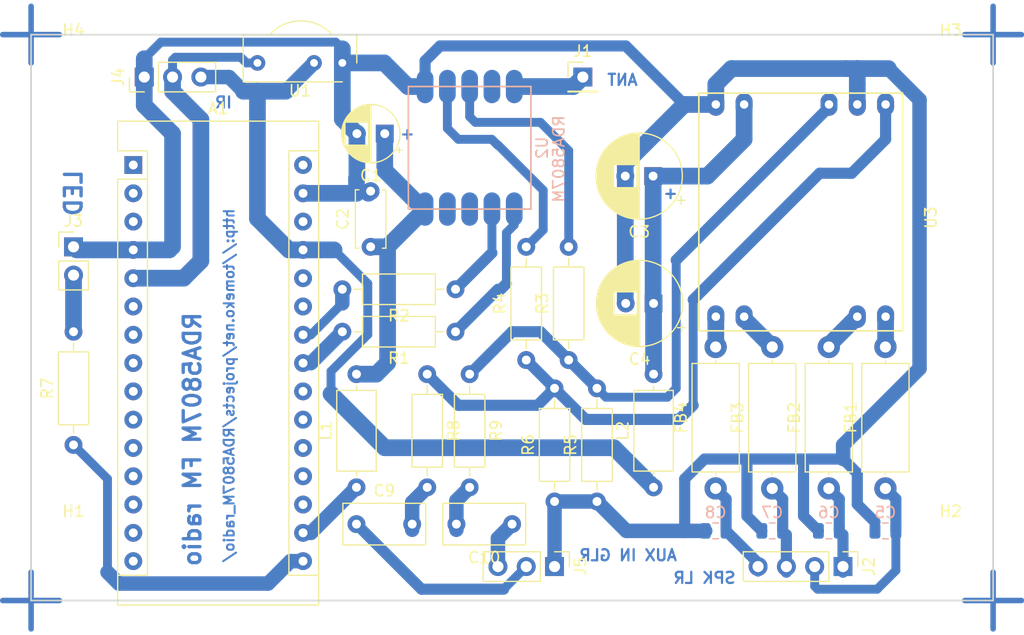
<source format=kicad_pcb>
(kicad_pcb (version 20171130) (host pcbnew "(5.0.2)-1")

  (general
    (thickness 1.6)
    (drawings 13)
    (tracks 206)
    (zones 0)
    (modules 38)
    (nets 55)
  )

  (page A4)
  (layers
    (0 F.Cu signal)
    (31 B.Cu signal)
    (32 B.Adhes user)
    (33 F.Adhes user)
    (34 B.Paste user)
    (35 F.Paste user)
    (36 B.SilkS user)
    (37 F.SilkS user)
    (38 B.Mask user)
    (39 F.Mask user)
    (40 Dwgs.User user)
    (41 Cmts.User user)
    (42 Eco1.User user)
    (43 Eco2.User user)
    (44 Edge.Cuts user)
    (45 Margin user)
    (46 B.CrtYd user)
    (47 F.CrtYd user)
    (48 B.Fab user)
    (49 F.Fab user)
  )

  (setup
    (last_trace_width 0.8)
    (user_trace_width 0.5)
    (user_trace_width 1)
    (user_trace_width 1.2)
    (user_trace_width 1.3)
    (user_trace_width 1.5)
    (user_trace_width 1.8)
    (user_trace_width 2)
    (trace_clearance 0.2)
    (zone_clearance 0.508)
    (zone_45_only no)
    (trace_min 0.2)
    (segment_width 0.2)
    (edge_width 0.15)
    (via_size 0.8)
    (via_drill 0.4)
    (via_min_size 0.4)
    (via_min_drill 0.3)
    (uvia_size 0.3)
    (uvia_drill 0.1)
    (uvias_allowed no)
    (uvia_min_size 0.2)
    (uvia_min_drill 0.1)
    (pcb_text_width 0.3)
    (pcb_text_size 1.5 1.5)
    (mod_edge_width 0.15)
    (mod_text_size 1 1)
    (mod_text_width 0.15)
    (pad_size 1.524 1.524)
    (pad_drill 0.762)
    (pad_to_mask_clearance 0.051)
    (solder_mask_min_width 0.25)
    (aux_axis_origin 0 0)
    (visible_elements 7FFFFFFF)
    (pcbplotparams
      (layerselection 0x00000_fffffffe)
      (usegerberextensions false)
      (usegerberattributes false)
      (usegerberadvancedattributes false)
      (creategerberjobfile false)
      (excludeedgelayer true)
      (linewidth 0.100000)
      (plotframeref false)
      (viasonmask false)
      (mode 1)
      (useauxorigin false)
      (hpglpennumber 1)
      (hpglpenspeed 20)
      (hpglpendiameter 15.000000)
      (psnegative false)
      (psa4output false)
      (plotreference true)
      (plotvalue true)
      (plotinvisibletext false)
      (padsonsilk false)
      (subtractmaskfromsilk false)
      (outputformat 4)
      (mirror false)
      (drillshape 1)
      (scaleselection 1)
      (outputdirectory ""))
  )

  (net 0 "")
  (net 1 "Net-(R1-Pad1)")
  (net 2 "Net-(R2-Pad1)")
  (net 3 "Net-(U2-Pad3)")
  (net 4 "Net-(U2-Pad4)")
  (net 5 "Net-(C1-Pad1)")
  (net 6 GND)
  (net 7 "Net-(U2-Pad9)")
  (net 8 "Net-(J1-Pad1)")
  (net 9 +5V)
  (net 10 "Net-(A1-Pad5)")
  (net 11 "Net-(A1-Pad1)")
  (net 12 +3V3)
  (net 13 "Net-(A1-Pad2)")
  (net 14 "Net-(A1-Pad18)")
  (net 15 "Net-(A1-Pad3)")
  (net 16 "Net-(A1-Pad19)")
  (net 17 "Net-(A1-Pad20)")
  (net 18 "Net-(A1-Pad21)")
  (net 19 "Net-(A1-Pad6)")
  (net 20 "Net-(A1-Pad22)")
  (net 21 "Net-(A1-Pad7)")
  (net 22 "Net-(A1-Pad23)")
  (net 23 "Net-(A1-Pad8)")
  (net 24 "Net-(A1-Pad24)")
  (net 25 "Net-(A1-Pad9)")
  (net 26 "Net-(A1-Pad25)")
  (net 27 "Net-(A1-Pad10)")
  (net 28 "Net-(A1-Pad26)")
  (net 29 "Net-(A1-Pad11)")
  (net 30 "Net-(A1-Pad12)")
  (net 31 "Net-(A1-Pad28)")
  (net 32 "Net-(A1-Pad13)")
  (net 33 "Net-(A1-Pad14)")
  (net 34 "Net-(A1-Pad30)")
  (net 35 "Net-(A1-Pad15)")
  (net 36 "Net-(A1-Pad16)")
  (net 37 "Net-(R3-Pad1)")
  (net 38 "Net-(R3-Pad2)")
  (net 39 "Net-(R4-Pad2)")
  (net 40 "Net-(R4-Pad1)")
  (net 41 "Net-(C3-Pad1)")
  (net 42 "Net-(J3-Pad2)")
  (net 43 "Net-(FB4-Pad2)")
  (net 44 "Net-(FB3-Pad2)")
  (net 45 "Net-(FB2-Pad2)")
  (net 46 "Net-(FB1-Pad2)")
  (net 47 "Net-(C5-Pad1)")
  (net 48 "Net-(C8-Pad1)")
  (net 49 "Net-(C7-Pad1)")
  (net 50 "Net-(C6-Pad1)")
  (net 51 "Net-(C10-Pad2)")
  (net 52 "Net-(C9-Pad2)")
  (net 53 "Net-(C10-Pad1)")
  (net 54 "Net-(C9-Pad1)")

  (net_class Default "This is the default net class."
    (clearance 0.2)
    (trace_width 0.8)
    (via_dia 0.8)
    (via_drill 0.4)
    (uvia_dia 0.3)
    (uvia_drill 0.1)
    (add_net +3V3)
    (add_net +5V)
    (add_net GND)
    (add_net "Net-(A1-Pad1)")
    (add_net "Net-(A1-Pad10)")
    (add_net "Net-(A1-Pad11)")
    (add_net "Net-(A1-Pad12)")
    (add_net "Net-(A1-Pad13)")
    (add_net "Net-(A1-Pad14)")
    (add_net "Net-(A1-Pad15)")
    (add_net "Net-(A1-Pad16)")
    (add_net "Net-(A1-Pad18)")
    (add_net "Net-(A1-Pad19)")
    (add_net "Net-(A1-Pad2)")
    (add_net "Net-(A1-Pad20)")
    (add_net "Net-(A1-Pad21)")
    (add_net "Net-(A1-Pad22)")
    (add_net "Net-(A1-Pad23)")
    (add_net "Net-(A1-Pad24)")
    (add_net "Net-(A1-Pad25)")
    (add_net "Net-(A1-Pad26)")
    (add_net "Net-(A1-Pad28)")
    (add_net "Net-(A1-Pad3)")
    (add_net "Net-(A1-Pad30)")
    (add_net "Net-(A1-Pad5)")
    (add_net "Net-(A1-Pad6)")
    (add_net "Net-(A1-Pad7)")
    (add_net "Net-(A1-Pad8)")
    (add_net "Net-(A1-Pad9)")
    (add_net "Net-(C1-Pad1)")
    (add_net "Net-(C10-Pad1)")
    (add_net "Net-(C10-Pad2)")
    (add_net "Net-(C3-Pad1)")
    (add_net "Net-(C5-Pad1)")
    (add_net "Net-(C6-Pad1)")
    (add_net "Net-(C7-Pad1)")
    (add_net "Net-(C8-Pad1)")
    (add_net "Net-(C9-Pad1)")
    (add_net "Net-(C9-Pad2)")
    (add_net "Net-(FB1-Pad2)")
    (add_net "Net-(FB2-Pad2)")
    (add_net "Net-(FB3-Pad2)")
    (add_net "Net-(FB4-Pad2)")
    (add_net "Net-(J1-Pad1)")
    (add_net "Net-(J3-Pad2)")
    (add_net "Net-(R1-Pad1)")
    (add_net "Net-(R2-Pad1)")
    (add_net "Net-(R3-Pad1)")
    (add_net "Net-(R3-Pad2)")
    (add_net "Net-(R4-Pad1)")
    (add_net "Net-(R4-Pad2)")
    (add_net "Net-(U2-Pad3)")
    (add_net "Net-(U2-Pad4)")
    (add_net "Net-(U2-Pad9)")
  )

  (net_class Thin ""
    (clearance 0.2)
    (trace_width 0.4)
    (via_dia 0.8)
    (via_drill 0.4)
    (uvia_dia 0.3)
    (uvia_drill 0.1)
  )

  (module MountingHole:MountingHole_3.2mm_M3 (layer F.Cu) (tedit 56D1B4CB) (tstamp 5CAAC298)
    (at 114.046 30.48)
    (descr "Mounting Hole 3.2mm, no annular, M3")
    (tags "mounting hole 3.2mm no annular m3")
    (path /5CAD97DA)
    (attr virtual)
    (fp_text reference H3 (at 0 -4.2) (layer F.SilkS)
      (effects (font (size 1 1) (thickness 0.15)))
    )
    (fp_text value MountingHole (at 0 4.2) (layer F.Fab)
      (effects (font (size 1 1) (thickness 0.15)))
    )
    (fp_circle (center 0 0) (end 3.45 0) (layer F.CrtYd) (width 0.05))
    (fp_circle (center 0 0) (end 3.2 0) (layer Cmts.User) (width 0.15))
    (fp_text user %R (at 0.3 0) (layer F.Fab)
      (effects (font (size 1 1) (thickness 0.15)))
    )
    (pad 1 np_thru_hole circle (at 0 0) (size 3.2 3.2) (drill 3.2) (layers *.Cu *.Mask))
  )

  (module MountingHole:MountingHole_3.2mm_M3 (layer F.Cu) (tedit 56D1B4CB) (tstamp 5CAAC290)
    (at 114.046 73.66)
    (descr "Mounting Hole 3.2mm, no annular, M3")
    (tags "mounting hole 3.2mm no annular m3")
    (path /5CAD974E)
    (attr virtual)
    (fp_text reference H2 (at 0 -4.2) (layer F.SilkS)
      (effects (font (size 1 1) (thickness 0.15)))
    )
    (fp_text value MountingHole (at 0 4.2) (layer F.Fab)
      (effects (font (size 1 1) (thickness 0.15)))
    )
    (fp_text user %R (at 0.3 0) (layer F.Fab)
      (effects (font (size 1 1) (thickness 0.15)))
    )
    (fp_circle (center 0 0) (end 3.2 0) (layer Cmts.User) (width 0.15))
    (fp_circle (center 0 0) (end 3.45 0) (layer F.CrtYd) (width 0.05))
    (pad 1 np_thru_hole circle (at 0 0) (size 3.2 3.2) (drill 3.2) (layers *.Cu *.Mask))
  )

  (module MountingHole:MountingHole_3.2mm_M3 (layer F.Cu) (tedit 56D1B4CB) (tstamp 5CAAC288)
    (at 35.306 73.66)
    (descr "Mounting Hole 3.2mm, no annular, M3")
    (tags "mounting hole 3.2mm no annular m3")
    (path /5CAD0C71)
    (attr virtual)
    (fp_text reference H1 (at 0 -4.2) (layer F.SilkS)
      (effects (font (size 1 1) (thickness 0.15)))
    )
    (fp_text value MountingHole (at 0 4.2) (layer F.Fab)
      (effects (font (size 1 1) (thickness 0.15)))
    )
    (fp_circle (center 0 0) (end 3.45 0) (layer F.CrtYd) (width 0.05))
    (fp_circle (center 0 0) (end 3.2 0) (layer Cmts.User) (width 0.15))
    (fp_text user %R (at 0.3 0) (layer F.Fab)
      (effects (font (size 1 1) (thickness 0.15)))
    )
    (pad 1 np_thru_hole circle (at 0 0) (size 3.2 3.2) (drill 3.2) (layers *.Cu *.Mask))
  )

  (module MountingHole:MountingHole_3.2mm_M3 (layer F.Cu) (tedit 56D1B4CB) (tstamp 5CAAC280)
    (at 35.306 30.48)
    (descr "Mounting Hole 3.2mm, no annular, M3")
    (tags "mounting hole 3.2mm no annular m3")
    (path /5CAD983C)
    (attr virtual)
    (fp_text reference H4 (at 0 -4.2) (layer F.SilkS)
      (effects (font (size 1 1) (thickness 0.15)))
    )
    (fp_text value MountingHole (at 0 4.2) (layer F.Fab)
      (effects (font (size 1 1) (thickness 0.15)))
    )
    (fp_text user %R (at 0.3 0) (layer F.Fab)
      (effects (font (size 1 1) (thickness 0.15)))
    )
    (fp_circle (center 0 0) (end 3.2 0) (layer Cmts.User) (width 0.15))
    (fp_circle (center 0 0) (end 3.45 0) (layer F.CrtYd) (width 0.05))
    (pad 1 np_thru_hole circle (at 0 0) (size 3.2 3.2) (drill 3.2) (layers *.Cu *.Mask))
  )

  (module Capacitor_THT:CP_Radial_D7.5mm_P2.50mm (layer F.Cu) (tedit 5AE50EF0) (tstamp 5CAA8D4B)
    (at 87.336 39.37 180)
    (descr "CP, Radial series, Radial, pin pitch=2.50mm, , diameter=7.5mm, Electrolytic Capacitor")
    (tags "CP Radial series Radial pin pitch 2.50mm  diameter 7.5mm Electrolytic Capacitor")
    (path /5CA71DAA)
    (fp_text reference C3 (at 1.25 -5 180) (layer F.SilkS)
      (effects (font (size 1 1) (thickness 0.15)))
    )
    (fp_text value 47u* (at 1.25 5 180) (layer F.Fab)
      (effects (font (size 1 1) (thickness 0.15)))
    )
    (fp_text user %R (at 1.25 0 180) (layer F.Fab)
      (effects (font (size 1 1) (thickness 0.15)))
    )
    (fp_line (start -2.517211 -2.55) (end -2.517211 -1.8) (layer F.SilkS) (width 0.12))
    (fp_line (start -2.892211 -2.175) (end -2.142211 -2.175) (layer F.SilkS) (width 0.12))
    (fp_line (start 5.091 -0.441) (end 5.091 0.441) (layer F.SilkS) (width 0.12))
    (fp_line (start 5.051 -0.693) (end 5.051 0.693) (layer F.SilkS) (width 0.12))
    (fp_line (start 5.011 -0.877) (end 5.011 0.877) (layer F.SilkS) (width 0.12))
    (fp_line (start 4.971 -1.028) (end 4.971 1.028) (layer F.SilkS) (width 0.12))
    (fp_line (start 4.931 -1.158) (end 4.931 1.158) (layer F.SilkS) (width 0.12))
    (fp_line (start 4.891 -1.275) (end 4.891 1.275) (layer F.SilkS) (width 0.12))
    (fp_line (start 4.851 -1.381) (end 4.851 1.381) (layer F.SilkS) (width 0.12))
    (fp_line (start 4.811 -1.478) (end 4.811 1.478) (layer F.SilkS) (width 0.12))
    (fp_line (start 4.771 -1.569) (end 4.771 1.569) (layer F.SilkS) (width 0.12))
    (fp_line (start 4.731 -1.654) (end 4.731 1.654) (layer F.SilkS) (width 0.12))
    (fp_line (start 4.691 -1.733) (end 4.691 1.733) (layer F.SilkS) (width 0.12))
    (fp_line (start 4.651 -1.809) (end 4.651 1.809) (layer F.SilkS) (width 0.12))
    (fp_line (start 4.611 -1.881) (end 4.611 1.881) (layer F.SilkS) (width 0.12))
    (fp_line (start 4.571 -1.949) (end 4.571 1.949) (layer F.SilkS) (width 0.12))
    (fp_line (start 4.531 -2.014) (end 4.531 2.014) (layer F.SilkS) (width 0.12))
    (fp_line (start 4.491 -2.077) (end 4.491 2.077) (layer F.SilkS) (width 0.12))
    (fp_line (start 4.451 -2.137) (end 4.451 2.137) (layer F.SilkS) (width 0.12))
    (fp_line (start 4.411 -2.195) (end 4.411 2.195) (layer F.SilkS) (width 0.12))
    (fp_line (start 4.371 -2.25) (end 4.371 2.25) (layer F.SilkS) (width 0.12))
    (fp_line (start 4.331 -2.304) (end 4.331 2.304) (layer F.SilkS) (width 0.12))
    (fp_line (start 4.291 -2.355) (end 4.291 2.355) (layer F.SilkS) (width 0.12))
    (fp_line (start 4.251 -2.405) (end 4.251 2.405) (layer F.SilkS) (width 0.12))
    (fp_line (start 4.211 -2.454) (end 4.211 2.454) (layer F.SilkS) (width 0.12))
    (fp_line (start 4.171 -2.5) (end 4.171 2.5) (layer F.SilkS) (width 0.12))
    (fp_line (start 4.131 -2.546) (end 4.131 2.546) (layer F.SilkS) (width 0.12))
    (fp_line (start 4.091 -2.589) (end 4.091 2.589) (layer F.SilkS) (width 0.12))
    (fp_line (start 4.051 -2.632) (end 4.051 2.632) (layer F.SilkS) (width 0.12))
    (fp_line (start 4.011 -2.673) (end 4.011 2.673) (layer F.SilkS) (width 0.12))
    (fp_line (start 3.971 -2.713) (end 3.971 2.713) (layer F.SilkS) (width 0.12))
    (fp_line (start 3.931 -2.752) (end 3.931 2.752) (layer F.SilkS) (width 0.12))
    (fp_line (start 3.891 -2.79) (end 3.891 2.79) (layer F.SilkS) (width 0.12))
    (fp_line (start 3.851 -2.827) (end 3.851 2.827) (layer F.SilkS) (width 0.12))
    (fp_line (start 3.811 -2.863) (end 3.811 2.863) (layer F.SilkS) (width 0.12))
    (fp_line (start 3.771 -2.898) (end 3.771 2.898) (layer F.SilkS) (width 0.12))
    (fp_line (start 3.731 -2.931) (end 3.731 2.931) (layer F.SilkS) (width 0.12))
    (fp_line (start 3.691 -2.964) (end 3.691 2.964) (layer F.SilkS) (width 0.12))
    (fp_line (start 3.651 -2.996) (end 3.651 2.996) (layer F.SilkS) (width 0.12))
    (fp_line (start 3.611 -3.028) (end 3.611 3.028) (layer F.SilkS) (width 0.12))
    (fp_line (start 3.571 -3.058) (end 3.571 3.058) (layer F.SilkS) (width 0.12))
    (fp_line (start 3.531 1.04) (end 3.531 3.088) (layer F.SilkS) (width 0.12))
    (fp_line (start 3.531 -3.088) (end 3.531 -1.04) (layer F.SilkS) (width 0.12))
    (fp_line (start 3.491 1.04) (end 3.491 3.116) (layer F.SilkS) (width 0.12))
    (fp_line (start 3.491 -3.116) (end 3.491 -1.04) (layer F.SilkS) (width 0.12))
    (fp_line (start 3.451 1.04) (end 3.451 3.144) (layer F.SilkS) (width 0.12))
    (fp_line (start 3.451 -3.144) (end 3.451 -1.04) (layer F.SilkS) (width 0.12))
    (fp_line (start 3.411 1.04) (end 3.411 3.172) (layer F.SilkS) (width 0.12))
    (fp_line (start 3.411 -3.172) (end 3.411 -1.04) (layer F.SilkS) (width 0.12))
    (fp_line (start 3.371 1.04) (end 3.371 3.198) (layer F.SilkS) (width 0.12))
    (fp_line (start 3.371 -3.198) (end 3.371 -1.04) (layer F.SilkS) (width 0.12))
    (fp_line (start 3.331 1.04) (end 3.331 3.224) (layer F.SilkS) (width 0.12))
    (fp_line (start 3.331 -3.224) (end 3.331 -1.04) (layer F.SilkS) (width 0.12))
    (fp_line (start 3.291 1.04) (end 3.291 3.249) (layer F.SilkS) (width 0.12))
    (fp_line (start 3.291 -3.249) (end 3.291 -1.04) (layer F.SilkS) (width 0.12))
    (fp_line (start 3.251 1.04) (end 3.251 3.274) (layer F.SilkS) (width 0.12))
    (fp_line (start 3.251 -3.274) (end 3.251 -1.04) (layer F.SilkS) (width 0.12))
    (fp_line (start 3.211 1.04) (end 3.211 3.297) (layer F.SilkS) (width 0.12))
    (fp_line (start 3.211 -3.297) (end 3.211 -1.04) (layer F.SilkS) (width 0.12))
    (fp_line (start 3.171 1.04) (end 3.171 3.321) (layer F.SilkS) (width 0.12))
    (fp_line (start 3.171 -3.321) (end 3.171 -1.04) (layer F.SilkS) (width 0.12))
    (fp_line (start 3.131 1.04) (end 3.131 3.343) (layer F.SilkS) (width 0.12))
    (fp_line (start 3.131 -3.343) (end 3.131 -1.04) (layer F.SilkS) (width 0.12))
    (fp_line (start 3.091 1.04) (end 3.091 3.365) (layer F.SilkS) (width 0.12))
    (fp_line (start 3.091 -3.365) (end 3.091 -1.04) (layer F.SilkS) (width 0.12))
    (fp_line (start 3.051 1.04) (end 3.051 3.386) (layer F.SilkS) (width 0.12))
    (fp_line (start 3.051 -3.386) (end 3.051 -1.04) (layer F.SilkS) (width 0.12))
    (fp_line (start 3.011 1.04) (end 3.011 3.407) (layer F.SilkS) (width 0.12))
    (fp_line (start 3.011 -3.407) (end 3.011 -1.04) (layer F.SilkS) (width 0.12))
    (fp_line (start 2.971 1.04) (end 2.971 3.427) (layer F.SilkS) (width 0.12))
    (fp_line (start 2.971 -3.427) (end 2.971 -1.04) (layer F.SilkS) (width 0.12))
    (fp_line (start 2.931 1.04) (end 2.931 3.447) (layer F.SilkS) (width 0.12))
    (fp_line (start 2.931 -3.447) (end 2.931 -1.04) (layer F.SilkS) (width 0.12))
    (fp_line (start 2.891 1.04) (end 2.891 3.466) (layer F.SilkS) (width 0.12))
    (fp_line (start 2.891 -3.466) (end 2.891 -1.04) (layer F.SilkS) (width 0.12))
    (fp_line (start 2.851 1.04) (end 2.851 3.484) (layer F.SilkS) (width 0.12))
    (fp_line (start 2.851 -3.484) (end 2.851 -1.04) (layer F.SilkS) (width 0.12))
    (fp_line (start 2.811 1.04) (end 2.811 3.502) (layer F.SilkS) (width 0.12))
    (fp_line (start 2.811 -3.502) (end 2.811 -1.04) (layer F.SilkS) (width 0.12))
    (fp_line (start 2.771 1.04) (end 2.771 3.52) (layer F.SilkS) (width 0.12))
    (fp_line (start 2.771 -3.52) (end 2.771 -1.04) (layer F.SilkS) (width 0.12))
    (fp_line (start 2.731 1.04) (end 2.731 3.536) (layer F.SilkS) (width 0.12))
    (fp_line (start 2.731 -3.536) (end 2.731 -1.04) (layer F.SilkS) (width 0.12))
    (fp_line (start 2.691 1.04) (end 2.691 3.553) (layer F.SilkS) (width 0.12))
    (fp_line (start 2.691 -3.553) (end 2.691 -1.04) (layer F.SilkS) (width 0.12))
    (fp_line (start 2.651 1.04) (end 2.651 3.568) (layer F.SilkS) (width 0.12))
    (fp_line (start 2.651 -3.568) (end 2.651 -1.04) (layer F.SilkS) (width 0.12))
    (fp_line (start 2.611 1.04) (end 2.611 3.584) (layer F.SilkS) (width 0.12))
    (fp_line (start 2.611 -3.584) (end 2.611 -1.04) (layer F.SilkS) (width 0.12))
    (fp_line (start 2.571 1.04) (end 2.571 3.598) (layer F.SilkS) (width 0.12))
    (fp_line (start 2.571 -3.598) (end 2.571 -1.04) (layer F.SilkS) (width 0.12))
    (fp_line (start 2.531 1.04) (end 2.531 3.613) (layer F.SilkS) (width 0.12))
    (fp_line (start 2.531 -3.613) (end 2.531 -1.04) (layer F.SilkS) (width 0.12))
    (fp_line (start 2.491 1.04) (end 2.491 3.626) (layer F.SilkS) (width 0.12))
    (fp_line (start 2.491 -3.626) (end 2.491 -1.04) (layer F.SilkS) (width 0.12))
    (fp_line (start 2.451 1.04) (end 2.451 3.64) (layer F.SilkS) (width 0.12))
    (fp_line (start 2.451 -3.64) (end 2.451 -1.04) (layer F.SilkS) (width 0.12))
    (fp_line (start 2.411 1.04) (end 2.411 3.653) (layer F.SilkS) (width 0.12))
    (fp_line (start 2.411 -3.653) (end 2.411 -1.04) (layer F.SilkS) (width 0.12))
    (fp_line (start 2.371 1.04) (end 2.371 3.665) (layer F.SilkS) (width 0.12))
    (fp_line (start 2.371 -3.665) (end 2.371 -1.04) (layer F.SilkS) (width 0.12))
    (fp_line (start 2.331 1.04) (end 2.331 3.677) (layer F.SilkS) (width 0.12))
    (fp_line (start 2.331 -3.677) (end 2.331 -1.04) (layer F.SilkS) (width 0.12))
    (fp_line (start 2.291 1.04) (end 2.291 3.688) (layer F.SilkS) (width 0.12))
    (fp_line (start 2.291 -3.688) (end 2.291 -1.04) (layer F.SilkS) (width 0.12))
    (fp_line (start 2.251 1.04) (end 2.251 3.699) (layer F.SilkS) (width 0.12))
    (fp_line (start 2.251 -3.699) (end 2.251 -1.04) (layer F.SilkS) (width 0.12))
    (fp_line (start 2.211 1.04) (end 2.211 3.71) (layer F.SilkS) (width 0.12))
    (fp_line (start 2.211 -3.71) (end 2.211 -1.04) (layer F.SilkS) (width 0.12))
    (fp_line (start 2.171 1.04) (end 2.171 3.72) (layer F.SilkS) (width 0.12))
    (fp_line (start 2.171 -3.72) (end 2.171 -1.04) (layer F.SilkS) (width 0.12))
    (fp_line (start 2.131 1.04) (end 2.131 3.729) (layer F.SilkS) (width 0.12))
    (fp_line (start 2.131 -3.729) (end 2.131 -1.04) (layer F.SilkS) (width 0.12))
    (fp_line (start 2.091 1.04) (end 2.091 3.738) (layer F.SilkS) (width 0.12))
    (fp_line (start 2.091 -3.738) (end 2.091 -1.04) (layer F.SilkS) (width 0.12))
    (fp_line (start 2.051 1.04) (end 2.051 3.747) (layer F.SilkS) (width 0.12))
    (fp_line (start 2.051 -3.747) (end 2.051 -1.04) (layer F.SilkS) (width 0.12))
    (fp_line (start 2.011 1.04) (end 2.011 3.755) (layer F.SilkS) (width 0.12))
    (fp_line (start 2.011 -3.755) (end 2.011 -1.04) (layer F.SilkS) (width 0.12))
    (fp_line (start 1.971 1.04) (end 1.971 3.763) (layer F.SilkS) (width 0.12))
    (fp_line (start 1.971 -3.763) (end 1.971 -1.04) (layer F.SilkS) (width 0.12))
    (fp_line (start 1.93 1.04) (end 1.93 3.77) (layer F.SilkS) (width 0.12))
    (fp_line (start 1.93 -3.77) (end 1.93 -1.04) (layer F.SilkS) (width 0.12))
    (fp_line (start 1.89 1.04) (end 1.89 3.777) (layer F.SilkS) (width 0.12))
    (fp_line (start 1.89 -3.777) (end 1.89 -1.04) (layer F.SilkS) (width 0.12))
    (fp_line (start 1.85 1.04) (end 1.85 3.784) (layer F.SilkS) (width 0.12))
    (fp_line (start 1.85 -3.784) (end 1.85 -1.04) (layer F.SilkS) (width 0.12))
    (fp_line (start 1.81 1.04) (end 1.81 3.79) (layer F.SilkS) (width 0.12))
    (fp_line (start 1.81 -3.79) (end 1.81 -1.04) (layer F.SilkS) (width 0.12))
    (fp_line (start 1.77 1.04) (end 1.77 3.795) (layer F.SilkS) (width 0.12))
    (fp_line (start 1.77 -3.795) (end 1.77 -1.04) (layer F.SilkS) (width 0.12))
    (fp_line (start 1.73 1.04) (end 1.73 3.801) (layer F.SilkS) (width 0.12))
    (fp_line (start 1.73 -3.801) (end 1.73 -1.04) (layer F.SilkS) (width 0.12))
    (fp_line (start 1.69 1.04) (end 1.69 3.805) (layer F.SilkS) (width 0.12))
    (fp_line (start 1.69 -3.805) (end 1.69 -1.04) (layer F.SilkS) (width 0.12))
    (fp_line (start 1.65 1.04) (end 1.65 3.81) (layer F.SilkS) (width 0.12))
    (fp_line (start 1.65 -3.81) (end 1.65 -1.04) (layer F.SilkS) (width 0.12))
    (fp_line (start 1.61 1.04) (end 1.61 3.814) (layer F.SilkS) (width 0.12))
    (fp_line (start 1.61 -3.814) (end 1.61 -1.04) (layer F.SilkS) (width 0.12))
    (fp_line (start 1.57 1.04) (end 1.57 3.817) (layer F.SilkS) (width 0.12))
    (fp_line (start 1.57 -3.817) (end 1.57 -1.04) (layer F.SilkS) (width 0.12))
    (fp_line (start 1.53 1.04) (end 1.53 3.82) (layer F.SilkS) (width 0.12))
    (fp_line (start 1.53 -3.82) (end 1.53 -1.04) (layer F.SilkS) (width 0.12))
    (fp_line (start 1.49 1.04) (end 1.49 3.823) (layer F.SilkS) (width 0.12))
    (fp_line (start 1.49 -3.823) (end 1.49 -1.04) (layer F.SilkS) (width 0.12))
    (fp_line (start 1.45 -3.825) (end 1.45 3.825) (layer F.SilkS) (width 0.12))
    (fp_line (start 1.41 -3.827) (end 1.41 3.827) (layer F.SilkS) (width 0.12))
    (fp_line (start 1.37 -3.829) (end 1.37 3.829) (layer F.SilkS) (width 0.12))
    (fp_line (start 1.33 -3.83) (end 1.33 3.83) (layer F.SilkS) (width 0.12))
    (fp_line (start 1.29 -3.83) (end 1.29 3.83) (layer F.SilkS) (width 0.12))
    (fp_line (start 1.25 -3.83) (end 1.25 3.83) (layer F.SilkS) (width 0.12))
    (fp_line (start -1.586233 -2.0125) (end -1.586233 -1.2625) (layer F.Fab) (width 0.1))
    (fp_line (start -1.961233 -1.6375) (end -1.211233 -1.6375) (layer F.Fab) (width 0.1))
    (fp_circle (center 1.25 0) (end 5.25 0) (layer F.CrtYd) (width 0.05))
    (fp_circle (center 1.25 0) (end 5.12 0) (layer F.SilkS) (width 0.12))
    (fp_circle (center 1.25 0) (end 5 0) (layer F.Fab) (width 0.1))
    (pad 2 thru_hole circle (at 2.5 0 180) (size 1.6 1.6) (drill 0.8) (layers *.Cu *.Mask)
      (net 6 GND))
    (pad 1 thru_hole rect (at 0 0 180) (size 1.6 1.6) (drill 0.8) (layers *.Cu *.Mask)
      (net 41 "Net-(C3-Pad1)"))
    (model ${KISYS3DMOD}/Capacitor_THT.3dshapes/CP_Radial_D7.5mm_P2.50mm.wrl
      (at (xyz 0 0 0))
      (scale (xyz 1 1 1))
      (rotate (xyz 0 0 0))
    )
  )

  (module Capacitor_THT:CP_Radial_D7.5mm_P2.50mm (layer F.Cu) (tedit 5AE50EF0) (tstamp 5CAA8CA9)
    (at 87.376 50.8 180)
    (descr "CP, Radial series, Radial, pin pitch=2.50mm, , diameter=7.5mm, Electrolytic Capacitor")
    (tags "CP Radial series Radial pin pitch 2.50mm  diameter 7.5mm Electrolytic Capacitor")
    (path /5CAA5E9E)
    (fp_text reference C4 (at 1.25 -5 180) (layer F.SilkS)
      (effects (font (size 1 1) (thickness 0.15)))
    )
    (fp_text value 47u (at 1.25 5 180) (layer F.Fab)
      (effects (font (size 1 1) (thickness 0.15)))
    )
    (fp_circle (center 1.25 0) (end 5 0) (layer F.Fab) (width 0.1))
    (fp_circle (center 1.25 0) (end 5.12 0) (layer F.SilkS) (width 0.12))
    (fp_circle (center 1.25 0) (end 5.25 0) (layer F.CrtYd) (width 0.05))
    (fp_line (start -1.961233 -1.6375) (end -1.211233 -1.6375) (layer F.Fab) (width 0.1))
    (fp_line (start -1.586233 -2.0125) (end -1.586233 -1.2625) (layer F.Fab) (width 0.1))
    (fp_line (start 1.25 -3.83) (end 1.25 3.83) (layer F.SilkS) (width 0.12))
    (fp_line (start 1.29 -3.83) (end 1.29 3.83) (layer F.SilkS) (width 0.12))
    (fp_line (start 1.33 -3.83) (end 1.33 3.83) (layer F.SilkS) (width 0.12))
    (fp_line (start 1.37 -3.829) (end 1.37 3.829) (layer F.SilkS) (width 0.12))
    (fp_line (start 1.41 -3.827) (end 1.41 3.827) (layer F.SilkS) (width 0.12))
    (fp_line (start 1.45 -3.825) (end 1.45 3.825) (layer F.SilkS) (width 0.12))
    (fp_line (start 1.49 -3.823) (end 1.49 -1.04) (layer F.SilkS) (width 0.12))
    (fp_line (start 1.49 1.04) (end 1.49 3.823) (layer F.SilkS) (width 0.12))
    (fp_line (start 1.53 -3.82) (end 1.53 -1.04) (layer F.SilkS) (width 0.12))
    (fp_line (start 1.53 1.04) (end 1.53 3.82) (layer F.SilkS) (width 0.12))
    (fp_line (start 1.57 -3.817) (end 1.57 -1.04) (layer F.SilkS) (width 0.12))
    (fp_line (start 1.57 1.04) (end 1.57 3.817) (layer F.SilkS) (width 0.12))
    (fp_line (start 1.61 -3.814) (end 1.61 -1.04) (layer F.SilkS) (width 0.12))
    (fp_line (start 1.61 1.04) (end 1.61 3.814) (layer F.SilkS) (width 0.12))
    (fp_line (start 1.65 -3.81) (end 1.65 -1.04) (layer F.SilkS) (width 0.12))
    (fp_line (start 1.65 1.04) (end 1.65 3.81) (layer F.SilkS) (width 0.12))
    (fp_line (start 1.69 -3.805) (end 1.69 -1.04) (layer F.SilkS) (width 0.12))
    (fp_line (start 1.69 1.04) (end 1.69 3.805) (layer F.SilkS) (width 0.12))
    (fp_line (start 1.73 -3.801) (end 1.73 -1.04) (layer F.SilkS) (width 0.12))
    (fp_line (start 1.73 1.04) (end 1.73 3.801) (layer F.SilkS) (width 0.12))
    (fp_line (start 1.77 -3.795) (end 1.77 -1.04) (layer F.SilkS) (width 0.12))
    (fp_line (start 1.77 1.04) (end 1.77 3.795) (layer F.SilkS) (width 0.12))
    (fp_line (start 1.81 -3.79) (end 1.81 -1.04) (layer F.SilkS) (width 0.12))
    (fp_line (start 1.81 1.04) (end 1.81 3.79) (layer F.SilkS) (width 0.12))
    (fp_line (start 1.85 -3.784) (end 1.85 -1.04) (layer F.SilkS) (width 0.12))
    (fp_line (start 1.85 1.04) (end 1.85 3.784) (layer F.SilkS) (width 0.12))
    (fp_line (start 1.89 -3.777) (end 1.89 -1.04) (layer F.SilkS) (width 0.12))
    (fp_line (start 1.89 1.04) (end 1.89 3.777) (layer F.SilkS) (width 0.12))
    (fp_line (start 1.93 -3.77) (end 1.93 -1.04) (layer F.SilkS) (width 0.12))
    (fp_line (start 1.93 1.04) (end 1.93 3.77) (layer F.SilkS) (width 0.12))
    (fp_line (start 1.971 -3.763) (end 1.971 -1.04) (layer F.SilkS) (width 0.12))
    (fp_line (start 1.971 1.04) (end 1.971 3.763) (layer F.SilkS) (width 0.12))
    (fp_line (start 2.011 -3.755) (end 2.011 -1.04) (layer F.SilkS) (width 0.12))
    (fp_line (start 2.011 1.04) (end 2.011 3.755) (layer F.SilkS) (width 0.12))
    (fp_line (start 2.051 -3.747) (end 2.051 -1.04) (layer F.SilkS) (width 0.12))
    (fp_line (start 2.051 1.04) (end 2.051 3.747) (layer F.SilkS) (width 0.12))
    (fp_line (start 2.091 -3.738) (end 2.091 -1.04) (layer F.SilkS) (width 0.12))
    (fp_line (start 2.091 1.04) (end 2.091 3.738) (layer F.SilkS) (width 0.12))
    (fp_line (start 2.131 -3.729) (end 2.131 -1.04) (layer F.SilkS) (width 0.12))
    (fp_line (start 2.131 1.04) (end 2.131 3.729) (layer F.SilkS) (width 0.12))
    (fp_line (start 2.171 -3.72) (end 2.171 -1.04) (layer F.SilkS) (width 0.12))
    (fp_line (start 2.171 1.04) (end 2.171 3.72) (layer F.SilkS) (width 0.12))
    (fp_line (start 2.211 -3.71) (end 2.211 -1.04) (layer F.SilkS) (width 0.12))
    (fp_line (start 2.211 1.04) (end 2.211 3.71) (layer F.SilkS) (width 0.12))
    (fp_line (start 2.251 -3.699) (end 2.251 -1.04) (layer F.SilkS) (width 0.12))
    (fp_line (start 2.251 1.04) (end 2.251 3.699) (layer F.SilkS) (width 0.12))
    (fp_line (start 2.291 -3.688) (end 2.291 -1.04) (layer F.SilkS) (width 0.12))
    (fp_line (start 2.291 1.04) (end 2.291 3.688) (layer F.SilkS) (width 0.12))
    (fp_line (start 2.331 -3.677) (end 2.331 -1.04) (layer F.SilkS) (width 0.12))
    (fp_line (start 2.331 1.04) (end 2.331 3.677) (layer F.SilkS) (width 0.12))
    (fp_line (start 2.371 -3.665) (end 2.371 -1.04) (layer F.SilkS) (width 0.12))
    (fp_line (start 2.371 1.04) (end 2.371 3.665) (layer F.SilkS) (width 0.12))
    (fp_line (start 2.411 -3.653) (end 2.411 -1.04) (layer F.SilkS) (width 0.12))
    (fp_line (start 2.411 1.04) (end 2.411 3.653) (layer F.SilkS) (width 0.12))
    (fp_line (start 2.451 -3.64) (end 2.451 -1.04) (layer F.SilkS) (width 0.12))
    (fp_line (start 2.451 1.04) (end 2.451 3.64) (layer F.SilkS) (width 0.12))
    (fp_line (start 2.491 -3.626) (end 2.491 -1.04) (layer F.SilkS) (width 0.12))
    (fp_line (start 2.491 1.04) (end 2.491 3.626) (layer F.SilkS) (width 0.12))
    (fp_line (start 2.531 -3.613) (end 2.531 -1.04) (layer F.SilkS) (width 0.12))
    (fp_line (start 2.531 1.04) (end 2.531 3.613) (layer F.SilkS) (width 0.12))
    (fp_line (start 2.571 -3.598) (end 2.571 -1.04) (layer F.SilkS) (width 0.12))
    (fp_line (start 2.571 1.04) (end 2.571 3.598) (layer F.SilkS) (width 0.12))
    (fp_line (start 2.611 -3.584) (end 2.611 -1.04) (layer F.SilkS) (width 0.12))
    (fp_line (start 2.611 1.04) (end 2.611 3.584) (layer F.SilkS) (width 0.12))
    (fp_line (start 2.651 -3.568) (end 2.651 -1.04) (layer F.SilkS) (width 0.12))
    (fp_line (start 2.651 1.04) (end 2.651 3.568) (layer F.SilkS) (width 0.12))
    (fp_line (start 2.691 -3.553) (end 2.691 -1.04) (layer F.SilkS) (width 0.12))
    (fp_line (start 2.691 1.04) (end 2.691 3.553) (layer F.SilkS) (width 0.12))
    (fp_line (start 2.731 -3.536) (end 2.731 -1.04) (layer F.SilkS) (width 0.12))
    (fp_line (start 2.731 1.04) (end 2.731 3.536) (layer F.SilkS) (width 0.12))
    (fp_line (start 2.771 -3.52) (end 2.771 -1.04) (layer F.SilkS) (width 0.12))
    (fp_line (start 2.771 1.04) (end 2.771 3.52) (layer F.SilkS) (width 0.12))
    (fp_line (start 2.811 -3.502) (end 2.811 -1.04) (layer F.SilkS) (width 0.12))
    (fp_line (start 2.811 1.04) (end 2.811 3.502) (layer F.SilkS) (width 0.12))
    (fp_line (start 2.851 -3.484) (end 2.851 -1.04) (layer F.SilkS) (width 0.12))
    (fp_line (start 2.851 1.04) (end 2.851 3.484) (layer F.SilkS) (width 0.12))
    (fp_line (start 2.891 -3.466) (end 2.891 -1.04) (layer F.SilkS) (width 0.12))
    (fp_line (start 2.891 1.04) (end 2.891 3.466) (layer F.SilkS) (width 0.12))
    (fp_line (start 2.931 -3.447) (end 2.931 -1.04) (layer F.SilkS) (width 0.12))
    (fp_line (start 2.931 1.04) (end 2.931 3.447) (layer F.SilkS) (width 0.12))
    (fp_line (start 2.971 -3.427) (end 2.971 -1.04) (layer F.SilkS) (width 0.12))
    (fp_line (start 2.971 1.04) (end 2.971 3.427) (layer F.SilkS) (width 0.12))
    (fp_line (start 3.011 -3.407) (end 3.011 -1.04) (layer F.SilkS) (width 0.12))
    (fp_line (start 3.011 1.04) (end 3.011 3.407) (layer F.SilkS) (width 0.12))
    (fp_line (start 3.051 -3.386) (end 3.051 -1.04) (layer F.SilkS) (width 0.12))
    (fp_line (start 3.051 1.04) (end 3.051 3.386) (layer F.SilkS) (width 0.12))
    (fp_line (start 3.091 -3.365) (end 3.091 -1.04) (layer F.SilkS) (width 0.12))
    (fp_line (start 3.091 1.04) (end 3.091 3.365) (layer F.SilkS) (width 0.12))
    (fp_line (start 3.131 -3.343) (end 3.131 -1.04) (layer F.SilkS) (width 0.12))
    (fp_line (start 3.131 1.04) (end 3.131 3.343) (layer F.SilkS) (width 0.12))
    (fp_line (start 3.171 -3.321) (end 3.171 -1.04) (layer F.SilkS) (width 0.12))
    (fp_line (start 3.171 1.04) (end 3.171 3.321) (layer F.SilkS) (width 0.12))
    (fp_line (start 3.211 -3.297) (end 3.211 -1.04) (layer F.SilkS) (width 0.12))
    (fp_line (start 3.211 1.04) (end 3.211 3.297) (layer F.SilkS) (width 0.12))
    (fp_line (start 3.251 -3.274) (end 3.251 -1.04) (layer F.SilkS) (width 0.12))
    (fp_line (start 3.251 1.04) (end 3.251 3.274) (layer F.SilkS) (width 0.12))
    (fp_line (start 3.291 -3.249) (end 3.291 -1.04) (layer F.SilkS) (width 0.12))
    (fp_line (start 3.291 1.04) (end 3.291 3.249) (layer F.SilkS) (width 0.12))
    (fp_line (start 3.331 -3.224) (end 3.331 -1.04) (layer F.SilkS) (width 0.12))
    (fp_line (start 3.331 1.04) (end 3.331 3.224) (layer F.SilkS) (width 0.12))
    (fp_line (start 3.371 -3.198) (end 3.371 -1.04) (layer F.SilkS) (width 0.12))
    (fp_line (start 3.371 1.04) (end 3.371 3.198) (layer F.SilkS) (width 0.12))
    (fp_line (start 3.411 -3.172) (end 3.411 -1.04) (layer F.SilkS) (width 0.12))
    (fp_line (start 3.411 1.04) (end 3.411 3.172) (layer F.SilkS) (width 0.12))
    (fp_line (start 3.451 -3.144) (end 3.451 -1.04) (layer F.SilkS) (width 0.12))
    (fp_line (start 3.451 1.04) (end 3.451 3.144) (layer F.SilkS) (width 0.12))
    (fp_line (start 3.491 -3.116) (end 3.491 -1.04) (layer F.SilkS) (width 0.12))
    (fp_line (start 3.491 1.04) (end 3.491 3.116) (layer F.SilkS) (width 0.12))
    (fp_line (start 3.531 -3.088) (end 3.531 -1.04) (layer F.SilkS) (width 0.12))
    (fp_line (start 3.531 1.04) (end 3.531 3.088) (layer F.SilkS) (width 0.12))
    (fp_line (start 3.571 -3.058) (end 3.571 3.058) (layer F.SilkS) (width 0.12))
    (fp_line (start 3.611 -3.028) (end 3.611 3.028) (layer F.SilkS) (width 0.12))
    (fp_line (start 3.651 -2.996) (end 3.651 2.996) (layer F.SilkS) (width 0.12))
    (fp_line (start 3.691 -2.964) (end 3.691 2.964) (layer F.SilkS) (width 0.12))
    (fp_line (start 3.731 -2.931) (end 3.731 2.931) (layer F.SilkS) (width 0.12))
    (fp_line (start 3.771 -2.898) (end 3.771 2.898) (layer F.SilkS) (width 0.12))
    (fp_line (start 3.811 -2.863) (end 3.811 2.863) (layer F.SilkS) (width 0.12))
    (fp_line (start 3.851 -2.827) (end 3.851 2.827) (layer F.SilkS) (width 0.12))
    (fp_line (start 3.891 -2.79) (end 3.891 2.79) (layer F.SilkS) (width 0.12))
    (fp_line (start 3.931 -2.752) (end 3.931 2.752) (layer F.SilkS) (width 0.12))
    (fp_line (start 3.971 -2.713) (end 3.971 2.713) (layer F.SilkS) (width 0.12))
    (fp_line (start 4.011 -2.673) (end 4.011 2.673) (layer F.SilkS) (width 0.12))
    (fp_line (start 4.051 -2.632) (end 4.051 2.632) (layer F.SilkS) (width 0.12))
    (fp_line (start 4.091 -2.589) (end 4.091 2.589) (layer F.SilkS) (width 0.12))
    (fp_line (start 4.131 -2.546) (end 4.131 2.546) (layer F.SilkS) (width 0.12))
    (fp_line (start 4.171 -2.5) (end 4.171 2.5) (layer F.SilkS) (width 0.12))
    (fp_line (start 4.211 -2.454) (end 4.211 2.454) (layer F.SilkS) (width 0.12))
    (fp_line (start 4.251 -2.405) (end 4.251 2.405) (layer F.SilkS) (width 0.12))
    (fp_line (start 4.291 -2.355) (end 4.291 2.355) (layer F.SilkS) (width 0.12))
    (fp_line (start 4.331 -2.304) (end 4.331 2.304) (layer F.SilkS) (width 0.12))
    (fp_line (start 4.371 -2.25) (end 4.371 2.25) (layer F.SilkS) (width 0.12))
    (fp_line (start 4.411 -2.195) (end 4.411 2.195) (layer F.SilkS) (width 0.12))
    (fp_line (start 4.451 -2.137) (end 4.451 2.137) (layer F.SilkS) (width 0.12))
    (fp_line (start 4.491 -2.077) (end 4.491 2.077) (layer F.SilkS) (width 0.12))
    (fp_line (start 4.531 -2.014) (end 4.531 2.014) (layer F.SilkS) (width 0.12))
    (fp_line (start 4.571 -1.949) (end 4.571 1.949) (layer F.SilkS) (width 0.12))
    (fp_line (start 4.611 -1.881) (end 4.611 1.881) (layer F.SilkS) (width 0.12))
    (fp_line (start 4.651 -1.809) (end 4.651 1.809) (layer F.SilkS) (width 0.12))
    (fp_line (start 4.691 -1.733) (end 4.691 1.733) (layer F.SilkS) (width 0.12))
    (fp_line (start 4.731 -1.654) (end 4.731 1.654) (layer F.SilkS) (width 0.12))
    (fp_line (start 4.771 -1.569) (end 4.771 1.569) (layer F.SilkS) (width 0.12))
    (fp_line (start 4.811 -1.478) (end 4.811 1.478) (layer F.SilkS) (width 0.12))
    (fp_line (start 4.851 -1.381) (end 4.851 1.381) (layer F.SilkS) (width 0.12))
    (fp_line (start 4.891 -1.275) (end 4.891 1.275) (layer F.SilkS) (width 0.12))
    (fp_line (start 4.931 -1.158) (end 4.931 1.158) (layer F.SilkS) (width 0.12))
    (fp_line (start 4.971 -1.028) (end 4.971 1.028) (layer F.SilkS) (width 0.12))
    (fp_line (start 5.011 -0.877) (end 5.011 0.877) (layer F.SilkS) (width 0.12))
    (fp_line (start 5.051 -0.693) (end 5.051 0.693) (layer F.SilkS) (width 0.12))
    (fp_line (start 5.091 -0.441) (end 5.091 0.441) (layer F.SilkS) (width 0.12))
    (fp_line (start -2.892211 -2.175) (end -2.142211 -2.175) (layer F.SilkS) (width 0.12))
    (fp_line (start -2.517211 -2.55) (end -2.517211 -1.8) (layer F.SilkS) (width 0.12))
    (fp_text user %R (at 1.25 0 180) (layer F.Fab)
      (effects (font (size 1 1) (thickness 0.15)))
    )
    (pad 1 thru_hole rect (at 0 0 180) (size 1.6 1.6) (drill 0.8) (layers *.Cu *.Mask)
      (net 41 "Net-(C3-Pad1)"))
    (pad 2 thru_hole circle (at 2.5 0 180) (size 1.6 1.6) (drill 0.8) (layers *.Cu *.Mask)
      (net 6 GND))
    (model ${KISYS3DMOD}/Capacitor_THT.3dshapes/CP_Radial_D7.5mm_P2.50mm.wrl
      (at (xyz 0 0 0))
      (scale (xyz 1 1 1))
      (rotate (xyz 0 0 0))
    )
  )

  (module Capacitor_THT:C_Rect_L7.2mm_W3.5mm_P5.00mm_FKS2_FKP2_MKS2_MKP2 (layer F.Cu) (tedit 5AE50EF0) (tstamp 5CAA4CEA)
    (at 60.706 70.612)
    (descr "C, Rect series, Radial, pin pitch=5.00mm, , length*width=7.2*3.5mm^2, Capacitor, http://www.wima.com/EN/WIMA_FKS_2.pdf")
    (tags "C Rect series Radial pin pitch 5.00mm  length 7.2mm width 3.5mm Capacitor")
    (path /5CAAF0ED)
    (fp_text reference C9 (at 2.5 -3) (layer F.SilkS)
      (effects (font (size 1 1) (thickness 0.15)))
    )
    (fp_text value 220n (at 2.5 3) (layer F.Fab)
      (effects (font (size 1 1) (thickness 0.15)))
    )
    (fp_text user %R (at 2.5 0) (layer F.Fab)
      (effects (font (size 1 1) (thickness 0.15)))
    )
    (fp_line (start 6.35 -2) (end -1.35 -2) (layer F.CrtYd) (width 0.05))
    (fp_line (start 6.35 2) (end 6.35 -2) (layer F.CrtYd) (width 0.05))
    (fp_line (start -1.35 2) (end 6.35 2) (layer F.CrtYd) (width 0.05))
    (fp_line (start -1.35 -2) (end -1.35 2) (layer F.CrtYd) (width 0.05))
    (fp_line (start 6.22 -1.87) (end 6.22 1.87) (layer F.SilkS) (width 0.12))
    (fp_line (start -1.22 -1.87) (end -1.22 1.87) (layer F.SilkS) (width 0.12))
    (fp_line (start -1.22 1.87) (end 6.22 1.87) (layer F.SilkS) (width 0.12))
    (fp_line (start -1.22 -1.87) (end 6.22 -1.87) (layer F.SilkS) (width 0.12))
    (fp_line (start 6.1 -1.75) (end -1.1 -1.75) (layer F.Fab) (width 0.1))
    (fp_line (start 6.1 1.75) (end 6.1 -1.75) (layer F.Fab) (width 0.1))
    (fp_line (start -1.1 1.75) (end 6.1 1.75) (layer F.Fab) (width 0.1))
    (fp_line (start -1.1 -1.75) (end -1.1 1.75) (layer F.Fab) (width 0.1))
    (pad 2 thru_hole circle (at 5 0) (size 1.6 1.6) (drill 0.8) (layers *.Cu *.Mask)
      (net 52 "Net-(C9-Pad2)"))
    (pad 1 thru_hole circle (at 0 0) (size 1.6 1.6) (drill 0.8) (layers *.Cu *.Mask)
      (net 54 "Net-(C9-Pad1)"))
    (model ${KISYS3DMOD}/Capacitor_THT.3dshapes/C_Rect_L7.2mm_W3.5mm_P5.00mm_FKS2_FKP2_MKS2_MKP2.wrl
      (at (xyz 0 0 0))
      (scale (xyz 1 1 1))
      (rotate (xyz 0 0 0))
    )
  )

  (module Capacitor_THT:C_Rect_L7.2mm_W3.5mm_P5.00mm_FKS2_FKP2_MKS2_MKP2 (layer F.Cu) (tedit 5AE50EF0) (tstamp 5CAA4CD7)
    (at 74.676 70.612 180)
    (descr "C, Rect series, Radial, pin pitch=5.00mm, , length*width=7.2*3.5mm^2, Capacitor, http://www.wima.com/EN/WIMA_FKS_2.pdf")
    (tags "C Rect series Radial pin pitch 5.00mm  length 7.2mm width 3.5mm Capacitor")
    (path /5CAAF1BE)
    (fp_text reference C10 (at 2.5 -3 180) (layer F.SilkS)
      (effects (font (size 1 1) (thickness 0.15)))
    )
    (fp_text value 220n (at 2.5 3 180) (layer F.Fab)
      (effects (font (size 1 1) (thickness 0.15)))
    )
    (fp_line (start -1.1 -1.75) (end -1.1 1.75) (layer F.Fab) (width 0.1))
    (fp_line (start -1.1 1.75) (end 6.1 1.75) (layer F.Fab) (width 0.1))
    (fp_line (start 6.1 1.75) (end 6.1 -1.75) (layer F.Fab) (width 0.1))
    (fp_line (start 6.1 -1.75) (end -1.1 -1.75) (layer F.Fab) (width 0.1))
    (fp_line (start -1.22 -1.87) (end 6.22 -1.87) (layer F.SilkS) (width 0.12))
    (fp_line (start -1.22 1.87) (end 6.22 1.87) (layer F.SilkS) (width 0.12))
    (fp_line (start -1.22 -1.87) (end -1.22 1.87) (layer F.SilkS) (width 0.12))
    (fp_line (start 6.22 -1.87) (end 6.22 1.87) (layer F.SilkS) (width 0.12))
    (fp_line (start -1.35 -2) (end -1.35 2) (layer F.CrtYd) (width 0.05))
    (fp_line (start -1.35 2) (end 6.35 2) (layer F.CrtYd) (width 0.05))
    (fp_line (start 6.35 2) (end 6.35 -2) (layer F.CrtYd) (width 0.05))
    (fp_line (start 6.35 -2) (end -1.35 -2) (layer F.CrtYd) (width 0.05))
    (fp_text user %R (at 2.5 0 180) (layer F.Fab)
      (effects (font (size 1 1) (thickness 0.15)))
    )
    (pad 1 thru_hole circle (at 0 0 180) (size 1.6 1.6) (drill 0.8) (layers *.Cu *.Mask)
      (net 53 "Net-(C10-Pad1)"))
    (pad 2 thru_hole circle (at 5 0 180) (size 1.6 1.6) (drill 0.8) (layers *.Cu *.Mask)
      (net 51 "Net-(C10-Pad2)"))
    (model ${KISYS3DMOD}/Capacitor_THT.3dshapes/C_Rect_L7.2mm_W3.5mm_P5.00mm_FKS2_FKP2_MKS2_MKP2.wrl
      (at (xyz 0 0 0))
      (scale (xyz 1 1 1))
      (rotate (xyz 0 0 0))
    )
  )

  (module Connector_PinHeader_2.54mm:PinHeader_1x03_P2.54mm_Vertical (layer F.Cu) (tedit 5CD30F58) (tstamp 5CAACD68)
    (at 78.486 74.422 270)
    (descr "Through hole straight pin header, 1x03, 2.54mm pitch, single row")
    (tags "Through hole pin header THT 1x03 2.54mm single row")
    (path /5CAB90CA)
    (fp_text reference J5 (at 0 -2.33 270) (layer F.SilkS)
      (effects (font (size 1 1) (thickness 0.15)))
    )
    (fp_text value Conn_01x03 (at 1.778 2.286) (layer F.Fab) hide
      (effects (font (size 1 1) (thickness 0.15)))
    )
    (fp_text user %R (at 0 2.54) (layer F.Fab)
      (effects (font (size 1 1) (thickness 0.15)))
    )
    (fp_line (start 1.8 -1.8) (end -1.8 -1.8) (layer F.CrtYd) (width 0.05))
    (fp_line (start 1.8 6.85) (end 1.8 -1.8) (layer F.CrtYd) (width 0.05))
    (fp_line (start -1.8 6.85) (end 1.8 6.85) (layer F.CrtYd) (width 0.05))
    (fp_line (start -1.8 -1.8) (end -1.8 6.85) (layer F.CrtYd) (width 0.05))
    (fp_line (start -1.33 -1.33) (end 0 -1.33) (layer F.SilkS) (width 0.12))
    (fp_line (start -1.33 0) (end -1.33 -1.33) (layer F.SilkS) (width 0.12))
    (fp_line (start -1.33 1.27) (end 1.33 1.27) (layer F.SilkS) (width 0.12))
    (fp_line (start 1.33 1.27) (end 1.33 6.41) (layer F.SilkS) (width 0.12))
    (fp_line (start -1.33 1.27) (end -1.33 6.41) (layer F.SilkS) (width 0.12))
    (fp_line (start -1.33 6.41) (end 1.33 6.41) (layer F.SilkS) (width 0.12))
    (fp_line (start -1.27 -0.635) (end -0.635 -1.27) (layer F.Fab) (width 0.1))
    (fp_line (start -1.27 6.35) (end -1.27 -0.635) (layer F.Fab) (width 0.1))
    (fp_line (start 1.27 6.35) (end -1.27 6.35) (layer F.Fab) (width 0.1))
    (fp_line (start 1.27 -1.27) (end 1.27 6.35) (layer F.Fab) (width 0.1))
    (fp_line (start -0.635 -1.27) (end 1.27 -1.27) (layer F.Fab) (width 0.1))
    (pad 3 thru_hole oval (at 0 5.08 270) (size 1.7 1.7) (drill 1) (layers *.Cu *.Mask)
      (net 53 "Net-(C10-Pad1)"))
    (pad 2 thru_hole oval (at 0 2.54 270) (size 1.7 1.7) (drill 1) (layers *.Cu *.Mask)
      (net 54 "Net-(C9-Pad1)"))
    (pad 1 thru_hole rect (at 0 0 270) (size 1.7 1.7) (drill 1) (layers *.Cu *.Mask)
      (net 6 GND))
    (model ${KISYS3DMOD}/Connector_PinHeader_2.54mm.3dshapes/PinHeader_1x03_P2.54mm_Vertical.wrl
      (at (xyz 0 0 0))
      (scale (xyz 1 1 1))
      (rotate (xyz 0 0 0))
    )
  )

  (module Connector_PinHeader_2.54mm:PinHeader_1x03_P2.54mm_Vertical (layer F.Cu) (tedit 5CD30F41) (tstamp 5CAA4C5B)
    (at 41.656 30.48 90)
    (descr "Through hole straight pin header, 1x03, 2.54mm pitch, single row")
    (tags "Through hole pin header THT 1x03 2.54mm single row")
    (path /5CAB2CCE)
    (fp_text reference J4 (at 0 -2.33 90) (layer F.SilkS)
      (effects (font (size 1 1) (thickness 0.15)))
    )
    (fp_text value Conn_01x03 (at 0 7.41 90) (layer F.Fab) hide
      (effects (font (size 1 1) (thickness 0.15)))
    )
    (fp_line (start -0.635 -1.27) (end 1.27 -1.27) (layer F.Fab) (width 0.1))
    (fp_line (start 1.27 -1.27) (end 1.27 6.35) (layer F.Fab) (width 0.1))
    (fp_line (start 1.27 6.35) (end -1.27 6.35) (layer F.Fab) (width 0.1))
    (fp_line (start -1.27 6.35) (end -1.27 -0.635) (layer F.Fab) (width 0.1))
    (fp_line (start -1.27 -0.635) (end -0.635 -1.27) (layer F.Fab) (width 0.1))
    (fp_line (start -1.33 6.41) (end 1.33 6.41) (layer F.SilkS) (width 0.12))
    (fp_line (start -1.33 1.27) (end -1.33 6.41) (layer F.SilkS) (width 0.12))
    (fp_line (start 1.33 1.27) (end 1.33 6.41) (layer F.SilkS) (width 0.12))
    (fp_line (start -1.33 1.27) (end 1.33 1.27) (layer F.SilkS) (width 0.12))
    (fp_line (start -1.33 0) (end -1.33 -1.33) (layer F.SilkS) (width 0.12))
    (fp_line (start -1.33 -1.33) (end 0 -1.33) (layer F.SilkS) (width 0.12))
    (fp_line (start -1.8 -1.8) (end -1.8 6.85) (layer F.CrtYd) (width 0.05))
    (fp_line (start -1.8 6.85) (end 1.8 6.85) (layer F.CrtYd) (width 0.05))
    (fp_line (start 1.8 6.85) (end 1.8 -1.8) (layer F.CrtYd) (width 0.05))
    (fp_line (start 1.8 -1.8) (end -1.8 -1.8) (layer F.CrtYd) (width 0.05))
    (fp_text user %R (at 0 2.54 180) (layer F.Fab)
      (effects (font (size 1 1) (thickness 0.15)))
    )
    (pad 1 thru_hole rect (at 0 0 90) (size 1.7 1.7) (drill 1) (layers *.Cu *.Mask)
      (net 6 GND))
    (pad 2 thru_hole oval (at 0 2.54 90) (size 1.7 1.7) (drill 1) (layers *.Cu *.Mask)
      (net 10 "Net-(A1-Pad5)"))
    (pad 3 thru_hole oval (at 0 5.08 90) (size 1.7 1.7) (drill 1) (layers *.Cu *.Mask)
      (net 9 +5V))
    (model ${KISYS3DMOD}/Connector_PinHeader_2.54mm.3dshapes/PinHeader_1x03_P2.54mm_Vertical.wrl
      (at (xyz 0 0 0))
      (scale (xyz 1 1 1))
      (rotate (xyz 0 0 0))
    )
  )

  (module Resistor_THT:R_Axial_DIN0207_L6.3mm_D2.5mm_P10.16mm_Horizontal (layer F.Cu) (tedit 5AE5139B) (tstamp 5CAA4948)
    (at 67.056 57.15 270)
    (descr "Resistor, Axial_DIN0207 series, Axial, Horizontal, pin pitch=10.16mm, 0.25W = 1/4W, length*diameter=6.3*2.5mm^2, http://cdn-reichelt.de/documents/datenblatt/B400/1_4W%23YAG.pdf")
    (tags "Resistor Axial_DIN0207 series Axial Horizontal pin pitch 10.16mm 0.25W = 1/4W length 6.3mm diameter 2.5mm")
    (path /5CABD851)
    (fp_text reference R8 (at 5.08 -2.37 270) (layer F.SilkS)
      (effects (font (size 1 1) (thickness 0.15)))
    )
    (fp_text value 4k7 (at 5.08 2.37 270) (layer F.Fab)
      (effects (font (size 1 1) (thickness 0.15)))
    )
    (fp_text user %R (at 5.08 0 270) (layer F.Fab)
      (effects (font (size 1 1) (thickness 0.15)))
    )
    (fp_line (start 11.21 -1.5) (end -1.05 -1.5) (layer F.CrtYd) (width 0.05))
    (fp_line (start 11.21 1.5) (end 11.21 -1.5) (layer F.CrtYd) (width 0.05))
    (fp_line (start -1.05 1.5) (end 11.21 1.5) (layer F.CrtYd) (width 0.05))
    (fp_line (start -1.05 -1.5) (end -1.05 1.5) (layer F.CrtYd) (width 0.05))
    (fp_line (start 9.12 0) (end 8.35 0) (layer F.SilkS) (width 0.12))
    (fp_line (start 1.04 0) (end 1.81 0) (layer F.SilkS) (width 0.12))
    (fp_line (start 8.35 -1.37) (end 1.81 -1.37) (layer F.SilkS) (width 0.12))
    (fp_line (start 8.35 1.37) (end 8.35 -1.37) (layer F.SilkS) (width 0.12))
    (fp_line (start 1.81 1.37) (end 8.35 1.37) (layer F.SilkS) (width 0.12))
    (fp_line (start 1.81 -1.37) (end 1.81 1.37) (layer F.SilkS) (width 0.12))
    (fp_line (start 10.16 0) (end 8.23 0) (layer F.Fab) (width 0.1))
    (fp_line (start 0 0) (end 1.93 0) (layer F.Fab) (width 0.1))
    (fp_line (start 8.23 -1.25) (end 1.93 -1.25) (layer F.Fab) (width 0.1))
    (fp_line (start 8.23 1.25) (end 8.23 -1.25) (layer F.Fab) (width 0.1))
    (fp_line (start 1.93 1.25) (end 8.23 1.25) (layer F.Fab) (width 0.1))
    (fp_line (start 1.93 -1.25) (end 1.93 1.25) (layer F.Fab) (width 0.1))
    (pad 2 thru_hole oval (at 10.16 0 270) (size 1.6 1.6) (drill 0.8) (layers *.Cu *.Mask)
      (net 52 "Net-(C9-Pad2)"))
    (pad 1 thru_hole circle (at 0 0 270) (size 1.6 1.6) (drill 0.8) (layers *.Cu *.Mask)
      (net 40 "Net-(R4-Pad1)"))
    (model ${KISYS3DMOD}/Resistor_THT.3dshapes/R_Axial_DIN0207_L6.3mm_D2.5mm_P10.16mm_Horizontal.wrl
      (at (xyz 0 0 0))
      (scale (xyz 1 1 1))
      (rotate (xyz 0 0 0))
    )
  )

  (module Resistor_THT:R_Axial_DIN0207_L6.3mm_D2.5mm_P10.16mm_Horizontal (layer F.Cu) (tedit 5AE5139B) (tstamp 5CAA4931)
    (at 70.866 57.15 270)
    (descr "Resistor, Axial_DIN0207 series, Axial, Horizontal, pin pitch=10.16mm, 0.25W = 1/4W, length*diameter=6.3*2.5mm^2, http://cdn-reichelt.de/documents/datenblatt/B400/1_4W%23YAG.pdf")
    (tags "Resistor Axial_DIN0207 series Axial Horizontal pin pitch 10.16mm 0.25W = 1/4W length 6.3mm diameter 2.5mm")
    (path /5CABD95E)
    (fp_text reference R9 (at 5.08 -2.37 270) (layer F.SilkS)
      (effects (font (size 1 1) (thickness 0.15)))
    )
    (fp_text value 4k7 (at 5.08 2.37 270) (layer F.Fab)
      (effects (font (size 1 1) (thickness 0.15)))
    )
    (fp_line (start 1.93 -1.25) (end 1.93 1.25) (layer F.Fab) (width 0.1))
    (fp_line (start 1.93 1.25) (end 8.23 1.25) (layer F.Fab) (width 0.1))
    (fp_line (start 8.23 1.25) (end 8.23 -1.25) (layer F.Fab) (width 0.1))
    (fp_line (start 8.23 -1.25) (end 1.93 -1.25) (layer F.Fab) (width 0.1))
    (fp_line (start 0 0) (end 1.93 0) (layer F.Fab) (width 0.1))
    (fp_line (start 10.16 0) (end 8.23 0) (layer F.Fab) (width 0.1))
    (fp_line (start 1.81 -1.37) (end 1.81 1.37) (layer F.SilkS) (width 0.12))
    (fp_line (start 1.81 1.37) (end 8.35 1.37) (layer F.SilkS) (width 0.12))
    (fp_line (start 8.35 1.37) (end 8.35 -1.37) (layer F.SilkS) (width 0.12))
    (fp_line (start 8.35 -1.37) (end 1.81 -1.37) (layer F.SilkS) (width 0.12))
    (fp_line (start 1.04 0) (end 1.81 0) (layer F.SilkS) (width 0.12))
    (fp_line (start 9.12 0) (end 8.35 0) (layer F.SilkS) (width 0.12))
    (fp_line (start -1.05 -1.5) (end -1.05 1.5) (layer F.CrtYd) (width 0.05))
    (fp_line (start -1.05 1.5) (end 11.21 1.5) (layer F.CrtYd) (width 0.05))
    (fp_line (start 11.21 1.5) (end 11.21 -1.5) (layer F.CrtYd) (width 0.05))
    (fp_line (start 11.21 -1.5) (end -1.05 -1.5) (layer F.CrtYd) (width 0.05))
    (fp_text user %R (at 5.08 0 270) (layer F.Fab)
      (effects (font (size 1 1) (thickness 0.15)))
    )
    (pad 1 thru_hole circle (at 0 0 270) (size 1.6 1.6) (drill 0.8) (layers *.Cu *.Mask)
      (net 37 "Net-(R3-Pad1)"))
    (pad 2 thru_hole oval (at 10.16 0 270) (size 1.6 1.6) (drill 0.8) (layers *.Cu *.Mask)
      (net 51 "Net-(C10-Pad2)"))
    (model ${KISYS3DMOD}/Resistor_THT.3dshapes/R_Axial_DIN0207_L6.3mm_D2.5mm_P10.16mm_Horizontal.wrl
      (at (xyz 0 0 0))
      (scale (xyz 1 1 1))
      (rotate (xyz 0 0 0))
    )
  )

  (module Capacitor_SMD:C_0805_2012Metric (layer B.Cu) (tedit 5B36C52B) (tstamp 5CA87AA9)
    (at 108.188328 71.218286 180)
    (descr "Capacitor SMD 0805 (2012 Metric), square (rectangular) end terminal, IPC_7351 nominal, (Body size source: https://docs.google.com/spreadsheets/d/1BsfQQcO9C6DZCsRaXUlFlo91Tg2WpOkGARC1WS5S8t0/edit?usp=sharing), generated with kicad-footprint-generator")
    (tags capacitor)
    (path /5CA8A592)
    (attr smd)
    (fp_text reference C5 (at 0 1.65 180) (layer B.SilkS)
      (effects (font (size 1 1) (thickness 0.15)) (justify mirror))
    )
    (fp_text value 220p (at 0 -1.65 180) (layer B.Fab)
      (effects (font (size 1 1) (thickness 0.15)) (justify mirror))
    )
    (fp_text user %R (at 0 0 180) (layer B.Fab)
      (effects (font (size 0.5 0.5) (thickness 0.08)) (justify mirror))
    )
    (fp_line (start 1.68 -0.95) (end -1.68 -0.95) (layer B.CrtYd) (width 0.05))
    (fp_line (start 1.68 0.95) (end 1.68 -0.95) (layer B.CrtYd) (width 0.05))
    (fp_line (start -1.68 0.95) (end 1.68 0.95) (layer B.CrtYd) (width 0.05))
    (fp_line (start -1.68 -0.95) (end -1.68 0.95) (layer B.CrtYd) (width 0.05))
    (fp_line (start -0.258578 -0.71) (end 0.258578 -0.71) (layer B.SilkS) (width 0.12))
    (fp_line (start -0.258578 0.71) (end 0.258578 0.71) (layer B.SilkS) (width 0.12))
    (fp_line (start 1 -0.6) (end -1 -0.6) (layer B.Fab) (width 0.1))
    (fp_line (start 1 0.6) (end 1 -0.6) (layer B.Fab) (width 0.1))
    (fp_line (start -1 0.6) (end 1 0.6) (layer B.Fab) (width 0.1))
    (fp_line (start -1 -0.6) (end -1 0.6) (layer B.Fab) (width 0.1))
    (pad 2 smd roundrect (at 0.9375 0 180) (size 0.975 1.4) (layers B.Cu B.Paste B.Mask) (roundrect_rratio 0.25)
      (net 6 GND))
    (pad 1 smd roundrect (at -0.9375 0 180) (size 0.975 1.4) (layers B.Cu B.Paste B.Mask) (roundrect_rratio 0.25)
      (net 47 "Net-(C5-Pad1)"))
    (model ${KISYS3DMOD}/Capacitor_SMD.3dshapes/C_0805_2012Metric.wrl
      (at (xyz 0 0 0))
      (scale (xyz 1 1 1))
      (rotate (xyz 0 0 0))
    )
  )

  (module Capacitor_SMD:C_0805_2012Metric (layer B.Cu) (tedit 5B36C52B) (tstamp 5CA87A98)
    (at 103.108328 71.218286 180)
    (descr "Capacitor SMD 0805 (2012 Metric), square (rectangular) end terminal, IPC_7351 nominal, (Body size source: https://docs.google.com/spreadsheets/d/1BsfQQcO9C6DZCsRaXUlFlo91Tg2WpOkGARC1WS5S8t0/edit?usp=sharing), generated with kicad-footprint-generator")
    (tags capacitor)
    (path /5CA92783)
    (attr smd)
    (fp_text reference C6 (at 0 1.65 180) (layer B.SilkS)
      (effects (font (size 1 1) (thickness 0.15)) (justify mirror))
    )
    (fp_text value 220p (at 0 -1.65 180) (layer B.Fab)
      (effects (font (size 1 1) (thickness 0.15)) (justify mirror))
    )
    (fp_line (start -1 -0.6) (end -1 0.6) (layer B.Fab) (width 0.1))
    (fp_line (start -1 0.6) (end 1 0.6) (layer B.Fab) (width 0.1))
    (fp_line (start 1 0.6) (end 1 -0.6) (layer B.Fab) (width 0.1))
    (fp_line (start 1 -0.6) (end -1 -0.6) (layer B.Fab) (width 0.1))
    (fp_line (start -0.258578 0.71) (end 0.258578 0.71) (layer B.SilkS) (width 0.12))
    (fp_line (start -0.258578 -0.71) (end 0.258578 -0.71) (layer B.SilkS) (width 0.12))
    (fp_line (start -1.68 -0.95) (end -1.68 0.95) (layer B.CrtYd) (width 0.05))
    (fp_line (start -1.68 0.95) (end 1.68 0.95) (layer B.CrtYd) (width 0.05))
    (fp_line (start 1.68 0.95) (end 1.68 -0.95) (layer B.CrtYd) (width 0.05))
    (fp_line (start 1.68 -0.95) (end -1.68 -0.95) (layer B.CrtYd) (width 0.05))
    (fp_text user %R (at 0 0 180) (layer B.Fab)
      (effects (font (size 0.5 0.5) (thickness 0.08)) (justify mirror))
    )
    (pad 1 smd roundrect (at -0.9375 0 180) (size 0.975 1.4) (layers B.Cu B.Paste B.Mask) (roundrect_rratio 0.25)
      (net 50 "Net-(C6-Pad1)"))
    (pad 2 smd roundrect (at 0.9375 0 180) (size 0.975 1.4) (layers B.Cu B.Paste B.Mask) (roundrect_rratio 0.25)
      (net 6 GND))
    (model ${KISYS3DMOD}/Capacitor_SMD.3dshapes/C_0805_2012Metric.wrl
      (at (xyz 0 0 0))
      (scale (xyz 1 1 1))
      (rotate (xyz 0 0 0))
    )
  )

  (module Capacitor_SMD:C_0805_2012Metric (layer B.Cu) (tedit 5B36C52B) (tstamp 5CA87A87)
    (at 98.028328 71.218286 180)
    (descr "Capacitor SMD 0805 (2012 Metric), square (rectangular) end terminal, IPC_7351 nominal, (Body size source: https://docs.google.com/spreadsheets/d/1BsfQQcO9C6DZCsRaXUlFlo91Tg2WpOkGARC1WS5S8t0/edit?usp=sharing), generated with kicad-footprint-generator")
    (tags capacitor)
    (path /5CA93786)
    (attr smd)
    (fp_text reference C7 (at 0 1.65 180) (layer B.SilkS)
      (effects (font (size 1 1) (thickness 0.15)) (justify mirror))
    )
    (fp_text value 220p (at 0 -1.65 180) (layer B.Fab)
      (effects (font (size 1 1) (thickness 0.15)) (justify mirror))
    )
    (fp_text user %R (at 0 0 180) (layer B.Fab)
      (effects (font (size 0.5 0.5) (thickness 0.08)) (justify mirror))
    )
    (fp_line (start 1.68 -0.95) (end -1.68 -0.95) (layer B.CrtYd) (width 0.05))
    (fp_line (start 1.68 0.95) (end 1.68 -0.95) (layer B.CrtYd) (width 0.05))
    (fp_line (start -1.68 0.95) (end 1.68 0.95) (layer B.CrtYd) (width 0.05))
    (fp_line (start -1.68 -0.95) (end -1.68 0.95) (layer B.CrtYd) (width 0.05))
    (fp_line (start -0.258578 -0.71) (end 0.258578 -0.71) (layer B.SilkS) (width 0.12))
    (fp_line (start -0.258578 0.71) (end 0.258578 0.71) (layer B.SilkS) (width 0.12))
    (fp_line (start 1 -0.6) (end -1 -0.6) (layer B.Fab) (width 0.1))
    (fp_line (start 1 0.6) (end 1 -0.6) (layer B.Fab) (width 0.1))
    (fp_line (start -1 0.6) (end 1 0.6) (layer B.Fab) (width 0.1))
    (fp_line (start -1 -0.6) (end -1 0.6) (layer B.Fab) (width 0.1))
    (pad 2 smd roundrect (at 0.9375 0 180) (size 0.975 1.4) (layers B.Cu B.Paste B.Mask) (roundrect_rratio 0.25)
      (net 6 GND))
    (pad 1 smd roundrect (at -0.9375 0 180) (size 0.975 1.4) (layers B.Cu B.Paste B.Mask) (roundrect_rratio 0.25)
      (net 49 "Net-(C7-Pad1)"))
    (model ${KISYS3DMOD}/Capacitor_SMD.3dshapes/C_0805_2012Metric.wrl
      (at (xyz 0 0 0))
      (scale (xyz 1 1 1))
      (rotate (xyz 0 0 0))
    )
  )

  (module Capacitor_SMD:C_0805_2012Metric (layer B.Cu) (tedit 5B36C52B) (tstamp 5CA87A76)
    (at 92.948328 71.218286 180)
    (descr "Capacitor SMD 0805 (2012 Metric), square (rectangular) end terminal, IPC_7351 nominal, (Body size source: https://docs.google.com/spreadsheets/d/1BsfQQcO9C6DZCsRaXUlFlo91Tg2WpOkGARC1WS5S8t0/edit?usp=sharing), generated with kicad-footprint-generator")
    (tags capacitor)
    (path /5CA9487F)
    (attr smd)
    (fp_text reference C8 (at 0 1.65 180) (layer B.SilkS)
      (effects (font (size 1 1) (thickness 0.15)) (justify mirror))
    )
    (fp_text value 220p (at 0 -1.65 180) (layer B.Fab)
      (effects (font (size 1 1) (thickness 0.15)) (justify mirror))
    )
    (fp_line (start -1 -0.6) (end -1 0.6) (layer B.Fab) (width 0.1))
    (fp_line (start -1 0.6) (end 1 0.6) (layer B.Fab) (width 0.1))
    (fp_line (start 1 0.6) (end 1 -0.6) (layer B.Fab) (width 0.1))
    (fp_line (start 1 -0.6) (end -1 -0.6) (layer B.Fab) (width 0.1))
    (fp_line (start -0.258578 0.71) (end 0.258578 0.71) (layer B.SilkS) (width 0.12))
    (fp_line (start -0.258578 -0.71) (end 0.258578 -0.71) (layer B.SilkS) (width 0.12))
    (fp_line (start -1.68 -0.95) (end -1.68 0.95) (layer B.CrtYd) (width 0.05))
    (fp_line (start -1.68 0.95) (end 1.68 0.95) (layer B.CrtYd) (width 0.05))
    (fp_line (start 1.68 0.95) (end 1.68 -0.95) (layer B.CrtYd) (width 0.05))
    (fp_line (start 1.68 -0.95) (end -1.68 -0.95) (layer B.CrtYd) (width 0.05))
    (fp_text user %R (at 0 0 180) (layer B.Fab)
      (effects (font (size 0.5 0.5) (thickness 0.08)) (justify mirror))
    )
    (pad 1 smd roundrect (at -0.9375 0 180) (size 0.975 1.4) (layers B.Cu B.Paste B.Mask) (roundrect_rratio 0.25)
      (net 48 "Net-(C8-Pad1)"))
    (pad 2 smd roundrect (at 0.9375 0 180) (size 0.975 1.4) (layers B.Cu B.Paste B.Mask) (roundrect_rratio 0.25)
      (net 6 GND))
    (model ${KISYS3DMOD}/Capacitor_SMD.3dshapes/C_0805_2012Metric.wrl
      (at (xyz 0 0 0))
      (scale (xyz 1 1 1))
      (rotate (xyz 0 0 0))
    )
  )

  (module Connector_PinHeader_2.54mm:PinHeader_1x02_P2.54mm_Vertical (layer F.Cu) (tedit 5CD30F0A) (tstamp 5CA87778)
    (at 35.306 45.72)
    (descr "Through hole straight pin header, 1x02, 2.54mm pitch, single row")
    (tags "Through hole pin header THT 1x02 2.54mm single row")
    (path /5CAAAF57)
    (fp_text reference J3 (at 0 -2.33) (layer F.SilkS)
      (effects (font (size 1 1) (thickness 0.15)))
    )
    (fp_text value Conn_01x02 (at 0 4.87) (layer F.Fab) hide
      (effects (font (size 1 1) (thickness 0.15)))
    )
    (fp_line (start -0.635 -1.27) (end 1.27 -1.27) (layer F.Fab) (width 0.1))
    (fp_line (start 1.27 -1.27) (end 1.27 3.81) (layer F.Fab) (width 0.1))
    (fp_line (start 1.27 3.81) (end -1.27 3.81) (layer F.Fab) (width 0.1))
    (fp_line (start -1.27 3.81) (end -1.27 -0.635) (layer F.Fab) (width 0.1))
    (fp_line (start -1.27 -0.635) (end -0.635 -1.27) (layer F.Fab) (width 0.1))
    (fp_line (start -1.33 3.87) (end 1.33 3.87) (layer F.SilkS) (width 0.12))
    (fp_line (start -1.33 1.27) (end -1.33 3.87) (layer F.SilkS) (width 0.12))
    (fp_line (start 1.33 1.27) (end 1.33 3.87) (layer F.SilkS) (width 0.12))
    (fp_line (start -1.33 1.27) (end 1.33 1.27) (layer F.SilkS) (width 0.12))
    (fp_line (start -1.33 0) (end -1.33 -1.33) (layer F.SilkS) (width 0.12))
    (fp_line (start -1.33 -1.33) (end 0 -1.33) (layer F.SilkS) (width 0.12))
    (fp_line (start -1.8 -1.8) (end -1.8 4.35) (layer F.CrtYd) (width 0.05))
    (fp_line (start -1.8 4.35) (end 1.8 4.35) (layer F.CrtYd) (width 0.05))
    (fp_line (start 1.8 4.35) (end 1.8 -1.8) (layer F.CrtYd) (width 0.05))
    (fp_line (start 1.8 -1.8) (end -1.8 -1.8) (layer F.CrtYd) (width 0.05))
    (fp_text user %R (at 0 1.27 90) (layer F.Fab)
      (effects (font (size 1 1) (thickness 0.15)))
    )
    (pad 1 thru_hole rect (at 0 0) (size 1.7 1.7) (drill 1) (layers *.Cu *.Mask)
      (net 6 GND))
    (pad 2 thru_hole oval (at 0 2.54) (size 1.7 1.7) (drill 1) (layers *.Cu *.Mask)
      (net 42 "Net-(J3-Pad2)"))
    (model ${KISYS3DMOD}/Connector_PinHeader_2.54mm.3dshapes/PinHeader_1x02_P2.54mm_Vertical.wrl
      (at (xyz 0 0 0))
      (scale (xyz 1 1 1))
      (rotate (xyz 0 0 0))
    )
  )

  (module Inductor_THT:L_Axial_L9.5mm_D4.0mm_P12.70mm_Horizontal_Fastron_SMCC (layer F.Cu) (tedit 5AE59B05) (tstamp 5CA876DC)
    (at 103.108328 67.408286 90)
    (descr "Inductor, Axial series, Axial, Horizontal, pin pitch=12.7mm, , length*diameter=9.5*4mm^2, Fastron, SMCC, http://cdn-reichelt.de/documents/datenblatt/B400/DS_SMCC_NEU.pdf, http://cdn-reichelt.de/documents/datenblatt/B400/LEADEDINDUCTORS.pdf")
    (tags "Inductor Axial series Axial Horizontal pin pitch 12.7mm  length 9.5mm diameter 4mm Fastron SMCC")
    (path /5CA80393)
    (fp_text reference FB2 (at 6.35 -3.12 90) (layer F.SilkS)
      (effects (font (size 1 1) (thickness 0.15)))
    )
    (fp_text value Ferrite_Bead (at 6.35 3.12 90) (layer F.Fab)
      (effects (font (size 1 1) (thickness 0.15)))
    )
    (fp_text user %R (at 6.35 0 90) (layer F.Fab)
      (effects (font (size 1 1) (thickness 0.15)))
    )
    (fp_line (start 13.95 -2.25) (end -1.25 -2.25) (layer F.CrtYd) (width 0.05))
    (fp_line (start 13.95 2.25) (end 13.95 -2.25) (layer F.CrtYd) (width 0.05))
    (fp_line (start -1.25 2.25) (end 13.95 2.25) (layer F.CrtYd) (width 0.05))
    (fp_line (start -1.25 -2.25) (end -1.25 2.25) (layer F.CrtYd) (width 0.05))
    (fp_line (start 11.46 0) (end 11.22 0) (layer F.SilkS) (width 0.12))
    (fp_line (start 1.24 0) (end 1.48 0) (layer F.SilkS) (width 0.12))
    (fp_line (start 11.22 -2.12) (end 1.48 -2.12) (layer F.SilkS) (width 0.12))
    (fp_line (start 11.22 2.12) (end 11.22 -2.12) (layer F.SilkS) (width 0.12))
    (fp_line (start 1.48 2.12) (end 11.22 2.12) (layer F.SilkS) (width 0.12))
    (fp_line (start 1.48 -2.12) (end 1.48 2.12) (layer F.SilkS) (width 0.12))
    (fp_line (start 12.7 0) (end 11.1 0) (layer F.Fab) (width 0.1))
    (fp_line (start 0 0) (end 1.6 0) (layer F.Fab) (width 0.1))
    (fp_line (start 11.1 -2) (end 1.6 -2) (layer F.Fab) (width 0.1))
    (fp_line (start 11.1 2) (end 11.1 -2) (layer F.Fab) (width 0.1))
    (fp_line (start 1.6 2) (end 11.1 2) (layer F.Fab) (width 0.1))
    (fp_line (start 1.6 -2) (end 1.6 2) (layer F.Fab) (width 0.1))
    (pad 2 thru_hole oval (at 12.7 0 90) (size 2 2) (drill 1) (layers *.Cu *.Mask)
      (net 45 "Net-(FB2-Pad2)"))
    (pad 1 thru_hole circle (at 0 0 90) (size 2 2) (drill 1) (layers *.Cu *.Mask)
      (net 50 "Net-(C6-Pad1)"))
    (model ${KISYS3DMOD}/Inductor_THT.3dshapes/L_Axial_L9.5mm_D4.0mm_P12.70mm_Horizontal_Fastron_SMCC.wrl
      (at (xyz 0 0 0))
      (scale (xyz 1 1 1))
      (rotate (xyz 0 0 0))
    )
  )

  (module Inductor_THT:L_Axial_L9.5mm_D4.0mm_P12.70mm_Horizontal_Fastron_SMCC (layer F.Cu) (tedit 5AE59B05) (tstamp 5CA876C5)
    (at 98.028328 67.408286 90)
    (descr "Inductor, Axial series, Axial, Horizontal, pin pitch=12.7mm, , length*diameter=9.5*4mm^2, Fastron, SMCC, http://cdn-reichelt.de/documents/datenblatt/B400/DS_SMCC_NEU.pdf, http://cdn-reichelt.de/documents/datenblatt/B400/LEADEDINDUCTORS.pdf")
    (tags "Inductor Axial series Axial Horizontal pin pitch 12.7mm  length 9.5mm diameter 4mm Fastron SMCC")
    (path /5CA81B08)
    (fp_text reference FB3 (at 6.35 -3.12 90) (layer F.SilkS)
      (effects (font (size 1 1) (thickness 0.15)))
    )
    (fp_text value Ferrite_Bead (at 6.35 3.12 90) (layer F.Fab)
      (effects (font (size 1 1) (thickness 0.15)))
    )
    (fp_line (start 1.6 -2) (end 1.6 2) (layer F.Fab) (width 0.1))
    (fp_line (start 1.6 2) (end 11.1 2) (layer F.Fab) (width 0.1))
    (fp_line (start 11.1 2) (end 11.1 -2) (layer F.Fab) (width 0.1))
    (fp_line (start 11.1 -2) (end 1.6 -2) (layer F.Fab) (width 0.1))
    (fp_line (start 0 0) (end 1.6 0) (layer F.Fab) (width 0.1))
    (fp_line (start 12.7 0) (end 11.1 0) (layer F.Fab) (width 0.1))
    (fp_line (start 1.48 -2.12) (end 1.48 2.12) (layer F.SilkS) (width 0.12))
    (fp_line (start 1.48 2.12) (end 11.22 2.12) (layer F.SilkS) (width 0.12))
    (fp_line (start 11.22 2.12) (end 11.22 -2.12) (layer F.SilkS) (width 0.12))
    (fp_line (start 11.22 -2.12) (end 1.48 -2.12) (layer F.SilkS) (width 0.12))
    (fp_line (start 1.24 0) (end 1.48 0) (layer F.SilkS) (width 0.12))
    (fp_line (start 11.46 0) (end 11.22 0) (layer F.SilkS) (width 0.12))
    (fp_line (start -1.25 -2.25) (end -1.25 2.25) (layer F.CrtYd) (width 0.05))
    (fp_line (start -1.25 2.25) (end 13.95 2.25) (layer F.CrtYd) (width 0.05))
    (fp_line (start 13.95 2.25) (end 13.95 -2.25) (layer F.CrtYd) (width 0.05))
    (fp_line (start 13.95 -2.25) (end -1.25 -2.25) (layer F.CrtYd) (width 0.05))
    (fp_text user %R (at 6.35 0 90) (layer F.Fab)
      (effects (font (size 1 1) (thickness 0.15)))
    )
    (pad 1 thru_hole circle (at 0 0 90) (size 2 2) (drill 1) (layers *.Cu *.Mask)
      (net 49 "Net-(C7-Pad1)"))
    (pad 2 thru_hole oval (at 12.7 0 90) (size 2 2) (drill 1) (layers *.Cu *.Mask)
      (net 44 "Net-(FB3-Pad2)"))
    (model ${KISYS3DMOD}/Inductor_THT.3dshapes/L_Axial_L9.5mm_D4.0mm_P12.70mm_Horizontal_Fastron_SMCC.wrl
      (at (xyz 0 0 0))
      (scale (xyz 1 1 1))
      (rotate (xyz 0 0 0))
    )
  )

  (module Inductor_THT:L_Axial_L9.5mm_D4.0mm_P12.70mm_Horizontal_Fastron_SMCC (layer F.Cu) (tedit 5AE59B05) (tstamp 5CA876AE)
    (at 92.948328 67.408286 90)
    (descr "Inductor, Axial series, Axial, Horizontal, pin pitch=12.7mm, , length*diameter=9.5*4mm^2, Fastron, SMCC, http://cdn-reichelt.de/documents/datenblatt/B400/DS_SMCC_NEU.pdf, http://cdn-reichelt.de/documents/datenblatt/B400/LEADEDINDUCTORS.pdf")
    (tags "Inductor Axial series Axial Horizontal pin pitch 12.7mm  length 9.5mm diameter 4mm Fastron SMCC")
    (path /5CA81B6E)
    (fp_text reference FB4 (at 6.35 -3.12 90) (layer F.SilkS)
      (effects (font (size 1 1) (thickness 0.15)))
    )
    (fp_text value Ferrite_Bead (at 6.35 3.12 90) (layer F.Fab)
      (effects (font (size 1 1) (thickness 0.15)))
    )
    (fp_text user %R (at 6.35 0 90) (layer F.Fab)
      (effects (font (size 1 1) (thickness 0.15)))
    )
    (fp_line (start 13.95 -2.25) (end -1.25 -2.25) (layer F.CrtYd) (width 0.05))
    (fp_line (start 13.95 2.25) (end 13.95 -2.25) (layer F.CrtYd) (width 0.05))
    (fp_line (start -1.25 2.25) (end 13.95 2.25) (layer F.CrtYd) (width 0.05))
    (fp_line (start -1.25 -2.25) (end -1.25 2.25) (layer F.CrtYd) (width 0.05))
    (fp_line (start 11.46 0) (end 11.22 0) (layer F.SilkS) (width 0.12))
    (fp_line (start 1.24 0) (end 1.48 0) (layer F.SilkS) (width 0.12))
    (fp_line (start 11.22 -2.12) (end 1.48 -2.12) (layer F.SilkS) (width 0.12))
    (fp_line (start 11.22 2.12) (end 11.22 -2.12) (layer F.SilkS) (width 0.12))
    (fp_line (start 1.48 2.12) (end 11.22 2.12) (layer F.SilkS) (width 0.12))
    (fp_line (start 1.48 -2.12) (end 1.48 2.12) (layer F.SilkS) (width 0.12))
    (fp_line (start 12.7 0) (end 11.1 0) (layer F.Fab) (width 0.1))
    (fp_line (start 0 0) (end 1.6 0) (layer F.Fab) (width 0.1))
    (fp_line (start 11.1 -2) (end 1.6 -2) (layer F.Fab) (width 0.1))
    (fp_line (start 11.1 2) (end 11.1 -2) (layer F.Fab) (width 0.1))
    (fp_line (start 1.6 2) (end 11.1 2) (layer F.Fab) (width 0.1))
    (fp_line (start 1.6 -2) (end 1.6 2) (layer F.Fab) (width 0.1))
    (pad 2 thru_hole oval (at 12.7 0 90) (size 2 2) (drill 1) (layers *.Cu *.Mask)
      (net 43 "Net-(FB4-Pad2)"))
    (pad 1 thru_hole circle (at 0 0 90) (size 2 2) (drill 1) (layers *.Cu *.Mask)
      (net 48 "Net-(C8-Pad1)"))
    (model ${KISYS3DMOD}/Inductor_THT.3dshapes/L_Axial_L9.5mm_D4.0mm_P12.70mm_Horizontal_Fastron_SMCC.wrl
      (at (xyz 0 0 0))
      (scale (xyz 1 1 1))
      (rotate (xyz 0 0 0))
    )
  )

  (module Inductor_THT:L_Axial_L9.5mm_D4.0mm_P12.70mm_Horizontal_Fastron_SMCC (layer F.Cu) (tedit 5AE59B05) (tstamp 5CA87697)
    (at 108.188328 67.408286 90)
    (descr "Inductor, Axial series, Axial, Horizontal, pin pitch=12.7mm, , length*diameter=9.5*4mm^2, Fastron, SMCC, http://cdn-reichelt.de/documents/datenblatt/B400/DS_SMCC_NEU.pdf, http://cdn-reichelt.de/documents/datenblatt/B400/LEADEDINDUCTORS.pdf")
    (tags "Inductor Axial series Axial Horizontal pin pitch 12.7mm  length 9.5mm diameter 4mm Fastron SMCC")
    (path /5CA7F6C5)
    (fp_text reference FB1 (at 6.35 -3.12 90) (layer F.SilkS)
      (effects (font (size 1 1) (thickness 0.15)))
    )
    (fp_text value Ferrite_Bead (at 6.35 3.12 90) (layer F.Fab)
      (effects (font (size 1 1) (thickness 0.15)))
    )
    (fp_line (start 1.6 -2) (end 1.6 2) (layer F.Fab) (width 0.1))
    (fp_line (start 1.6 2) (end 11.1 2) (layer F.Fab) (width 0.1))
    (fp_line (start 11.1 2) (end 11.1 -2) (layer F.Fab) (width 0.1))
    (fp_line (start 11.1 -2) (end 1.6 -2) (layer F.Fab) (width 0.1))
    (fp_line (start 0 0) (end 1.6 0) (layer F.Fab) (width 0.1))
    (fp_line (start 12.7 0) (end 11.1 0) (layer F.Fab) (width 0.1))
    (fp_line (start 1.48 -2.12) (end 1.48 2.12) (layer F.SilkS) (width 0.12))
    (fp_line (start 1.48 2.12) (end 11.22 2.12) (layer F.SilkS) (width 0.12))
    (fp_line (start 11.22 2.12) (end 11.22 -2.12) (layer F.SilkS) (width 0.12))
    (fp_line (start 11.22 -2.12) (end 1.48 -2.12) (layer F.SilkS) (width 0.12))
    (fp_line (start 1.24 0) (end 1.48 0) (layer F.SilkS) (width 0.12))
    (fp_line (start 11.46 0) (end 11.22 0) (layer F.SilkS) (width 0.12))
    (fp_line (start -1.25 -2.25) (end -1.25 2.25) (layer F.CrtYd) (width 0.05))
    (fp_line (start -1.25 2.25) (end 13.95 2.25) (layer F.CrtYd) (width 0.05))
    (fp_line (start 13.95 2.25) (end 13.95 -2.25) (layer F.CrtYd) (width 0.05))
    (fp_line (start 13.95 -2.25) (end -1.25 -2.25) (layer F.CrtYd) (width 0.05))
    (fp_text user %R (at 6.35 0 90) (layer F.Fab)
      (effects (font (size 1 1) (thickness 0.15)))
    )
    (pad 1 thru_hole circle (at 0 0 90) (size 2 2) (drill 1) (layers *.Cu *.Mask)
      (net 47 "Net-(C5-Pad1)"))
    (pad 2 thru_hole oval (at 12.7 0 90) (size 2 2) (drill 1) (layers *.Cu *.Mask)
      (net 46 "Net-(FB1-Pad2)"))
    (model ${KISYS3DMOD}/Inductor_THT.3dshapes/L_Axial_L9.5mm_D4.0mm_P12.70mm_Horizontal_Fastron_SMCC.wrl
      (at (xyz 0 0 0))
      (scale (xyz 1 1 1))
      (rotate (xyz 0 0 0))
    )
  )

  (module Resistor_THT:R_Axial_DIN0207_L6.3mm_D2.5mm_P10.16mm_Horizontal (layer F.Cu) (tedit 5AE5139B) (tstamp 5CA87580)
    (at 35.306 63.5 90)
    (descr "Resistor, Axial_DIN0207 series, Axial, Horizontal, pin pitch=10.16mm, 0.25W = 1/4W, length*diameter=6.3*2.5mm^2, http://cdn-reichelt.de/documents/datenblatt/B400/1_4W%23YAG.pdf")
    (tags "Resistor Axial_DIN0207 series Axial Horizontal pin pitch 10.16mm 0.25W = 1/4W length 6.3mm diameter 2.5mm")
    (path /5CAA9477)
    (fp_text reference R7 (at 5.08 -2.37 90) (layer F.SilkS)
      (effects (font (size 1 1) (thickness 0.15)))
    )
    (fp_text value 2k7 (at 5.08 2.37 90) (layer F.Fab)
      (effects (font (size 1 1) (thickness 0.15)))
    )
    (fp_line (start 1.93 -1.25) (end 1.93 1.25) (layer F.Fab) (width 0.1))
    (fp_line (start 1.93 1.25) (end 8.23 1.25) (layer F.Fab) (width 0.1))
    (fp_line (start 8.23 1.25) (end 8.23 -1.25) (layer F.Fab) (width 0.1))
    (fp_line (start 8.23 -1.25) (end 1.93 -1.25) (layer F.Fab) (width 0.1))
    (fp_line (start 0 0) (end 1.93 0) (layer F.Fab) (width 0.1))
    (fp_line (start 10.16 0) (end 8.23 0) (layer F.Fab) (width 0.1))
    (fp_line (start 1.81 -1.37) (end 1.81 1.37) (layer F.SilkS) (width 0.12))
    (fp_line (start 1.81 1.37) (end 8.35 1.37) (layer F.SilkS) (width 0.12))
    (fp_line (start 8.35 1.37) (end 8.35 -1.37) (layer F.SilkS) (width 0.12))
    (fp_line (start 8.35 -1.37) (end 1.81 -1.37) (layer F.SilkS) (width 0.12))
    (fp_line (start 1.04 0) (end 1.81 0) (layer F.SilkS) (width 0.12))
    (fp_line (start 9.12 0) (end 8.35 0) (layer F.SilkS) (width 0.12))
    (fp_line (start -1.05 -1.5) (end -1.05 1.5) (layer F.CrtYd) (width 0.05))
    (fp_line (start -1.05 1.5) (end 11.21 1.5) (layer F.CrtYd) (width 0.05))
    (fp_line (start 11.21 1.5) (end 11.21 -1.5) (layer F.CrtYd) (width 0.05))
    (fp_line (start 11.21 -1.5) (end -1.05 -1.5) (layer F.CrtYd) (width 0.05))
    (fp_text user %R (at 5.08 0 90) (layer F.Fab)
      (effects (font (size 1 1) (thickness 0.15)))
    )
    (pad 1 thru_hole circle (at 0 0 90) (size 1.6 1.6) (drill 0.8) (layers *.Cu *.Mask)
      (net 36 "Net-(A1-Pad16)"))
    (pad 2 thru_hole oval (at 10.16 0 90) (size 1.6 1.6) (drill 0.8) (layers *.Cu *.Mask)
      (net 42 "Net-(J3-Pad2)"))
    (model ${KISYS3DMOD}/Resistor_THT.3dshapes/R_Axial_DIN0207_L6.3mm_D2.5mm_P10.16mm_Horizontal.wrl
      (at (xyz 0 0 0))
      (scale (xyz 1 1 1))
      (rotate (xyz 0 0 0))
    )
  )

  (module Connector_PinHeader_2.54mm:PinHeader_1x01_P2.54mm_Vertical (layer F.Cu) (tedit 59FED5CC) (tstamp 5CAA53DA)
    (at 81.026 30.48)
    (descr "Through hole straight pin header, 1x01, 2.54mm pitch, single row")
    (tags "Through hole pin header THT 1x01 2.54mm single row")
    (path /5C7187C5)
    (fp_text reference J1 (at 0 -2.33) (layer F.SilkS)
      (effects (font (size 1 1) (thickness 0.15)))
    )
    (fp_text value "Conn_01x01 ANTENNA" (at 0 2.33) (layer F.Fab)
      (effects (font (size 1 1) (thickness 0.15)))
    )
    (fp_line (start -0.635 -1.27) (end 1.27 -1.27) (layer F.Fab) (width 0.1))
    (fp_line (start 1.27 -1.27) (end 1.27 1.27) (layer F.Fab) (width 0.1))
    (fp_line (start 1.27 1.27) (end -1.27 1.27) (layer F.Fab) (width 0.1))
    (fp_line (start -1.27 1.27) (end -1.27 -0.635) (layer F.Fab) (width 0.1))
    (fp_line (start -1.27 -0.635) (end -0.635 -1.27) (layer F.Fab) (width 0.1))
    (fp_line (start -1.33 1.33) (end 1.33 1.33) (layer F.SilkS) (width 0.12))
    (fp_line (start -1.33 1.27) (end -1.33 1.33) (layer F.SilkS) (width 0.12))
    (fp_line (start 1.33 1.27) (end 1.33 1.33) (layer F.SilkS) (width 0.12))
    (fp_line (start -1.33 1.27) (end 1.33 1.27) (layer F.SilkS) (width 0.12))
    (fp_line (start -1.33 0) (end -1.33 -1.33) (layer F.SilkS) (width 0.12))
    (fp_line (start -1.33 -1.33) (end 0 -1.33) (layer F.SilkS) (width 0.12))
    (fp_line (start -1.8 -1.8) (end -1.8 1.8) (layer F.CrtYd) (width 0.05))
    (fp_line (start -1.8 1.8) (end 1.8 1.8) (layer F.CrtYd) (width 0.05))
    (fp_line (start 1.8 1.8) (end 1.8 -1.8) (layer F.CrtYd) (width 0.05))
    (fp_line (start 1.8 -1.8) (end -1.8 -1.8) (layer F.CrtYd) (width 0.05))
    (fp_text user %R (at 0 0 90) (layer F.Fab)
      (effects (font (size 1 1) (thickness 0.15)))
    )
    (pad 1 thru_hole rect (at 0 0) (size 1.7 1.7) (drill 1) (layers *.Cu *.Mask)
      (net 8 "Net-(J1-Pad1)"))
    (model ${KISYS3DMOD}/Connector_PinHeader_2.54mm.3dshapes/PinHeader_1x01_P2.54mm_Vertical.wrl
      (at (xyz 0 0 0))
      (scale (xyz 1 1 1))
      (rotate (xyz 0 0 0))
    )
  )

  (module Connector_PinHeader_2.54mm:PinHeader_1x04_P2.54mm_Vertical (layer F.Cu) (tedit 59FED5CC) (tstamp 5CA8B88F)
    (at 104.378328 74.422 270)
    (descr "Through hole straight pin header, 1x04, 2.54mm pitch, single row")
    (tags "Through hole pin header THT 1x04 2.54mm single row")
    (path /5CA738C7)
    (fp_text reference J2 (at 0 -2.33 270) (layer F.SilkS)
      (effects (font (size 1 1) (thickness 0.15)))
    )
    (fp_text value Conn_01x04 (at 0 9.95 270) (layer F.Fab)
      (effects (font (size 1 1) (thickness 0.15)))
    )
    (fp_line (start -0.635 -1.27) (end 1.27 -1.27) (layer F.Fab) (width 0.1))
    (fp_line (start 1.27 -1.27) (end 1.27 8.89) (layer F.Fab) (width 0.1))
    (fp_line (start 1.27 8.89) (end -1.27 8.89) (layer F.Fab) (width 0.1))
    (fp_line (start -1.27 8.89) (end -1.27 -0.635) (layer F.Fab) (width 0.1))
    (fp_line (start -1.27 -0.635) (end -0.635 -1.27) (layer F.Fab) (width 0.1))
    (fp_line (start -1.33 8.95) (end 1.33 8.95) (layer F.SilkS) (width 0.12))
    (fp_line (start -1.33 1.27) (end -1.33 8.95) (layer F.SilkS) (width 0.12))
    (fp_line (start 1.33 1.27) (end 1.33 8.95) (layer F.SilkS) (width 0.12))
    (fp_line (start -1.33 1.27) (end 1.33 1.27) (layer F.SilkS) (width 0.12))
    (fp_line (start -1.33 0) (end -1.33 -1.33) (layer F.SilkS) (width 0.12))
    (fp_line (start -1.33 -1.33) (end 0 -1.33) (layer F.SilkS) (width 0.12))
    (fp_line (start -1.8 -1.8) (end -1.8 9.4) (layer F.CrtYd) (width 0.05))
    (fp_line (start -1.8 9.4) (end 1.8 9.4) (layer F.CrtYd) (width 0.05))
    (fp_line (start 1.8 9.4) (end 1.8 -1.8) (layer F.CrtYd) (width 0.05))
    (fp_line (start 1.8 -1.8) (end -1.8 -1.8) (layer F.CrtYd) (width 0.05))
    (fp_text user %R (at 0 3.81) (layer F.Fab)
      (effects (font (size 1 1) (thickness 0.15)))
    )
    (pad 1 thru_hole rect (at 0 0 270) (size 1.7 1.7) (drill 1) (layers *.Cu *.Mask)
      (net 50 "Net-(C6-Pad1)"))
    (pad 2 thru_hole oval (at 0 2.54 270) (size 1.7 1.7) (drill 1) (layers *.Cu *.Mask)
      (net 47 "Net-(C5-Pad1)"))
    (pad 3 thru_hole oval (at 0 5.08 270) (size 1.7 1.7) (drill 1) (layers *.Cu *.Mask)
      (net 49 "Net-(C7-Pad1)"))
    (pad 4 thru_hole oval (at 0 7.62 270) (size 1.7 1.7) (drill 1) (layers *.Cu *.Mask)
      (net 48 "Net-(C8-Pad1)"))
    (model ${KISYS3DMOD}/Connector_PinHeader_2.54mm.3dshapes/PinHeader_1x04_P2.54mm_Vertical.wrl
      (at (xyz 0 0 0))
      (scale (xyz 1 1 1))
      (rotate (xyz 0 0 0))
    )
  )

  (module Inductor_THT:L_Axial_L7.0mm_D3.3mm_P10.16mm_Horizontal_Fastron_MICC (layer F.Cu) (tedit 5AE59B05) (tstamp 5CA8B84B)
    (at 87.376 67.31 90)
    (descr "Inductor, Axial series, Axial, Horizontal, pin pitch=10.16mm, , length*diameter=7*3.3mm^2, Fastron, MICC, http://www.fastrongroup.com/image-show/70/MICC.pdf?type=Complete-DataSheet&productType=series")
    (tags "Inductor Axial series Axial Horizontal pin pitch 10.16mm  length 7mm diameter 3.3mm Fastron MICC")
    (path /5CA70A18)
    (fp_text reference L2 (at 5.08 -2.77 90) (layer F.SilkS)
      (effects (font (size 1 1) (thickness 0.15)))
    )
    (fp_text value 1u (at 5.08 2.77 90) (layer F.Fab)
      (effects (font (size 1 1) (thickness 0.15)))
    )
    (fp_line (start 1.58 -1.65) (end 1.58 1.65) (layer F.Fab) (width 0.1))
    (fp_line (start 1.58 1.65) (end 8.58 1.65) (layer F.Fab) (width 0.1))
    (fp_line (start 8.58 1.65) (end 8.58 -1.65) (layer F.Fab) (width 0.1))
    (fp_line (start 8.58 -1.65) (end 1.58 -1.65) (layer F.Fab) (width 0.1))
    (fp_line (start 0 0) (end 1.58 0) (layer F.Fab) (width 0.1))
    (fp_line (start 10.16 0) (end 8.58 0) (layer F.Fab) (width 0.1))
    (fp_line (start 1.46 -1.77) (end 1.46 1.77) (layer F.SilkS) (width 0.12))
    (fp_line (start 1.46 1.77) (end 8.7 1.77) (layer F.SilkS) (width 0.12))
    (fp_line (start 8.7 1.77) (end 8.7 -1.77) (layer F.SilkS) (width 0.12))
    (fp_line (start 8.7 -1.77) (end 1.46 -1.77) (layer F.SilkS) (width 0.12))
    (fp_line (start 1.04 0) (end 1.46 0) (layer F.SilkS) (width 0.12))
    (fp_line (start 9.12 0) (end 8.7 0) (layer F.SilkS) (width 0.12))
    (fp_line (start -1.05 -1.9) (end -1.05 1.9) (layer F.CrtYd) (width 0.05))
    (fp_line (start -1.05 1.9) (end 11.21 1.9) (layer F.CrtYd) (width 0.05))
    (fp_line (start 11.21 1.9) (end 11.21 -1.9) (layer F.CrtYd) (width 0.05))
    (fp_line (start 11.21 -1.9) (end -1.05 -1.9) (layer F.CrtYd) (width 0.05))
    (fp_text user %R (at 5.08 0 90) (layer F.Fab)
      (effects (font (size 1 1) (thickness 0.15)))
    )
    (pad 1 thru_hole circle (at 0 0 90) (size 1.6 1.6) (drill 0.8) (layers *.Cu *.Mask)
      (net 9 +5V))
    (pad 2 thru_hole oval (at 10.16 0 90) (size 1.6 1.6) (drill 0.8) (layers *.Cu *.Mask)
      (net 41 "Net-(C3-Pad1)"))
    (model ${KISYS3DMOD}/Inductor_THT.3dshapes/L_Axial_L7.0mm_D3.3mm_P10.16mm_Horizontal_Fastron_MICC.wrl
      (at (xyz 0 0 0))
      (scale (xyz 1 1 1))
      (rotate (xyz 0 0 0))
    )
  )

  (module PAM8403_module:PAM8403_module (layer F.Cu) (tedit 5CA67D61) (tstamp 5CA8B78C)
    (at 110.236 43.099287 270)
    (path /5CA6C9CB)
    (fp_text reference U3 (at 0 -2.032 270) (layer F.SilkS)
      (effects (font (size 1 1) (thickness 0.15)))
    )
    (fp_text value PAM8403_module (at 0 -0.5 270) (layer F.Fab)
      (effects (font (size 1 1) (thickness 0.15)))
    )
    (fp_line (start -11.176 18.796) (end -11.176 0.508) (layer F.SilkS) (width 0.15))
    (fp_line (start 10.16 18.796) (end -11.176 18.796) (layer F.SilkS) (width 0.15))
    (fp_line (start 10.16 0.508) (end 10.16 18.796) (layer F.SilkS) (width 0.15))
    (fp_line (start -11.176 0.508) (end 10.16 0.508) (layer F.SilkS) (width 0.15))
    (pad 1 thru_hole oval (at -10.16 2.032 270) (size 2.032 1.524) (drill 0.762) (layers *.Cu *.Mask)
      (net 40 "Net-(R4-Pad1)"))
    (pad 2 thru_hole oval (at -10.16 4.572 270) (size 2.032 1.524) (drill 0.762) (layers *.Cu *.Mask)
      (net 6 GND))
    (pad 3 thru_hole oval (at -10.16 7.112 270) (size 2.032 1.524) (drill 0.762) (layers *.Cu *.Mask)
      (net 37 "Net-(R3-Pad1)"))
    (pad 4 thru_hole oval (at -10.16 14.732 270) (size 2.032 1.524) (drill 0.762) (layers *.Cu *.Mask)
      (net 41 "Net-(C3-Pad1)"))
    (pad 5 thru_hole oval (at -10.16 17.272 270) (size 2.032 1.524) (drill 0.762) (layers *.Cu *.Mask)
      (net 6 GND))
    (pad 6 thru_hole oval (at 8.89 17.272 270) (size 2.032 1.524) (drill 0.762) (layers *.Cu *.Mask)
      (net 43 "Net-(FB4-Pad2)"))
    (pad 7 thru_hole oval (at 8.89 14.732 270) (size 2.032 1.524) (drill 0.762) (layers *.Cu *.Mask)
      (net 44 "Net-(FB3-Pad2)"))
    (pad 8 thru_hole oval (at 8.89 4.572 270) (size 2.032 1.524) (drill 0.762) (layers *.Cu *.Mask)
      (net 45 "Net-(FB2-Pad2)"))
    (pad 9 thru_hole oval (at 8.89 2.032 270) (size 2.032 1.524) (drill 0.762) (layers *.Cu *.Mask)
      (net 46 "Net-(FB1-Pad2)"))
  )

  (module Capacitor_THT:CP_Radial_D5.0mm_P2.50mm (layer F.Cu) (tedit 5AE50EF0) (tstamp 5CA6E16F)
    (at 63.246 35.56 180)
    (descr "CP, Radial series, Radial, pin pitch=2.50mm, , diameter=5mm, Electrolytic Capacitor")
    (tags "CP Radial series Radial pin pitch 2.50mm  diameter 5mm Electrolytic Capacitor")
    (path /5C715C5A)
    (fp_text reference C1 (at 1.25 -3.75 180) (layer F.SilkS)
      (effects (font (size 1 1) (thickness 0.15)))
    )
    (fp_text value 10u (at 1.25 3.75 180) (layer F.Fab)
      (effects (font (size 1 1) (thickness 0.15)))
    )
    (fp_circle (center 1.25 0) (end 3.75 0) (layer F.Fab) (width 0.1))
    (fp_circle (center 1.25 0) (end 3.87 0) (layer F.SilkS) (width 0.12))
    (fp_circle (center 1.25 0) (end 4 0) (layer F.CrtYd) (width 0.05))
    (fp_line (start -0.883605 -1.0875) (end -0.383605 -1.0875) (layer F.Fab) (width 0.1))
    (fp_line (start -0.633605 -1.3375) (end -0.633605 -0.8375) (layer F.Fab) (width 0.1))
    (fp_line (start 1.25 -2.58) (end 1.25 2.58) (layer F.SilkS) (width 0.12))
    (fp_line (start 1.29 -2.58) (end 1.29 2.58) (layer F.SilkS) (width 0.12))
    (fp_line (start 1.33 -2.579) (end 1.33 2.579) (layer F.SilkS) (width 0.12))
    (fp_line (start 1.37 -2.578) (end 1.37 2.578) (layer F.SilkS) (width 0.12))
    (fp_line (start 1.41 -2.576) (end 1.41 2.576) (layer F.SilkS) (width 0.12))
    (fp_line (start 1.45 -2.573) (end 1.45 2.573) (layer F.SilkS) (width 0.12))
    (fp_line (start 1.49 -2.569) (end 1.49 -1.04) (layer F.SilkS) (width 0.12))
    (fp_line (start 1.49 1.04) (end 1.49 2.569) (layer F.SilkS) (width 0.12))
    (fp_line (start 1.53 -2.565) (end 1.53 -1.04) (layer F.SilkS) (width 0.12))
    (fp_line (start 1.53 1.04) (end 1.53 2.565) (layer F.SilkS) (width 0.12))
    (fp_line (start 1.57 -2.561) (end 1.57 -1.04) (layer F.SilkS) (width 0.12))
    (fp_line (start 1.57 1.04) (end 1.57 2.561) (layer F.SilkS) (width 0.12))
    (fp_line (start 1.61 -2.556) (end 1.61 -1.04) (layer F.SilkS) (width 0.12))
    (fp_line (start 1.61 1.04) (end 1.61 2.556) (layer F.SilkS) (width 0.12))
    (fp_line (start 1.65 -2.55) (end 1.65 -1.04) (layer F.SilkS) (width 0.12))
    (fp_line (start 1.65 1.04) (end 1.65 2.55) (layer F.SilkS) (width 0.12))
    (fp_line (start 1.69 -2.543) (end 1.69 -1.04) (layer F.SilkS) (width 0.12))
    (fp_line (start 1.69 1.04) (end 1.69 2.543) (layer F.SilkS) (width 0.12))
    (fp_line (start 1.73 -2.536) (end 1.73 -1.04) (layer F.SilkS) (width 0.12))
    (fp_line (start 1.73 1.04) (end 1.73 2.536) (layer F.SilkS) (width 0.12))
    (fp_line (start 1.77 -2.528) (end 1.77 -1.04) (layer F.SilkS) (width 0.12))
    (fp_line (start 1.77 1.04) (end 1.77 2.528) (layer F.SilkS) (width 0.12))
    (fp_line (start 1.81 -2.52) (end 1.81 -1.04) (layer F.SilkS) (width 0.12))
    (fp_line (start 1.81 1.04) (end 1.81 2.52) (layer F.SilkS) (width 0.12))
    (fp_line (start 1.85 -2.511) (end 1.85 -1.04) (layer F.SilkS) (width 0.12))
    (fp_line (start 1.85 1.04) (end 1.85 2.511) (layer F.SilkS) (width 0.12))
    (fp_line (start 1.89 -2.501) (end 1.89 -1.04) (layer F.SilkS) (width 0.12))
    (fp_line (start 1.89 1.04) (end 1.89 2.501) (layer F.SilkS) (width 0.12))
    (fp_line (start 1.93 -2.491) (end 1.93 -1.04) (layer F.SilkS) (width 0.12))
    (fp_line (start 1.93 1.04) (end 1.93 2.491) (layer F.SilkS) (width 0.12))
    (fp_line (start 1.971 -2.48) (end 1.971 -1.04) (layer F.SilkS) (width 0.12))
    (fp_line (start 1.971 1.04) (end 1.971 2.48) (layer F.SilkS) (width 0.12))
    (fp_line (start 2.011 -2.468) (end 2.011 -1.04) (layer F.SilkS) (width 0.12))
    (fp_line (start 2.011 1.04) (end 2.011 2.468) (layer F.SilkS) (width 0.12))
    (fp_line (start 2.051 -2.455) (end 2.051 -1.04) (layer F.SilkS) (width 0.12))
    (fp_line (start 2.051 1.04) (end 2.051 2.455) (layer F.SilkS) (width 0.12))
    (fp_line (start 2.091 -2.442) (end 2.091 -1.04) (layer F.SilkS) (width 0.12))
    (fp_line (start 2.091 1.04) (end 2.091 2.442) (layer F.SilkS) (width 0.12))
    (fp_line (start 2.131 -2.428) (end 2.131 -1.04) (layer F.SilkS) (width 0.12))
    (fp_line (start 2.131 1.04) (end 2.131 2.428) (layer F.SilkS) (width 0.12))
    (fp_line (start 2.171 -2.414) (end 2.171 -1.04) (layer F.SilkS) (width 0.12))
    (fp_line (start 2.171 1.04) (end 2.171 2.414) (layer F.SilkS) (width 0.12))
    (fp_line (start 2.211 -2.398) (end 2.211 -1.04) (layer F.SilkS) (width 0.12))
    (fp_line (start 2.211 1.04) (end 2.211 2.398) (layer F.SilkS) (width 0.12))
    (fp_line (start 2.251 -2.382) (end 2.251 -1.04) (layer F.SilkS) (width 0.12))
    (fp_line (start 2.251 1.04) (end 2.251 2.382) (layer F.SilkS) (width 0.12))
    (fp_line (start 2.291 -2.365) (end 2.291 -1.04) (layer F.SilkS) (width 0.12))
    (fp_line (start 2.291 1.04) (end 2.291 2.365) (layer F.SilkS) (width 0.12))
    (fp_line (start 2.331 -2.348) (end 2.331 -1.04) (layer F.SilkS) (width 0.12))
    (fp_line (start 2.331 1.04) (end 2.331 2.348) (layer F.SilkS) (width 0.12))
    (fp_line (start 2.371 -2.329) (end 2.371 -1.04) (layer F.SilkS) (width 0.12))
    (fp_line (start 2.371 1.04) (end 2.371 2.329) (layer F.SilkS) (width 0.12))
    (fp_line (start 2.411 -2.31) (end 2.411 -1.04) (layer F.SilkS) (width 0.12))
    (fp_line (start 2.411 1.04) (end 2.411 2.31) (layer F.SilkS) (width 0.12))
    (fp_line (start 2.451 -2.29) (end 2.451 -1.04) (layer F.SilkS) (width 0.12))
    (fp_line (start 2.451 1.04) (end 2.451 2.29) (layer F.SilkS) (width 0.12))
    (fp_line (start 2.491 -2.268) (end 2.491 -1.04) (layer F.SilkS) (width 0.12))
    (fp_line (start 2.491 1.04) (end 2.491 2.268) (layer F.SilkS) (width 0.12))
    (fp_line (start 2.531 -2.247) (end 2.531 -1.04) (layer F.SilkS) (width 0.12))
    (fp_line (start 2.531 1.04) (end 2.531 2.247) (layer F.SilkS) (width 0.12))
    (fp_line (start 2.571 -2.224) (end 2.571 -1.04) (layer F.SilkS) (width 0.12))
    (fp_line (start 2.571 1.04) (end 2.571 2.224) (layer F.SilkS) (width 0.12))
    (fp_line (start 2.611 -2.2) (end 2.611 -1.04) (layer F.SilkS) (width 0.12))
    (fp_line (start 2.611 1.04) (end 2.611 2.2) (layer F.SilkS) (width 0.12))
    (fp_line (start 2.651 -2.175) (end 2.651 -1.04) (layer F.SilkS) (width 0.12))
    (fp_line (start 2.651 1.04) (end 2.651 2.175) (layer F.SilkS) (width 0.12))
    (fp_line (start 2.691 -2.149) (end 2.691 -1.04) (layer F.SilkS) (width 0.12))
    (fp_line (start 2.691 1.04) (end 2.691 2.149) (layer F.SilkS) (width 0.12))
    (fp_line (start 2.731 -2.122) (end 2.731 -1.04) (layer F.SilkS) (width 0.12))
    (fp_line (start 2.731 1.04) (end 2.731 2.122) (layer F.SilkS) (width 0.12))
    (fp_line (start 2.771 -2.095) (end 2.771 -1.04) (layer F.SilkS) (width 0.12))
    (fp_line (start 2.771 1.04) (end 2.771 2.095) (layer F.SilkS) (width 0.12))
    (fp_line (start 2.811 -2.065) (end 2.811 -1.04) (layer F.SilkS) (width 0.12))
    (fp_line (start 2.811 1.04) (end 2.811 2.065) (layer F.SilkS) (width 0.12))
    (fp_line (start 2.851 -2.035) (end 2.851 -1.04) (layer F.SilkS) (width 0.12))
    (fp_line (start 2.851 1.04) (end 2.851 2.035) (layer F.SilkS) (width 0.12))
    (fp_line (start 2.891 -2.004) (end 2.891 -1.04) (layer F.SilkS) (width 0.12))
    (fp_line (start 2.891 1.04) (end 2.891 2.004) (layer F.SilkS) (width 0.12))
    (fp_line (start 2.931 -1.971) (end 2.931 -1.04) (layer F.SilkS) (width 0.12))
    (fp_line (start 2.931 1.04) (end 2.931 1.971) (layer F.SilkS) (width 0.12))
    (fp_line (start 2.971 -1.937) (end 2.971 -1.04) (layer F.SilkS) (width 0.12))
    (fp_line (start 2.971 1.04) (end 2.971 1.937) (layer F.SilkS) (width 0.12))
    (fp_line (start 3.011 -1.901) (end 3.011 -1.04) (layer F.SilkS) (width 0.12))
    (fp_line (start 3.011 1.04) (end 3.011 1.901) (layer F.SilkS) (width 0.12))
    (fp_line (start 3.051 -1.864) (end 3.051 -1.04) (layer F.SilkS) (width 0.12))
    (fp_line (start 3.051 1.04) (end 3.051 1.864) (layer F.SilkS) (width 0.12))
    (fp_line (start 3.091 -1.826) (end 3.091 -1.04) (layer F.SilkS) (width 0.12))
    (fp_line (start 3.091 1.04) (end 3.091 1.826) (layer F.SilkS) (width 0.12))
    (fp_line (start 3.131 -1.785) (end 3.131 -1.04) (layer F.SilkS) (width 0.12))
    (fp_line (start 3.131 1.04) (end 3.131 1.785) (layer F.SilkS) (width 0.12))
    (fp_line (start 3.171 -1.743) (end 3.171 -1.04) (layer F.SilkS) (width 0.12))
    (fp_line (start 3.171 1.04) (end 3.171 1.743) (layer F.SilkS) (width 0.12))
    (fp_line (start 3.211 -1.699) (end 3.211 -1.04) (layer F.SilkS) (width 0.12))
    (fp_line (start 3.211 1.04) (end 3.211 1.699) (layer F.SilkS) (width 0.12))
    (fp_line (start 3.251 -1.653) (end 3.251 -1.04) (layer F.SilkS) (width 0.12))
    (fp_line (start 3.251 1.04) (end 3.251 1.653) (layer F.SilkS) (width 0.12))
    (fp_line (start 3.291 -1.605) (end 3.291 -1.04) (layer F.SilkS) (width 0.12))
    (fp_line (start 3.291 1.04) (end 3.291 1.605) (layer F.SilkS) (width 0.12))
    (fp_line (start 3.331 -1.554) (end 3.331 -1.04) (layer F.SilkS) (width 0.12))
    (fp_line (start 3.331 1.04) (end 3.331 1.554) (layer F.SilkS) (width 0.12))
    (fp_line (start 3.371 -1.5) (end 3.371 -1.04) (layer F.SilkS) (width 0.12))
    (fp_line (start 3.371 1.04) (end 3.371 1.5) (layer F.SilkS) (width 0.12))
    (fp_line (start 3.411 -1.443) (end 3.411 -1.04) (layer F.SilkS) (width 0.12))
    (fp_line (start 3.411 1.04) (end 3.411 1.443) (layer F.SilkS) (width 0.12))
    (fp_line (start 3.451 -1.383) (end 3.451 -1.04) (layer F.SilkS) (width 0.12))
    (fp_line (start 3.451 1.04) (end 3.451 1.383) (layer F.SilkS) (width 0.12))
    (fp_line (start 3.491 -1.319) (end 3.491 -1.04) (layer F.SilkS) (width 0.12))
    (fp_line (start 3.491 1.04) (end 3.491 1.319) (layer F.SilkS) (width 0.12))
    (fp_line (start 3.531 -1.251) (end 3.531 -1.04) (layer F.SilkS) (width 0.12))
    (fp_line (start 3.531 1.04) (end 3.531 1.251) (layer F.SilkS) (width 0.12))
    (fp_line (start 3.571 -1.178) (end 3.571 1.178) (layer F.SilkS) (width 0.12))
    (fp_line (start 3.611 -1.098) (end 3.611 1.098) (layer F.SilkS) (width 0.12))
    (fp_line (start 3.651 -1.011) (end 3.651 1.011) (layer F.SilkS) (width 0.12))
    (fp_line (start 3.691 -0.915) (end 3.691 0.915) (layer F.SilkS) (width 0.12))
    (fp_line (start 3.731 -0.805) (end 3.731 0.805) (layer F.SilkS) (width 0.12))
    (fp_line (start 3.771 -0.677) (end 3.771 0.677) (layer F.SilkS) (width 0.12))
    (fp_line (start 3.811 -0.518) (end 3.811 0.518) (layer F.SilkS) (width 0.12))
    (fp_line (start 3.851 -0.284) (end 3.851 0.284) (layer F.SilkS) (width 0.12))
    (fp_line (start -1.554775 -1.475) (end -1.054775 -1.475) (layer F.SilkS) (width 0.12))
    (fp_line (start -1.304775 -1.725) (end -1.304775 -1.225) (layer F.SilkS) (width 0.12))
    (fp_text user %R (at 1.25 0 180) (layer F.Fab)
      (effects (font (size 1 1) (thickness 0.15)))
    )
    (pad 1 thru_hole rect (at 0 0 180) (size 1.6 1.6) (drill 0.8) (layers *.Cu *.Mask)
      (net 5 "Net-(C1-Pad1)"))
    (pad 2 thru_hole circle (at 2.5 0 180) (size 1.6 1.6) (drill 0.8) (layers *.Cu *.Mask)
      (net 6 GND))
    (model ${KISYS3DMOD}/Capacitor_THT.3dshapes/CP_Radial_D5.0mm_P2.50mm.wrl
      (at (xyz 0 0 0))
      (scale (xyz 1 1 1))
      (rotate (xyz 0 0 0))
    )
  )

  (module Capacitor_THT:C_Disc_D5.0mm_W2.5mm_P5.00mm (layer F.Cu) (tedit 5AE50EF0) (tstamp 5CA6E0EB)
    (at 61.976 45.72 90)
    (descr "C, Disc series, Radial, pin pitch=5.00mm, , diameter*width=5*2.5mm^2, Capacitor, http://cdn-reichelt.de/documents/datenblatt/B300/DS_KERKO_TC.pdf")
    (tags "C Disc series Radial pin pitch 5.00mm  diameter 5mm width 2.5mm Capacitor")
    (path /5C715D2B)
    (fp_text reference C2 (at 2.5 -2.5 90) (layer F.SilkS)
      (effects (font (size 1 1) (thickness 0.15)))
    )
    (fp_text value 100n (at 2.5 2.5 90) (layer F.Fab)
      (effects (font (size 1 1) (thickness 0.15)))
    )
    (fp_line (start 0 -1.25) (end 0 1.25) (layer F.Fab) (width 0.1))
    (fp_line (start 0 1.25) (end 5 1.25) (layer F.Fab) (width 0.1))
    (fp_line (start 5 1.25) (end 5 -1.25) (layer F.Fab) (width 0.1))
    (fp_line (start 5 -1.25) (end 0 -1.25) (layer F.Fab) (width 0.1))
    (fp_line (start -0.12 -1.37) (end 5.12 -1.37) (layer F.SilkS) (width 0.12))
    (fp_line (start -0.12 1.37) (end 5.12 1.37) (layer F.SilkS) (width 0.12))
    (fp_line (start -0.12 -1.37) (end -0.12 -1.055) (layer F.SilkS) (width 0.12))
    (fp_line (start -0.12 1.055) (end -0.12 1.37) (layer F.SilkS) (width 0.12))
    (fp_line (start 5.12 -1.37) (end 5.12 -1.055) (layer F.SilkS) (width 0.12))
    (fp_line (start 5.12 1.055) (end 5.12 1.37) (layer F.SilkS) (width 0.12))
    (fp_line (start -1.05 -1.5) (end -1.05 1.5) (layer F.CrtYd) (width 0.05))
    (fp_line (start -1.05 1.5) (end 6.05 1.5) (layer F.CrtYd) (width 0.05))
    (fp_line (start 6.05 1.5) (end 6.05 -1.5) (layer F.CrtYd) (width 0.05))
    (fp_line (start 6.05 -1.5) (end -1.05 -1.5) (layer F.CrtYd) (width 0.05))
    (fp_text user %R (at 2.734999 0 90) (layer F.Fab)
      (effects (font (size 1 1) (thickness 0.15)))
    )
    (pad 1 thru_hole circle (at 0 0 90) (size 1.6 1.6) (drill 0.8) (layers *.Cu *.Mask)
      (net 5 "Net-(C1-Pad1)"))
    (pad 2 thru_hole circle (at 5 0 90) (size 1.6 1.6) (drill 0.8) (layers *.Cu *.Mask)
      (net 6 GND))
    (model ${KISYS3DMOD}/Capacitor_THT.3dshapes/C_Disc_D5.0mm_W2.5mm_P5.00mm.wrl
      (at (xyz 0 0 0))
      (scale (xyz 1 1 1))
      (rotate (xyz 0 0 0))
    )
  )

  (module Inductor_THT:L_Axial_L7.0mm_D3.3mm_P10.16mm_Horizontal_Fastron_MICC (layer F.Cu) (tedit 5AE59B05) (tstamp 5CA6E0D6)
    (at 60.706 67.31 90)
    (descr "Inductor, Axial series, Axial, Horizontal, pin pitch=10.16mm, , length*diameter=7*3.3mm^2, Fastron, MICC, http://www.fastrongroup.com/image-show/70/MICC.pdf?type=Complete-DataSheet&productType=series")
    (tags "Inductor Axial series Axial Horizontal pin pitch 10.16mm  length 7mm diameter 3.3mm Fastron MICC")
    (path /5C715651)
    (fp_text reference L1 (at 5.08 -2.77 90) (layer F.SilkS)
      (effects (font (size 1 1) (thickness 0.15)))
    )
    (fp_text value 1u (at 5.08 2.77 90) (layer F.Fab)
      (effects (font (size 1 1) (thickness 0.15)))
    )
    (fp_line (start 1.58 -1.65) (end 1.58 1.65) (layer F.Fab) (width 0.1))
    (fp_line (start 1.58 1.65) (end 8.58 1.65) (layer F.Fab) (width 0.1))
    (fp_line (start 8.58 1.65) (end 8.58 -1.65) (layer F.Fab) (width 0.1))
    (fp_line (start 8.58 -1.65) (end 1.58 -1.65) (layer F.Fab) (width 0.1))
    (fp_line (start 0 0) (end 1.58 0) (layer F.Fab) (width 0.1))
    (fp_line (start 10.16 0) (end 8.58 0) (layer F.Fab) (width 0.1))
    (fp_line (start 1.46 -1.77) (end 1.46 1.77) (layer F.SilkS) (width 0.12))
    (fp_line (start 1.46 1.77) (end 8.7 1.77) (layer F.SilkS) (width 0.12))
    (fp_line (start 8.7 1.77) (end 8.7 -1.77) (layer F.SilkS) (width 0.12))
    (fp_line (start 8.7 -1.77) (end 1.46 -1.77) (layer F.SilkS) (width 0.12))
    (fp_line (start 1.04 0) (end 1.46 0) (layer F.SilkS) (width 0.12))
    (fp_line (start 9.12 0) (end 8.7 0) (layer F.SilkS) (width 0.12))
    (fp_line (start -1.05 -1.9) (end -1.05 1.9) (layer F.CrtYd) (width 0.05))
    (fp_line (start -1.05 1.9) (end 11.21 1.9) (layer F.CrtYd) (width 0.05))
    (fp_line (start 11.21 1.9) (end 11.21 -1.9) (layer F.CrtYd) (width 0.05))
    (fp_line (start 11.21 -1.9) (end -1.05 -1.9) (layer F.CrtYd) (width 0.05))
    (fp_text user %R (at 5.08 0 90) (layer F.Fab)
      (effects (font (size 1 1) (thickness 0.15)))
    )
    (pad 1 thru_hole circle (at 0 0 90) (size 1.6 1.6) (drill 0.8) (layers *.Cu *.Mask)
      (net 12 +3V3))
    (pad 2 thru_hole oval (at 10.16 0 90) (size 1.6 1.6) (drill 0.8) (layers *.Cu *.Mask)
      (net 5 "Net-(C1-Pad1)"))
    (model ${KISYS3DMOD}/Inductor_THT.3dshapes/L_Axial_L7.0mm_D3.3mm_P10.16mm_Horizontal_Fastron_MICC.wrl
      (at (xyz 0 0 0))
      (scale (xyz 1 1 1))
      (rotate (xyz 0 0 0))
    )
  )

  (module Resistor_THT:R_Axial_DIN0207_L6.3mm_D2.5mm_P10.16mm_Horizontal (layer F.Cu) (tedit 5AE5139B) (tstamp 5CA6DFF5)
    (at 78.486 68.58 90)
    (descr "Resistor, Axial_DIN0207 series, Axial, Horizontal, pin pitch=10.16mm, 0.25W = 1/4W, length*diameter=6.3*2.5mm^2, http://cdn-reichelt.de/documents/datenblatt/B400/1_4W%23YAG.pdf")
    (tags "Resistor Axial_DIN0207 series Axial Horizontal pin pitch 10.16mm 0.25W = 1/4W length 6.3mm diameter 2.5mm")
    (path /5CA68B61)
    (fp_text reference R6 (at 5.08 -2.37 90) (layer F.SilkS)
      (effects (font (size 1 1) (thickness 0.15)))
    )
    (fp_text value 1k (at 5.08 2.37 90) (layer F.Fab)
      (effects (font (size 1 1) (thickness 0.15)))
    )
    (fp_text user %R (at 5.08 0 90) (layer F.Fab)
      (effects (font (size 1 1) (thickness 0.15)))
    )
    (fp_line (start 11.21 -1.5) (end -1.05 -1.5) (layer F.CrtYd) (width 0.05))
    (fp_line (start 11.21 1.5) (end 11.21 -1.5) (layer F.CrtYd) (width 0.05))
    (fp_line (start -1.05 1.5) (end 11.21 1.5) (layer F.CrtYd) (width 0.05))
    (fp_line (start -1.05 -1.5) (end -1.05 1.5) (layer F.CrtYd) (width 0.05))
    (fp_line (start 9.12 0) (end 8.35 0) (layer F.SilkS) (width 0.12))
    (fp_line (start 1.04 0) (end 1.81 0) (layer F.SilkS) (width 0.12))
    (fp_line (start 8.35 -1.37) (end 1.81 -1.37) (layer F.SilkS) (width 0.12))
    (fp_line (start 8.35 1.37) (end 8.35 -1.37) (layer F.SilkS) (width 0.12))
    (fp_line (start 1.81 1.37) (end 8.35 1.37) (layer F.SilkS) (width 0.12))
    (fp_line (start 1.81 -1.37) (end 1.81 1.37) (layer F.SilkS) (width 0.12))
    (fp_line (start 10.16 0) (end 8.23 0) (layer F.Fab) (width 0.1))
    (fp_line (start 0 0) (end 1.93 0) (layer F.Fab) (width 0.1))
    (fp_line (start 8.23 -1.25) (end 1.93 -1.25) (layer F.Fab) (width 0.1))
    (fp_line (start 8.23 1.25) (end 8.23 -1.25) (layer F.Fab) (width 0.1))
    (fp_line (start 1.93 1.25) (end 8.23 1.25) (layer F.Fab) (width 0.1))
    (fp_line (start 1.93 -1.25) (end 1.93 1.25) (layer F.Fab) (width 0.1))
    (pad 2 thru_hole oval (at 10.16 0 90) (size 1.6 1.6) (drill 0.8) (layers *.Cu *.Mask)
      (net 40 "Net-(R4-Pad1)"))
    (pad 1 thru_hole circle (at 0 0 90) (size 1.6 1.6) (drill 0.8) (layers *.Cu *.Mask)
      (net 6 GND))
    (model ${KISYS3DMOD}/Resistor_THT.3dshapes/R_Axial_DIN0207_L6.3mm_D2.5mm_P10.16mm_Horizontal.wrl
      (at (xyz 0 0 0))
      (scale (xyz 1 1 1))
      (rotate (xyz 0 0 0))
    )
  )

  (module Resistor_THT:R_Axial_DIN0207_L6.3mm_D2.5mm_P10.16mm_Horizontal (layer F.Cu) (tedit 5AE5139B) (tstamp 5CA6DFDE)
    (at 82.296 68.58 90)
    (descr "Resistor, Axial_DIN0207 series, Axial, Horizontal, pin pitch=10.16mm, 0.25W = 1/4W, length*diameter=6.3*2.5mm^2, http://cdn-reichelt.de/documents/datenblatt/B400/1_4W%23YAG.pdf")
    (tags "Resistor Axial_DIN0207 series Axial Horizontal pin pitch 10.16mm 0.25W = 1/4W length 6.3mm diameter 2.5mm")
    (path /5CA68AF7)
    (fp_text reference R5 (at 5.08 -2.37 90) (layer F.SilkS)
      (effects (font (size 1 1) (thickness 0.15)))
    )
    (fp_text value 1k (at 5.08 2.37 90) (layer F.Fab)
      (effects (font (size 1 1) (thickness 0.15)))
    )
    (fp_line (start 1.93 -1.25) (end 1.93 1.25) (layer F.Fab) (width 0.1))
    (fp_line (start 1.93 1.25) (end 8.23 1.25) (layer F.Fab) (width 0.1))
    (fp_line (start 8.23 1.25) (end 8.23 -1.25) (layer F.Fab) (width 0.1))
    (fp_line (start 8.23 -1.25) (end 1.93 -1.25) (layer F.Fab) (width 0.1))
    (fp_line (start 0 0) (end 1.93 0) (layer F.Fab) (width 0.1))
    (fp_line (start 10.16 0) (end 8.23 0) (layer F.Fab) (width 0.1))
    (fp_line (start 1.81 -1.37) (end 1.81 1.37) (layer F.SilkS) (width 0.12))
    (fp_line (start 1.81 1.37) (end 8.35 1.37) (layer F.SilkS) (width 0.12))
    (fp_line (start 8.35 1.37) (end 8.35 -1.37) (layer F.SilkS) (width 0.12))
    (fp_line (start 8.35 -1.37) (end 1.81 -1.37) (layer F.SilkS) (width 0.12))
    (fp_line (start 1.04 0) (end 1.81 0) (layer F.SilkS) (width 0.12))
    (fp_line (start 9.12 0) (end 8.35 0) (layer F.SilkS) (width 0.12))
    (fp_line (start -1.05 -1.5) (end -1.05 1.5) (layer F.CrtYd) (width 0.05))
    (fp_line (start -1.05 1.5) (end 11.21 1.5) (layer F.CrtYd) (width 0.05))
    (fp_line (start 11.21 1.5) (end 11.21 -1.5) (layer F.CrtYd) (width 0.05))
    (fp_line (start 11.21 -1.5) (end -1.05 -1.5) (layer F.CrtYd) (width 0.05))
    (fp_text user %R (at 5.08 0 90) (layer F.Fab)
      (effects (font (size 1 1) (thickness 0.15)))
    )
    (pad 1 thru_hole circle (at 0 0 90) (size 1.6 1.6) (drill 0.8) (layers *.Cu *.Mask)
      (net 6 GND))
    (pad 2 thru_hole oval (at 10.16 0 90) (size 1.6 1.6) (drill 0.8) (layers *.Cu *.Mask)
      (net 37 "Net-(R3-Pad1)"))
    (model ${KISYS3DMOD}/Resistor_THT.3dshapes/R_Axial_DIN0207_L6.3mm_D2.5mm_P10.16mm_Horizontal.wrl
      (at (xyz 0 0 0))
      (scale (xyz 1 1 1))
      (rotate (xyz 0 0 0))
    )
  )

  (module Resistor_THT:R_Axial_DIN0207_L6.3mm_D2.5mm_P10.16mm_Horizontal (layer F.Cu) (tedit 5AE5139B) (tstamp 5CA6DFC7)
    (at 75.946 55.88 90)
    (descr "Resistor, Axial_DIN0207 series, Axial, Horizontal, pin pitch=10.16mm, 0.25W = 1/4W, length*diameter=6.3*2.5mm^2, http://cdn-reichelt.de/documents/datenblatt/B400/1_4W%23YAG.pdf")
    (tags "Resistor Axial_DIN0207 series Axial Horizontal pin pitch 10.16mm 0.25W = 1/4W length 6.3mm diameter 2.5mm")
    (path /5CA6700B)
    (fp_text reference R4 (at 5.08 -2.37 90) (layer F.SilkS)
      (effects (font (size 1 1) (thickness 0.15)))
    )
    (fp_text value 2k7 (at 5.08 2.37 90) (layer F.Fab)
      (effects (font (size 1 1) (thickness 0.15)))
    )
    (fp_text user %R (at 5.08 0 90) (layer F.Fab)
      (effects (font (size 1 1) (thickness 0.15)))
    )
    (fp_line (start 11.21 -1.5) (end -1.05 -1.5) (layer F.CrtYd) (width 0.05))
    (fp_line (start 11.21 1.5) (end 11.21 -1.5) (layer F.CrtYd) (width 0.05))
    (fp_line (start -1.05 1.5) (end 11.21 1.5) (layer F.CrtYd) (width 0.05))
    (fp_line (start -1.05 -1.5) (end -1.05 1.5) (layer F.CrtYd) (width 0.05))
    (fp_line (start 9.12 0) (end 8.35 0) (layer F.SilkS) (width 0.12))
    (fp_line (start 1.04 0) (end 1.81 0) (layer F.SilkS) (width 0.12))
    (fp_line (start 8.35 -1.37) (end 1.81 -1.37) (layer F.SilkS) (width 0.12))
    (fp_line (start 8.35 1.37) (end 8.35 -1.37) (layer F.SilkS) (width 0.12))
    (fp_line (start 1.81 1.37) (end 8.35 1.37) (layer F.SilkS) (width 0.12))
    (fp_line (start 1.81 -1.37) (end 1.81 1.37) (layer F.SilkS) (width 0.12))
    (fp_line (start 10.16 0) (end 8.23 0) (layer F.Fab) (width 0.1))
    (fp_line (start 0 0) (end 1.93 0) (layer F.Fab) (width 0.1))
    (fp_line (start 8.23 -1.25) (end 1.93 -1.25) (layer F.Fab) (width 0.1))
    (fp_line (start 8.23 1.25) (end 8.23 -1.25) (layer F.Fab) (width 0.1))
    (fp_line (start 1.93 1.25) (end 8.23 1.25) (layer F.Fab) (width 0.1))
    (fp_line (start 1.93 -1.25) (end 1.93 1.25) (layer F.Fab) (width 0.1))
    (pad 2 thru_hole oval (at 10.16 0 90) (size 1.6 1.6) (drill 0.8) (layers *.Cu *.Mask)
      (net 39 "Net-(R4-Pad2)"))
    (pad 1 thru_hole circle (at 0 0 90) (size 1.6 1.6) (drill 0.8) (layers *.Cu *.Mask)
      (net 40 "Net-(R4-Pad1)"))
    (model ${KISYS3DMOD}/Resistor_THT.3dshapes/R_Axial_DIN0207_L6.3mm_D2.5mm_P10.16mm_Horizontal.wrl
      (at (xyz 0 0 0))
      (scale (xyz 1 1 1))
      (rotate (xyz 0 0 0))
    )
  )

  (module Resistor_THT:R_Axial_DIN0207_L6.3mm_D2.5mm_P10.16mm_Horizontal (layer F.Cu) (tedit 5AE5139B) (tstamp 5CA6DFB0)
    (at 79.756 55.88 90)
    (descr "Resistor, Axial_DIN0207 series, Axial, Horizontal, pin pitch=10.16mm, 0.25W = 1/4W, length*diameter=6.3*2.5mm^2, http://cdn-reichelt.de/documents/datenblatt/B400/1_4W%23YAG.pdf")
    (tags "Resistor Axial_DIN0207 series Axial Horizontal pin pitch 10.16mm 0.25W = 1/4W length 6.3mm diameter 2.5mm")
    (path /5CA666F8)
    (fp_text reference R3 (at 5.08 -2.37 90) (layer F.SilkS)
      (effects (font (size 1 1) (thickness 0.15)))
    )
    (fp_text value 2k7 (at 5.08 2.37 90) (layer F.Fab)
      (effects (font (size 1 1) (thickness 0.15)))
    )
    (fp_line (start 1.93 -1.25) (end 1.93 1.25) (layer F.Fab) (width 0.1))
    (fp_line (start 1.93 1.25) (end 8.23 1.25) (layer F.Fab) (width 0.1))
    (fp_line (start 8.23 1.25) (end 8.23 -1.25) (layer F.Fab) (width 0.1))
    (fp_line (start 8.23 -1.25) (end 1.93 -1.25) (layer F.Fab) (width 0.1))
    (fp_line (start 0 0) (end 1.93 0) (layer F.Fab) (width 0.1))
    (fp_line (start 10.16 0) (end 8.23 0) (layer F.Fab) (width 0.1))
    (fp_line (start 1.81 -1.37) (end 1.81 1.37) (layer F.SilkS) (width 0.12))
    (fp_line (start 1.81 1.37) (end 8.35 1.37) (layer F.SilkS) (width 0.12))
    (fp_line (start 8.35 1.37) (end 8.35 -1.37) (layer F.SilkS) (width 0.12))
    (fp_line (start 8.35 -1.37) (end 1.81 -1.37) (layer F.SilkS) (width 0.12))
    (fp_line (start 1.04 0) (end 1.81 0) (layer F.SilkS) (width 0.12))
    (fp_line (start 9.12 0) (end 8.35 0) (layer F.SilkS) (width 0.12))
    (fp_line (start -1.05 -1.5) (end -1.05 1.5) (layer F.CrtYd) (width 0.05))
    (fp_line (start -1.05 1.5) (end 11.21 1.5) (layer F.CrtYd) (width 0.05))
    (fp_line (start 11.21 1.5) (end 11.21 -1.5) (layer F.CrtYd) (width 0.05))
    (fp_line (start 11.21 -1.5) (end -1.05 -1.5) (layer F.CrtYd) (width 0.05))
    (fp_text user %R (at 5.08 0 90) (layer F.Fab)
      (effects (font (size 1 1) (thickness 0.15)))
    )
    (pad 1 thru_hole circle (at 0 0 90) (size 1.6 1.6) (drill 0.8) (layers *.Cu *.Mask)
      (net 37 "Net-(R3-Pad1)"))
    (pad 2 thru_hole oval (at 10.16 0 90) (size 1.6 1.6) (drill 0.8) (layers *.Cu *.Mask)
      (net 38 "Net-(R3-Pad2)"))
    (model ${KISYS3DMOD}/Resistor_THT.3dshapes/R_Axial_DIN0207_L6.3mm_D2.5mm_P10.16mm_Horizontal.wrl
      (at (xyz 0 0 0))
      (scale (xyz 1 1 1))
      (rotate (xyz 0 0 0))
    )
  )

  (module Resistor_THT:R_Axial_DIN0207_L6.3mm_D2.5mm_P10.16mm_Horizontal (layer F.Cu) (tedit 5AE5139B) (tstamp 5CA66743)
    (at 69.596 49.53 180)
    (descr "Resistor, Axial_DIN0207 series, Axial, Horizontal, pin pitch=10.16mm, 0.25W = 1/4W, length*diameter=6.3*2.5mm^2, http://cdn-reichelt.de/documents/datenblatt/B400/1_4W%23YAG.pdf")
    (tags "Resistor Axial_DIN0207 series Axial Horizontal pin pitch 10.16mm 0.25W = 1/4W length 6.3mm diameter 2.5mm")
    (path /5C716F16)
    (fp_text reference R2 (at 5.08 -2.37 180) (layer F.SilkS)
      (effects (font (size 1 1) (thickness 0.15)))
    )
    (fp_text value 3k3 (at 5.08 2.37 180) (layer F.Fab)
      (effects (font (size 1 1) (thickness 0.15)))
    )
    (fp_text user %R (at 5.08 0 180) (layer F.Fab)
      (effects (font (size 1 1) (thickness 0.15)))
    )
    (fp_line (start 11.21 -1.5) (end -1.05 -1.5) (layer F.CrtYd) (width 0.05))
    (fp_line (start 11.21 1.5) (end 11.21 -1.5) (layer F.CrtYd) (width 0.05))
    (fp_line (start -1.05 1.5) (end 11.21 1.5) (layer F.CrtYd) (width 0.05))
    (fp_line (start -1.05 -1.5) (end -1.05 1.5) (layer F.CrtYd) (width 0.05))
    (fp_line (start 9.12 0) (end 8.35 0) (layer F.SilkS) (width 0.12))
    (fp_line (start 1.04 0) (end 1.81 0) (layer F.SilkS) (width 0.12))
    (fp_line (start 8.35 -1.37) (end 1.81 -1.37) (layer F.SilkS) (width 0.12))
    (fp_line (start 8.35 1.37) (end 8.35 -1.37) (layer F.SilkS) (width 0.12))
    (fp_line (start 1.81 1.37) (end 8.35 1.37) (layer F.SilkS) (width 0.12))
    (fp_line (start 1.81 -1.37) (end 1.81 1.37) (layer F.SilkS) (width 0.12))
    (fp_line (start 10.16 0) (end 8.23 0) (layer F.Fab) (width 0.1))
    (fp_line (start 0 0) (end 1.93 0) (layer F.Fab) (width 0.1))
    (fp_line (start 8.23 -1.25) (end 1.93 -1.25) (layer F.Fab) (width 0.1))
    (fp_line (start 8.23 1.25) (end 8.23 -1.25) (layer F.Fab) (width 0.1))
    (fp_line (start 1.93 1.25) (end 8.23 1.25) (layer F.Fab) (width 0.1))
    (fp_line (start 1.93 -1.25) (end 1.93 1.25) (layer F.Fab) (width 0.1))
    (pad 2 thru_hole oval (at 10.16 0 180) (size 1.6 1.6) (drill 0.8) (layers *.Cu *.Mask)
      (net 24 "Net-(A1-Pad24)"))
    (pad 1 thru_hole circle (at 0 0 180) (size 1.6 1.6) (drill 0.8) (layers *.Cu *.Mask)
      (net 2 "Net-(R2-Pad1)"))
    (model ${KISYS3DMOD}/Resistor_THT.3dshapes/R_Axial_DIN0207_L6.3mm_D2.5mm_P10.16mm_Horizontal.wrl
      (at (xyz 0 0 0))
      (scale (xyz 1 1 1))
      (rotate (xyz 0 0 0))
    )
  )

  (module Resistor_THT:R_Axial_DIN0207_L6.3mm_D2.5mm_P10.16mm_Horizontal (layer F.Cu) (tedit 5AE5139B) (tstamp 5CA6672C)
    (at 69.596 53.34 180)
    (descr "Resistor, Axial_DIN0207 series, Axial, Horizontal, pin pitch=10.16mm, 0.25W = 1/4W, length*diameter=6.3*2.5mm^2, http://cdn-reichelt.de/documents/datenblatt/B400/1_4W%23YAG.pdf")
    (tags "Resistor Axial_DIN0207 series Axial Horizontal pin pitch 10.16mm 0.25W = 1/4W length 6.3mm diameter 2.5mm")
    (path /5C717950)
    (fp_text reference R1 (at 5.08 -2.37 180) (layer F.SilkS)
      (effects (font (size 1 1) (thickness 0.15)))
    )
    (fp_text value 3k3 (at 5.08 2.37 180) (layer F.Fab)
      (effects (font (size 1 1) (thickness 0.15)))
    )
    (fp_line (start 1.93 -1.25) (end 1.93 1.25) (layer F.Fab) (width 0.1))
    (fp_line (start 1.93 1.25) (end 8.23 1.25) (layer F.Fab) (width 0.1))
    (fp_line (start 8.23 1.25) (end 8.23 -1.25) (layer F.Fab) (width 0.1))
    (fp_line (start 8.23 -1.25) (end 1.93 -1.25) (layer F.Fab) (width 0.1))
    (fp_line (start 0 0) (end 1.93 0) (layer F.Fab) (width 0.1))
    (fp_line (start 10.16 0) (end 8.23 0) (layer F.Fab) (width 0.1))
    (fp_line (start 1.81 -1.37) (end 1.81 1.37) (layer F.SilkS) (width 0.12))
    (fp_line (start 1.81 1.37) (end 8.35 1.37) (layer F.SilkS) (width 0.12))
    (fp_line (start 8.35 1.37) (end 8.35 -1.37) (layer F.SilkS) (width 0.12))
    (fp_line (start 8.35 -1.37) (end 1.81 -1.37) (layer F.SilkS) (width 0.12))
    (fp_line (start 1.04 0) (end 1.81 0) (layer F.SilkS) (width 0.12))
    (fp_line (start 9.12 0) (end 8.35 0) (layer F.SilkS) (width 0.12))
    (fp_line (start -1.05 -1.5) (end -1.05 1.5) (layer F.CrtYd) (width 0.05))
    (fp_line (start -1.05 1.5) (end 11.21 1.5) (layer F.CrtYd) (width 0.05))
    (fp_line (start 11.21 1.5) (end 11.21 -1.5) (layer F.CrtYd) (width 0.05))
    (fp_line (start 11.21 -1.5) (end -1.05 -1.5) (layer F.CrtYd) (width 0.05))
    (fp_text user %R (at 5.08 0 180) (layer F.Fab)
      (effects (font (size 1 1) (thickness 0.15)))
    )
    (pad 1 thru_hole circle (at 0 0 180) (size 1.6 1.6) (drill 0.8) (layers *.Cu *.Mask)
      (net 1 "Net-(R1-Pad1)"))
    (pad 2 thru_hole oval (at 10.16 0 180) (size 1.6 1.6) (drill 0.8) (layers *.Cu *.Mask)
      (net 22 "Net-(A1-Pad23)"))
    (model ${KISYS3DMOD}/Resistor_THT.3dshapes/R_Axial_DIN0207_L6.3mm_D2.5mm_P10.16mm_Horizontal.wrl
      (at (xyz 0 0 0))
      (scale (xyz 1 1 1))
      (rotate (xyz 0 0 0))
    )
  )

  (module Module:Arduino_Nano (layer F.Cu) (tedit 58ACAF70) (tstamp 5CA657F9)
    (at 40.671001 38.375001)
    (descr "Arduino Nano, http://www.mouser.com/pdfdocs/Gravitech_Arduino_Nano3_0.pdf")
    (tags "Arduino Nano")
    (path /5C71421F)
    (fp_text reference A1 (at 7.62 -5.08) (layer F.SilkS)
      (effects (font (size 1 1) (thickness 0.15)))
    )
    (fp_text value Arduino_Nano_v3.x (at 8.89 19.05 90) (layer F.Fab)
      (effects (font (size 1 1) (thickness 0.15)))
    )
    (fp_text user %R (at 6.35 19.05 90) (layer F.Fab)
      (effects (font (size 1 1) (thickness 0.15)))
    )
    (fp_line (start 1.27 1.27) (end 1.27 -1.27) (layer F.SilkS) (width 0.12))
    (fp_line (start 1.27 -1.27) (end -1.4 -1.27) (layer F.SilkS) (width 0.12))
    (fp_line (start -1.4 1.27) (end -1.4 39.5) (layer F.SilkS) (width 0.12))
    (fp_line (start -1.4 -3.94) (end -1.4 -1.27) (layer F.SilkS) (width 0.12))
    (fp_line (start 13.97 -1.27) (end 16.64 -1.27) (layer F.SilkS) (width 0.12))
    (fp_line (start 13.97 -1.27) (end 13.97 36.83) (layer F.SilkS) (width 0.12))
    (fp_line (start 13.97 36.83) (end 16.64 36.83) (layer F.SilkS) (width 0.12))
    (fp_line (start 1.27 1.27) (end -1.4 1.27) (layer F.SilkS) (width 0.12))
    (fp_line (start 1.27 1.27) (end 1.27 36.83) (layer F.SilkS) (width 0.12))
    (fp_line (start 1.27 36.83) (end -1.4 36.83) (layer F.SilkS) (width 0.12))
    (fp_line (start 3.81 31.75) (end 11.43 31.75) (layer F.Fab) (width 0.1))
    (fp_line (start 11.43 31.75) (end 11.43 41.91) (layer F.Fab) (width 0.1))
    (fp_line (start 11.43 41.91) (end 3.81 41.91) (layer F.Fab) (width 0.1))
    (fp_line (start 3.81 41.91) (end 3.81 31.75) (layer F.Fab) (width 0.1))
    (fp_line (start -1.4 39.5) (end 16.64 39.5) (layer F.SilkS) (width 0.12))
    (fp_line (start 16.64 39.5) (end 16.64 -3.94) (layer F.SilkS) (width 0.12))
    (fp_line (start 16.64 -3.94) (end -1.4 -3.94) (layer F.SilkS) (width 0.12))
    (fp_line (start 16.51 39.37) (end -1.27 39.37) (layer F.Fab) (width 0.1))
    (fp_line (start -1.27 39.37) (end -1.27 -2.54) (layer F.Fab) (width 0.1))
    (fp_line (start -1.27 -2.54) (end 0 -3.81) (layer F.Fab) (width 0.1))
    (fp_line (start 0 -3.81) (end 16.51 -3.81) (layer F.Fab) (width 0.1))
    (fp_line (start 16.51 -3.81) (end 16.51 39.37) (layer F.Fab) (width 0.1))
    (fp_line (start -1.53 -4.06) (end 16.75 -4.06) (layer F.CrtYd) (width 0.05))
    (fp_line (start -1.53 -4.06) (end -1.53 42.16) (layer F.CrtYd) (width 0.05))
    (fp_line (start 16.75 42.16) (end 16.75 -4.06) (layer F.CrtYd) (width 0.05))
    (fp_line (start 16.75 42.16) (end -1.53 42.16) (layer F.CrtYd) (width 0.05))
    (pad 1 thru_hole rect (at 0 0) (size 1.6 1.6) (drill 0.8) (layers *.Cu *.Mask)
      (net 11 "Net-(A1-Pad1)"))
    (pad 17 thru_hole oval (at 15.24 33.02) (size 1.6 1.6) (drill 0.8) (layers *.Cu *.Mask)
      (net 12 +3V3))
    (pad 2 thru_hole oval (at 0 2.54) (size 1.6 1.6) (drill 0.8) (layers *.Cu *.Mask)
      (net 13 "Net-(A1-Pad2)"))
    (pad 18 thru_hole oval (at 15.24 30.48) (size 1.6 1.6) (drill 0.8) (layers *.Cu *.Mask)
      (net 14 "Net-(A1-Pad18)"))
    (pad 3 thru_hole oval (at 0 5.08) (size 1.6 1.6) (drill 0.8) (layers *.Cu *.Mask)
      (net 15 "Net-(A1-Pad3)"))
    (pad 19 thru_hole oval (at 15.24 27.94) (size 1.6 1.6) (drill 0.8) (layers *.Cu *.Mask)
      (net 16 "Net-(A1-Pad19)"))
    (pad 4 thru_hole oval (at 0 7.62) (size 1.6 1.6) (drill 0.8) (layers *.Cu *.Mask)
      (net 6 GND))
    (pad 20 thru_hole oval (at 15.24 25.4) (size 1.6 1.6) (drill 0.8) (layers *.Cu *.Mask)
      (net 17 "Net-(A1-Pad20)"))
    (pad 5 thru_hole oval (at 0 10.16) (size 1.6 1.6) (drill 0.8) (layers *.Cu *.Mask)
      (net 10 "Net-(A1-Pad5)"))
    (pad 21 thru_hole oval (at 15.24 22.86) (size 1.6 1.6) (drill 0.8) (layers *.Cu *.Mask)
      (net 18 "Net-(A1-Pad21)"))
    (pad 6 thru_hole oval (at 0 12.7) (size 1.6 1.6) (drill 0.8) (layers *.Cu *.Mask)
      (net 19 "Net-(A1-Pad6)"))
    (pad 22 thru_hole oval (at 15.24 20.32) (size 1.6 1.6) (drill 0.8) (layers *.Cu *.Mask)
      (net 20 "Net-(A1-Pad22)"))
    (pad 7 thru_hole oval (at 0 15.24) (size 1.6 1.6) (drill 0.8) (layers *.Cu *.Mask)
      (net 21 "Net-(A1-Pad7)"))
    (pad 23 thru_hole oval (at 15.24 17.78) (size 1.6 1.6) (drill 0.8) (layers *.Cu *.Mask)
      (net 22 "Net-(A1-Pad23)"))
    (pad 8 thru_hole oval (at 0 17.78) (size 1.6 1.6) (drill 0.8) (layers *.Cu *.Mask)
      (net 23 "Net-(A1-Pad8)"))
    (pad 24 thru_hole oval (at 15.24 15.24) (size 1.6 1.6) (drill 0.8) (layers *.Cu *.Mask)
      (net 24 "Net-(A1-Pad24)"))
    (pad 9 thru_hole oval (at 0 20.32) (size 1.6 1.6) (drill 0.8) (layers *.Cu *.Mask)
      (net 25 "Net-(A1-Pad9)"))
    (pad 25 thru_hole oval (at 15.24 12.7) (size 1.6 1.6) (drill 0.8) (layers *.Cu *.Mask)
      (net 26 "Net-(A1-Pad25)"))
    (pad 10 thru_hole oval (at 0 22.86) (size 1.6 1.6) (drill 0.8) (layers *.Cu *.Mask)
      (net 27 "Net-(A1-Pad10)"))
    (pad 26 thru_hole oval (at 15.24 10.16) (size 1.6 1.6) (drill 0.8) (layers *.Cu *.Mask)
      (net 28 "Net-(A1-Pad26)"))
    (pad 11 thru_hole oval (at 0 25.4) (size 1.6 1.6) (drill 0.8) (layers *.Cu *.Mask)
      (net 29 "Net-(A1-Pad11)"))
    (pad 27 thru_hole oval (at 15.24 7.62) (size 1.6 1.6) (drill 0.8) (layers *.Cu *.Mask)
      (net 9 +5V))
    (pad 12 thru_hole oval (at 0 27.94) (size 1.6 1.6) (drill 0.8) (layers *.Cu *.Mask)
      (net 30 "Net-(A1-Pad12)"))
    (pad 28 thru_hole oval (at 15.24 5.08) (size 1.6 1.6) (drill 0.8) (layers *.Cu *.Mask)
      (net 31 "Net-(A1-Pad28)"))
    (pad 13 thru_hole oval (at 0 30.48) (size 1.6 1.6) (drill 0.8) (layers *.Cu *.Mask)
      (net 32 "Net-(A1-Pad13)"))
    (pad 29 thru_hole oval (at 15.24 2.54) (size 1.6 1.6) (drill 0.8) (layers *.Cu *.Mask)
      (net 6 GND))
    (pad 14 thru_hole oval (at 0 33.02) (size 1.6 1.6) (drill 0.8) (layers *.Cu *.Mask)
      (net 33 "Net-(A1-Pad14)"))
    (pad 30 thru_hole oval (at 15.24 0) (size 1.6 1.6) (drill 0.8) (layers *.Cu *.Mask)
      (net 34 "Net-(A1-Pad30)"))
    (pad 15 thru_hole oval (at 0 35.56) (size 1.6 1.6) (drill 0.8) (layers *.Cu *.Mask)
      (net 35 "Net-(A1-Pad15)"))
    (pad 16 thru_hole oval (at 15.24 35.56) (size 1.6 1.6) (drill 0.8) (layers *.Cu *.Mask)
      (net 36 "Net-(A1-Pad16)"))
    (model ${KISYS3DMOD}/Module.3dshapes/Arduino_Nano_WithMountingHoles.wrl
      (at (xyz 0 0 0))
      (scale (xyz 1 1 1))
      (rotate (xyz 0 0 0))
    )
  )

  (module OptoDevice:Vishay_CAST-3Pin (layer F.Cu) (tedit 5B88841D) (tstamp 5CA657BC)
    (at 59.436 29.21 180)
    (descr "IR Receiver Vishay TSOP-xxxx, CAST package, see https://www.vishay.com/docs/82493/tsop311.pdf")
    (tags "IRReceiverVishayTSOP-xxxx CAST")
    (path /5C71432D)
    (fp_text reference U1 (at 3.8 -2.5 180) (layer F.SilkS)
      (effects (font (size 1 1) (thickness 0.15)))
    )
    (fp_text value TSOP17xx (at 3.4 4.8) (layer F.Fab)
      (effects (font (size 1 1) (thickness 0.15)))
    )
    (fp_text user %R (at 3.8 1.017 180) (layer F.Fab)
      (effects (font (size 1 1) (thickness 0.15)))
    )
    (fp_line (start 0.9 2.5) (end 6.6 2.5) (layer F.SilkS) (width 0.12))
    (fp_line (start 6.5 2.5) (end 8.9 2.5) (layer F.SilkS) (width 0.12))
    (fp_line (start 8.9 2.5) (end 8.9 -1.7) (layer F.SilkS) (width 0.12))
    (fp_line (start 8.9 -1.7) (end 0 -1.7) (layer F.SilkS) (width 0.12))
    (fp_line (start -1.3 0) (end -1.3 2.5) (layer F.SilkS) (width 0.12))
    (fp_line (start -1.3 2.5) (end 0.9 2.5) (layer F.SilkS) (width 0.12))
    (fp_line (start -0.2 -1.6) (end 8.8 -1.6) (layer F.Fab) (width 0.1))
    (fp_line (start 8.8 -1.6) (end 8.8 2.4) (layer F.Fab) (width 0.1))
    (fp_line (start 8.8 2.4) (end -1.2 2.4) (layer F.Fab) (width 0.1))
    (fp_line (start -1.2 2.4) (end -1.2 -0.6) (layer F.Fab) (width 0.1))
    (fp_line (start -1.45 -1.85) (end 9.05 -1.85) (layer F.CrtYd) (width 0.05))
    (fp_line (start -1.45 -1.85) (end -1.45 3.88) (layer F.CrtYd) (width 0.05))
    (fp_line (start 9.05 3.88) (end 9.05 -1.85) (layer F.CrtYd) (width 0.05))
    (fp_line (start 9.05 3.88) (end -1.45 3.88) (layer F.CrtYd) (width 0.05))
    (fp_arc (start 3.72 0) (end 6.55 2.5) (angle 97) (layer F.SilkS) (width 0.12))
    (fp_arc (start 3.72 -0.15) (end 6.47 2.45) (angle 93.5) (layer F.Fab) (width 0.1))
    (fp_line (start -0.2 -1.6) (end -1.2 -0.6) (layer F.Fab) (width 0.1))
    (pad 1 thru_hole roundrect (at 0 0 180) (size 1.4 1.4) (drill 0.7) (layers *.Cu *.Mask) (roundrect_rratio 0.178)
      (net 6 GND))
    (pad 2 thru_hole circle (at 2.54 0 180) (size 1.4 1.4) (drill 0.7) (layers *.Cu *.Mask)
      (net 9 +5V))
    (pad 3 thru_hole circle (at 7.62 0 180) (size 1.4 1.4) (drill 0.7) (layers *.Cu *.Mask)
      (net 10 "Net-(A1-Pad5)"))
    (model ${KISYS3DMOD}/OptoDevice.3dshapes/Vishay_CAST-3Pin.wrl
      (at (xyz 0 0 0))
      (scale (xyz 1 1 1))
      (rotate (xyz 0 0 0))
    )
  )

  (module RDA5807M:RDA5807M_SMD (layer B.Cu) (tedit 5C71519F) (tstamp 5CA657A3)
    (at 70.866 36.83 90)
    (path /5C715067)
    (attr smd)
    (fp_text reference U2 (at 0 6.5 90) (layer B.SilkS)
      (effects (font (size 1 1) (thickness 0.15)) (justify mirror))
    )
    (fp_text value RDA5807M (at -1 8 90) (layer B.SilkS)
      (effects (font (size 1 1) (thickness 0.15)) (justify mirror))
    )
    (fp_line (start -5.5 -5.5) (end 5.5 -5.5) (layer B.SilkS) (width 0.15))
    (fp_line (start 5.5 -5.5) (end 5.5 5.5) (layer B.SilkS) (width 0.15))
    (fp_line (start 5.5 5.5) (end -5.5 5.5) (layer B.SilkS) (width 0.15))
    (fp_line (start -5.5 5.5) (end -5.5 -5.5) (layer B.SilkS) (width 0.15))
    (pad 1 smd oval (at -5.5 4 90) (size 3 1.5) (layers B.Cu B.Paste B.Mask)
      (net 1 "Net-(R1-Pad1)"))
    (pad 2 smd oval (at -5.5 2 90) (size 3 1.5) (layers B.Cu B.Paste B.Mask)
      (net 2 "Net-(R2-Pad1)"))
    (pad 3 smd oval (at -5.5 0 90) (size 3 1.5) (layers B.Cu B.Paste B.Mask)
      (net 3 "Net-(U2-Pad3)"))
    (pad 4 smd oval (at -5.5 -2 90) (size 3 1.5) (layers B.Cu B.Paste B.Mask)
      (net 4 "Net-(U2-Pad4)"))
    (pad 5 smd oval (at -5.5 -4 90) (size 3 1.5) (layers B.Cu B.Paste B.Mask)
      (net 5 "Net-(C1-Pad1)"))
    (pad 6 smd oval (at 5.5 -4 90) (size 3 1.5) (layers B.Cu B.Paste B.Mask)
      (net 6 GND))
    (pad 7 smd oval (at 5.5 -2 90) (size 3 1.5) (layers B.Cu B.Paste B.Mask)
      (net 39 "Net-(R4-Pad2)"))
    (pad 8 smd oval (at 5.5 0 90) (size 3 1.5) (layers B.Cu B.Paste B.Mask)
      (net 38 "Net-(R3-Pad2)"))
    (pad 9 smd oval (at 5.5 2 90) (size 3 1.5) (layers B.Cu B.Paste B.Mask)
      (net 7 "Net-(U2-Pad9)"))
    (pad 10 smd oval (at 5.5 4 90) (size 3 1.5) (layers B.Cu B.Paste B.Mask)
      (net 8 "Net-(J1-Pad1)"))
  )

  (gr_text + (at 65.278 35.56) (layer B.Cu) (tstamp 5CAAD5E2)
    (effects (font (size 1 1) (thickness 0.2)) (justify mirror))
  )
  (gr_text + (at 88.9 40.894) (layer B.Cu) (tstamp 5CAAD5DE)
    (effects (font (size 1 1) (thickness 0.2)) (justify mirror))
  )
  (gr_text IR (at 48.768 32.766) (layer B.Cu) (tstamp 5CAAD595)
    (effects (font (size 1 1) (thickness 0.2)) (justify mirror))
  )
  (gr_text ANT (at 84.582 30.734) (layer B.Cu) (tstamp 5CAAD590)
    (effects (font (size 1 1) (thickness 0.2)) (justify mirror))
  )
  (gr_text "SPK LR" (at 91.948 75.438) (layer B.Cu) (tstamp 5CAAD58D)
    (effects (font (size 1 1) (thickness 0.2)) (justify mirror))
  )
  (gr_text "AUX IN GLR" (at 85.09 73.406) (layer B.Cu)
    (effects (font (size 1 1) (thickness 0.2)) (justify mirror))
  )
  (gr_text LED (at 35.306 40.894 90) (layer B.Cu)
    (effects (font (size 1.5 1.5) (thickness 0.3)) (justify mirror))
  )
  (gr_text http://tomeko.net/projects/RDA5807M_radio/ (at 49.276 58.166 90) (layer B.Cu)
    (effects (font (size 0.9 0.9) (thickness 0.18)) (justify mirror))
  )
  (gr_text "RDA5807M FM radio" (at 45.974 62.992 90) (layer B.Cu)
    (effects (font (size 1.5 1.5) (thickness 0.3)) (justify mirror))
  )
  (gr_line (start 31.496 77.47) (end 31.496 26.67) (layer Edge.Cuts) (width 0.15))
  (gr_line (start 117.856 77.47) (end 31.496 77.47) (layer Edge.Cuts) (width 0.15))
  (gr_line (start 117.856 26.67) (end 117.856 77.47) (layer Edge.Cuts) (width 0.15))
  (gr_line (start 31.496 26.67) (end 117.856 26.67) (layer Edge.Cuts) (width 0.15))

  (segment (start 28.956 77.47) (end 34.036 77.47) (width 0.5) (layer B.Cu) (net 0) (tstamp 5CAAD5CD))
  (segment (start 31.496 80.01) (end 31.496 74.93) (width 0.5) (layer B.Cu) (net 0) (tstamp 5CAAD5CE))
  (segment (start 31.496 29.21) (end 31.496 24.13) (width 0.5) (layer B.Cu) (net 0) (tstamp 5CAAD5D1))
  (segment (start 28.956 26.67) (end 34.036 26.67) (width 0.5) (layer B.Cu) (net 0) (tstamp 5CAAD5D2))
  (segment (start 115.316 26.67) (end 120.396 26.67) (width 0.5) (layer B.Cu) (net 0) (tstamp 5CAAD5D5))
  (segment (start 117.856 29.21) (end 117.856 24.13) (width 0.5) (layer B.Cu) (net 0) (tstamp 5CAAD5D6))
  (segment (start 117.856 80.01) (end 117.856 74.93) (width 0.5) (layer B.Cu) (net 0) (tstamp 5CAAD5D9))
  (segment (start 115.316 77.47) (end 120.396 77.47) (width 0.5) (layer B.Cu) (net 0) (tstamp 5CAAD5DA))
  (segment (start 74.866 43.752) (end 74.866 42.33) (width 0.8) (layer B.Cu) (net 1))
  (segment (start 74.168 44.45) (end 74.866 43.752) (width 0.8) (layer B.Cu) (net 1))
  (segment (start 74.168 49.022) (end 74.168 44.45) (width 0.8) (layer B.Cu) (net 1))
  (segment (start 73.66 49.53) (end 74.168 49.022) (width 1) (layer B.Cu) (net 1))
  (segment (start 69.596 53.34) (end 73.406 49.53) (width 1) (layer B.Cu) (net 1))
  (segment (start 73.406 49.53) (end 73.66 49.53) (width 0.8) (layer B.Cu) (net 1))
  (segment (start 72.866 46.26) (end 72.866 42.33) (width 0.8) (layer B.Cu) (net 2))
  (segment (start 69.596 49.53) (end 72.866 46.26) (width 1) (layer B.Cu) (net 2))
  (segment (start 63.476 45.72) (end 66.866 42.33) (width 1.5) (layer B.Cu) (net 5))
  (segment (start 61.976 45.72) (end 63.476 45.72) (width 1.5) (layer B.Cu) (net 5))
  (segment (start 63.5 45.72) (end 63.5 56.134) (width 1.5) (layer B.Cu) (net 5))
  (segment (start 62.484 57.15) (end 60.706 57.15) (width 1.5) (layer B.Cu) (net 5))
  (segment (start 63.5 56.134) (end 62.484 57.15) (width 1.5) (layer B.Cu) (net 5))
  (segment (start 63.246 38.862) (end 63.246 35.56) (width 1.5) (layer B.Cu) (net 5))
  (segment (start 66.866 42.33) (end 66.714 42.33) (width 0.8) (layer B.Cu) (net 5))
  (segment (start 66.714 42.33) (end 63.246 38.862) (width 1.5) (layer B.Cu) (net 5))
  (segment (start 59.436 27.94) (end 59.436 29.21) (width 1.5) (layer B.Cu) (net 6))
  (segment (start 43.14099 27.34501) (end 58.84101 27.34501) (width 0.8) (layer B.Cu) (net 6))
  (segment (start 41.656 30.48) (end 41.656 28.83) (width 1.5) (layer B.Cu) (net 6))
  (segment (start 58.84101 27.34501) (end 59.436 27.94) (width 0.8) (layer B.Cu) (net 6))
  (segment (start 41.656 28.83) (end 43.14099 27.34501) (width 0.8) (layer B.Cu) (net 6))
  (segment (start 43.920999 45.995001) (end 40.671001 45.995001) (width 1.5) (layer B.Cu) (net 6))
  (segment (start 44.196 35.56) (end 44.196 45.72) (width 1.5) (layer B.Cu) (net 6))
  (segment (start 44.196 45.72) (end 43.920999 45.995001) (width 0.8) (layer B.Cu) (net 6))
  (segment (start 41.656 30.48) (end 41.656 33.02) (width 1.5) (layer B.Cu) (net 6))
  (segment (start 41.656 33.02) (end 44.196 35.56) (width 1.5) (layer B.Cu) (net 6))
  (segment (start 61.780999 40.915001) (end 61.976 40.72) (width 1.5) (layer B.Cu) (net 6))
  (segment (start 59.436 34.25) (end 59.436 29.21) (width 1.5) (layer B.Cu) (net 6))
  (segment (start 60.746 35.56) (end 59.436 34.25) (width 1.5) (layer B.Cu) (net 6))
  (segment (start 63.196 29.21) (end 59.436 29.21) (width 1.5) (layer B.Cu) (net 6))
  (segment (start 66.866 31.33) (end 65.316 31.33) (width 1.5) (layer B.Cu) (net 6))
  (segment (start 65.316 31.33) (end 63.196 29.21) (width 1.5) (layer B.Cu) (net 6))
  (segment (start 90.135343 32.939287) (end 92.964 32.939287) (width 1.5) (layer B.Cu) (net 6))
  (segment (start 84.836 39.37) (end 84.836 38.23863) (width 1.5) (layer B.Cu) (net 6))
  (segment (start 84.836 38.23863) (end 90.135343 32.939287) (width 1.5) (layer B.Cu) (net 6))
  (segment (start 84.836 50.76) (end 84.876 50.8) (width 0.8) (layer B.Cu) (net 6))
  (segment (start 84.836 39.37) (end 84.836 50.76) (width 1.5) (layer B.Cu) (net 6))
  (segment (start 94.369287 29.718) (end 104.648 29.718) (width 1.5) (layer B.Cu) (net 6))
  (segment (start 92.964 32.939287) (end 92.964 31.123287) (width 1.5) (layer B.Cu) (net 6))
  (segment (start 92.964 31.123287) (end 94.369287 29.718) (width 1.5) (layer B.Cu) (net 6))
  (segment (start 35.581001 45.995001) (end 35.306 45.72) (width 0.8) (layer B.Cu) (net 6))
  (segment (start 40.671001 45.995001) (end 35.581001 45.995001) (width 1.5) (layer B.Cu) (net 6))
  (segment (start 66.866 29.03) (end 68.21 27.686) (width 1) (layer B.Cu) (net 6))
  (segment (start 66.866 31.33) (end 66.866 29.03) (width 1) (layer B.Cu) (net 6))
  (segment (start 84.882056 27.686) (end 90.135343 32.939287) (width 1) (layer B.Cu) (net 6))
  (segment (start 68.21 27.686) (end 84.882056 27.686) (width 1) (layer B.Cu) (net 6))
  (segment (start 78.486 68.58) (end 82.296 68.58) (width 1.3) (layer B.Cu) (net 6))
  (segment (start 82.296 68.58) (end 84.934286 71.218286) (width 1.3) (layer B.Cu) (net 6))
  (segment (start 107.250828 70.418286) (end 105.664 68.831458) (width 1) (layer B.Cu) (net 6))
  (segment (start 107.250828 71.218286) (end 107.250828 70.418286) (width 0.8) (layer B.Cu) (net 6))
  (segment (start 105.664 68.831458) (end 105.664 66.04) (width 1) (layer B.Cu) (net 6))
  (segment (start 105.664 66.04) (end 104.394 64.77) (width 1) (layer B.Cu) (net 6))
  (segment (start 90.17 66.548) (end 90.17 71.218286) (width 1) (layer B.Cu) (net 6))
  (segment (start 84.934286 71.218286) (end 90.17 71.218286) (width 1.3) (layer B.Cu) (net 6))
  (segment (start 91.948 64.77) (end 90.17 66.548) (width 1) (layer B.Cu) (net 6))
  (segment (start 90.17 71.218286) (end 92.010828 71.218286) (width 1.3) (layer B.Cu) (net 6))
  (segment (start 97.090828 71.218286) (end 95.758 69.885458) (width 1) (layer B.Cu) (net 6))
  (segment (start 95.758 65.024) (end 96.012 64.77) (width 0.8) (layer B.Cu) (net 6))
  (segment (start 95.758 69.885458) (end 95.758 65.024) (width 1) (layer B.Cu) (net 6))
  (segment (start 96.012 64.77) (end 91.948 64.77) (width 1) (layer B.Cu) (net 6))
  (segment (start 102.170828 71.218286) (end 100.838 69.885458) (width 1) (layer B.Cu) (net 6))
  (segment (start 100.838 65.024) (end 100.584 64.77) (width 0.8) (layer B.Cu) (net 6))
  (segment (start 100.838 69.885458) (end 100.838 65.024) (width 1) (layer B.Cu) (net 6))
  (segment (start 104.394 64.77) (end 100.584 64.77) (width 1) (layer B.Cu) (net 6))
  (segment (start 100.584 64.77) (end 96.012 64.77) (width 1) (layer B.Cu) (net 6))
  (segment (start 78.486 74.422) (end 78.486 68.58) (width 1.3) (layer B.Cu) (net 6))
  (segment (start 104.394 64.77) (end 104.394 63.5) (width 1.3) (layer B.Cu) (net 6))
  (segment (start 104.394 63.5) (end 111.252 56.642) (width 1.3) (layer B.Cu) (net 6))
  (segment (start 111.252 56.642) (end 111.252 32.512) (width 1.3) (layer B.Cu) (net 6))
  (segment (start 111.252 32.512) (end 108.458 29.718) (width 1.3) (layer B.Cu) (net 6))
  (segment (start 105.664 31.123287) (end 105.664 29.718) (width 1.5) (layer B.Cu) (net 6))
  (segment (start 108.458 29.718) (end 105.664 29.718) (width 1.5) (layer B.Cu) (net 6))
  (segment (start 105.664 32.939287) (end 105.664 31.123287) (width 1.5) (layer B.Cu) (net 6))
  (segment (start 105.664 29.718) (end 104.648 29.718) (width 1.5) (layer B.Cu) (net 6))
  (segment (start 60.746 35.56) (end 60.746 39.49) (width 1.5) (layer B.Cu) (net 6))
  (segment (start 60.746 39.49) (end 60.706 39.53) (width 0.8) (layer B.Cu) (net 6))
  (segment (start 55.911001 40.915001) (end 60.706 40.915001) (width 1.5) (layer B.Cu) (net 6))
  (segment (start 60.706 39.53) (end 60.706 40.915001) (width 1.5) (layer B.Cu) (net 6))
  (segment (start 60.706 40.915001) (end 61.780999 40.915001) (width 0.8) (layer B.Cu) (net 6))
  (segment (start 80.176 31.33) (end 81.026 30.48) (width 1.5) (layer B.Cu) (net 8))
  (segment (start 74.866 31.33) (end 80.176 31.33) (width 1.5) (layer B.Cu) (net 8))
  (segment (start 46.736 30.48) (end 49.276 30.48) (width 1.3) (layer B.Cu) (net 9))
  (segment (start 49.276 30.48) (end 50.546 31.75) (width 1.3) (layer B.Cu) (net 9))
  (segment (start 54.356 31.75) (end 56.896 29.21) (width 1.3) (layer B.Cu) (net 9))
  (segment (start 55.911001 45.995001) (end 54.631001 45.995001) (width 1.5) (layer B.Cu) (net 9))
  (segment (start 51.816 43.18) (end 51.816 31.75) (width 1.5) (layer B.Cu) (net 9))
  (segment (start 54.631001 45.995001) (end 51.816 43.18) (width 1.5) (layer B.Cu) (net 9))
  (segment (start 50.546 31.75) (end 51.816 31.75) (width 1.5) (layer B.Cu) (net 9))
  (segment (start 51.816 31.75) (end 54.356 31.75) (width 1.5) (layer B.Cu) (net 9))
  (segment (start 58.695001 45.995001) (end 55.911001 45.995001) (width 1.5) (layer B.Cu) (net 9))
  (segment (start 61.722 49.022) (end 58.695001 45.995001) (width 0.8) (layer B.Cu) (net 9))
  (segment (start 83.82 63.754) (end 63.246 63.754) (width 1.5) (layer B.Cu) (net 9))
  (segment (start 87.376 67.31) (end 83.82 63.754) (width 1.5) (layer B.Cu) (net 9))
  (segment (start 63.246 63.754) (end 58.42 58.928) (width 1.5) (layer B.Cu) (net 9))
  (segment (start 61.722 53.594) (end 61.722 49.022) (width 0.8) (layer B.Cu) (net 9))
  (segment (start 58.42 58.928) (end 58.42 56.896) (width 0.8) (layer B.Cu) (net 9))
  (segment (start 58.42 56.896) (end 61.722 53.594) (width 0.8) (layer B.Cu) (net 9))
  (segment (start 40.671001 48.535001) (end 45.190999 48.535001) (width 1.5) (layer B.Cu) (net 10))
  (segment (start 45.190999 48.535001) (end 46.736 46.99) (width 1.5) (layer B.Cu) (net 10))
  (segment (start 46.736 46.99) (end 46.736 34.29) (width 1.5) (layer B.Cu) (net 10))
  (segment (start 44.196 31.75) (end 44.196 30.48) (width 1.5) (layer B.Cu) (net 10))
  (segment (start 46.736 34.29) (end 44.196 31.75) (width 1.5) (layer B.Cu) (net 10))
  (segment (start 44.196 28.956) (end 44.196 30.48) (width 0.8) (layer B.Cu) (net 10))
  (segment (start 44.45 28.702) (end 44.196 28.956) (width 0.8) (layer B.Cu) (net 10))
  (segment (start 50.318051 28.702) (end 44.45 28.702) (width 0.8) (layer B.Cu) (net 10))
  (segment (start 51.816 29.21) (end 50.826051 29.21) (width 0.8) (layer B.Cu) (net 10))
  (segment (start 50.826051 29.21) (end 50.318051 28.702) (width 0.8) (layer B.Cu) (net 10))
  (segment (start 56.620999 71.395001) (end 60.706 67.31) (width 1.3) (layer B.Cu) (net 12))
  (segment (start 55.911001 71.395001) (end 56.620999 71.395001) (width 1.3) (layer B.Cu) (net 12))
  (segment (start 56.620999 56.155001) (end 59.436 53.34) (width 1.3) (layer B.Cu) (net 22))
  (segment (start 55.911001 56.155001) (end 56.620999 56.155001) (width 1.3) (layer B.Cu) (net 22))
  (segment (start 55.911001 53.615001) (end 56.620999 53.615001) (width 0.8) (layer B.Cu) (net 24))
  (segment (start 59.436 50.8) (end 59.436 49.53) (width 1.3) (layer B.Cu) (net 24))
  (segment (start 56.620999 53.615001) (end 59.436 50.8) (width 0.8) (layer B.Cu) (net 24))
  (segment (start 54.779631 73.935001) (end 52.768632 75.946) (width 1.3) (layer B.Cu) (net 36))
  (segment (start 55.911001 73.935001) (end 54.779631 73.935001) (width 1.3) (layer B.Cu) (net 36))
  (segment (start 52.768632 75.946) (end 39.37 75.946) (width 1.3) (layer B.Cu) (net 36))
  (segment (start 39.37 75.946) (end 38.354 74.93) (width 1.3) (layer B.Cu) (net 36))
  (segment (start 38.354 66.548) (end 35.306 63.5) (width 0.8) (layer B.Cu) (net 36))
  (segment (start 38.354 74.93) (end 38.354 66.548) (width 0.8) (layer B.Cu) (net 36))
  (segment (start 82.296 58.42) (end 79.756 55.88) (width 1) (layer B.Cu) (net 37))
  (segment (start 77.216 53.34) (end 79.756 55.88) (width 1) (layer B.Cu) (net 37))
  (segment (start 70.866 57.15) (end 74.676 53.34) (width 1) (layer B.Cu) (net 37))
  (segment (start 74.676 53.34) (end 77.216 53.34) (width 1) (layer B.Cu) (net 37))
  (segment (start 103.124 33.193287) (end 103.124 32.939287) (width 0.8) (layer B.Cu) (net 37))
  (segment (start 89.408 46.909287) (end 103.124 33.193287) (width 1) (layer B.Cu) (net 37))
  (segment (start 88.608001 59.219999) (end 89.408 58.42) (width 0.8) (layer B.Cu) (net 37))
  (segment (start 89.408 58.42) (end 89.408 46.909287) (width 0.8) (layer B.Cu) (net 37))
  (segment (start 83.095999 59.219999) (end 88.608001 59.219999) (width 0.8) (layer B.Cu) (net 37))
  (segment (start 82.296 58.42) (end 83.095999 59.219999) (width 0.8) (layer B.Cu) (net 37))
  (segment (start 70.866 34.036) (end 70.866 31.33) (width 0.8) (layer B.Cu) (net 38))
  (segment (start 77.216 34.544) (end 71.374 34.544) (width 0.8) (layer B.Cu) (net 38))
  (segment (start 71.374 34.544) (end 70.866 34.036) (width 0.8) (layer B.Cu) (net 38))
  (segment (start 79.756 45.72) (end 79.756 37.084) (width 0.8) (layer B.Cu) (net 38))
  (segment (start 79.756 37.084) (end 77.216 34.544) (width 0.8) (layer B.Cu) (net 38))
  (segment (start 68.866 35.084) (end 68.866 31.33) (width 0.8) (layer B.Cu) (net 39))
  (segment (start 69.85 36.068) (end 68.866 35.084) (width 0.8) (layer B.Cu) (net 39))
  (segment (start 72.854 36.068) (end 69.85 36.068) (width 0.8) (layer B.Cu) (net 39))
  (segment (start 75.946 45.72) (end 77.47 44.196) (width 0.8) (layer B.Cu) (net 39))
  (segment (start 77.47 40.64) (end 73.406 36.576) (width 0.8) (layer B.Cu) (net 39))
  (segment (start 73.406 36.576) (end 73.362 36.576) (width 0.8) (layer B.Cu) (net 39))
  (segment (start 77.47 44.196) (end 77.47 40.64) (width 0.8) (layer B.Cu) (net 39))
  (segment (start 73.362 36.576) (end 72.854 36.068) (width 0.8) (layer B.Cu) (net 39))
  (segment (start 78.486 58.42) (end 75.946 55.88) (width 1) (layer B.Cu) (net 40))
  (segment (start 67.056 57.15) (end 69.85 59.944) (width 1) (layer B.Cu) (net 40))
  (segment (start 76.962 59.944) (end 78.486 58.42) (width 1) (layer B.Cu) (net 40))
  (segment (start 69.85 59.944) (end 76.962 59.944) (width 1) (layer B.Cu) (net 40))
  (segment (start 108.204 36.068) (end 108.204 32.939287) (width 1) (layer B.Cu) (net 40))
  (segment (start 105.156 39.116) (end 108.204 36.068) (width 1) (layer B.Cu) (net 40))
  (segment (start 102.281287 39.116) (end 105.156 39.116) (width 1) (layer B.Cu) (net 40))
  (segment (start 81.28 61.214) (end 89.662 61.214) (width 1) (layer B.Cu) (net 40))
  (segment (start 78.486 58.42) (end 81.28 61.214) (width 1) (layer B.Cu) (net 40))
  (segment (start 90.932 59.944) (end 90.932 50.465287) (width 0.8) (layer B.Cu) (net 40))
  (segment (start 89.662 61.214) (end 90.932 59.944) (width 1) (layer B.Cu) (net 40))
  (segment (start 90.932 50.465287) (end 102.281287 39.116) (width 1) (layer B.Cu) (net 40))
  (segment (start 87.336 39.37) (end 92.202 39.37) (width 1.5) (layer B.Cu) (net 41))
  (segment (start 95.504 36.068) (end 95.504 32.939287) (width 1.5) (layer B.Cu) (net 41))
  (segment (start 92.202 39.37) (end 95.504 36.068) (width 1.5) (layer B.Cu) (net 41))
  (segment (start 87.336 50.76) (end 87.376 50.8) (width 0.8) (layer B.Cu) (net 41))
  (segment (start 87.336 39.37) (end 87.336 50.76) (width 1.5) (layer B.Cu) (net 41))
  (segment (start 87.376 50.8) (end 87.376 57.15) (width 1.5) (layer B.Cu) (net 41))
  (segment (start 35.306 48.26) (end 35.306 53.34) (width 1.5) (layer B.Cu) (net 42))
  (segment (start 92.964 54.692614) (end 92.948328 54.708286) (width 0.8) (layer B.Cu) (net 43))
  (segment (start 92.964 51.989287) (end 92.964 54.692614) (width 1.5) (layer B.Cu) (net 43))
  (segment (start 95.504 52.183958) (end 98.028328 54.708286) (width 1.5) (layer B.Cu) (net 44))
  (segment (start 95.504 51.989287) (end 95.504 52.183958) (width 0.8) (layer B.Cu) (net 44))
  (segment (start 103.108328 54.544959) (end 105.664 51.989287) (width 1.5) (layer B.Cu) (net 45))
  (segment (start 103.108328 54.708286) (end 103.108328 54.544959) (width 0.8) (layer B.Cu) (net 45))
  (segment (start 108.204 54.692614) (end 108.188328 54.708286) (width 0.8) (layer B.Cu) (net 46))
  (segment (start 108.204 51.989287) (end 108.204 54.692614) (width 1.5) (layer B.Cu) (net 46))
  (segment (start 109.125828 68.345786) (end 108.188328 67.408286) (width 1) (layer B.Cu) (net 47))
  (segment (start 109.125828 71.218286) (end 109.125828 68.345786) (width 1) (layer B.Cu) (net 47))
  (segment (start 101.838328 76.184328) (end 101.838328 74.93) (width 0.8) (layer B.Cu) (net 47))
  (segment (start 102.108 76.454) (end 101.838328 76.184328) (width 0.8) (layer B.Cu) (net 47))
  (segment (start 107.442 76.454) (end 102.108 76.454) (width 0.8) (layer B.Cu) (net 47))
  (segment (start 109.125828 71.218286) (end 109.125828 74.770172) (width 0.8) (layer B.Cu) (net 47))
  (segment (start 109.125828 74.770172) (end 107.442 76.454) (width 0.8) (layer B.Cu) (net 47))
  (segment (start 93.885828 68.345786) (end 92.948328 67.408286) (width 1) (layer B.Cu) (net 48))
  (segment (start 93.885828 71.218286) (end 93.885828 68.345786) (width 1) (layer B.Cu) (net 48))
  (segment (start 96.758328 74.090786) (end 93.885828 71.218286) (width 1) (layer B.Cu) (net 48))
  (segment (start 96.758328 74.93) (end 96.758328 74.090786) (width 0.8) (layer B.Cu) (net 48))
  (segment (start 98.965828 68.345786) (end 98.028328 67.408286) (width 1) (layer B.Cu) (net 49))
  (segment (start 98.965828 71.218286) (end 98.965828 68.345786) (width 1) (layer B.Cu) (net 49))
  (segment (start 99.298328 71.550786) (end 98.965828 71.218286) (width 0.8) (layer B.Cu) (net 49))
  (segment (start 99.298328 74.93) (end 99.298328 71.550786) (width 1) (layer B.Cu) (net 49))
  (segment (start 104.045828 68.345786) (end 103.108328 67.408286) (width 1) (layer B.Cu) (net 50))
  (segment (start 104.045828 71.218286) (end 104.045828 68.345786) (width 1) (layer B.Cu) (net 50))
  (segment (start 104.378328 71.550786) (end 104.045828 71.218286) (width 0.8) (layer B.Cu) (net 50))
  (segment (start 104.378328 74.93) (end 104.378328 71.550786) (width 1) (layer B.Cu) (net 50))
  (segment (start 69.676 68.5) (end 70.866 67.31) (width 1.3) (layer B.Cu) (net 51))
  (segment (start 69.676 71.12) (end 69.676 68.5) (width 1.3) (layer B.Cu) (net 51))
  (segment (start 65.706 68.66) (end 67.056 67.31) (width 1.3) (layer B.Cu) (net 52))
  (segment (start 65.706 71.12) (end 65.706 68.66) (width 1.3) (layer B.Cu) (net 52))
  (segment (start 73.406 71.882) (end 74.676 70.612) (width 1.3) (layer B.Cu) (net 53))
  (segment (start 73.406 74.422) (end 73.406 71.882) (width 1.3) (layer B.Cu) (net 53))
  (segment (start 66.548 76.454) (end 60.706 70.612) (width 1) (layer B.Cu) (net 54))
  (segment (start 75.946 74.422) (end 73.914 76.454) (width 0.8) (layer B.Cu) (net 54))
  (segment (start 73.914 76.454) (end 66.548 76.454) (width 1) (layer B.Cu) (net 54))

)

</source>
